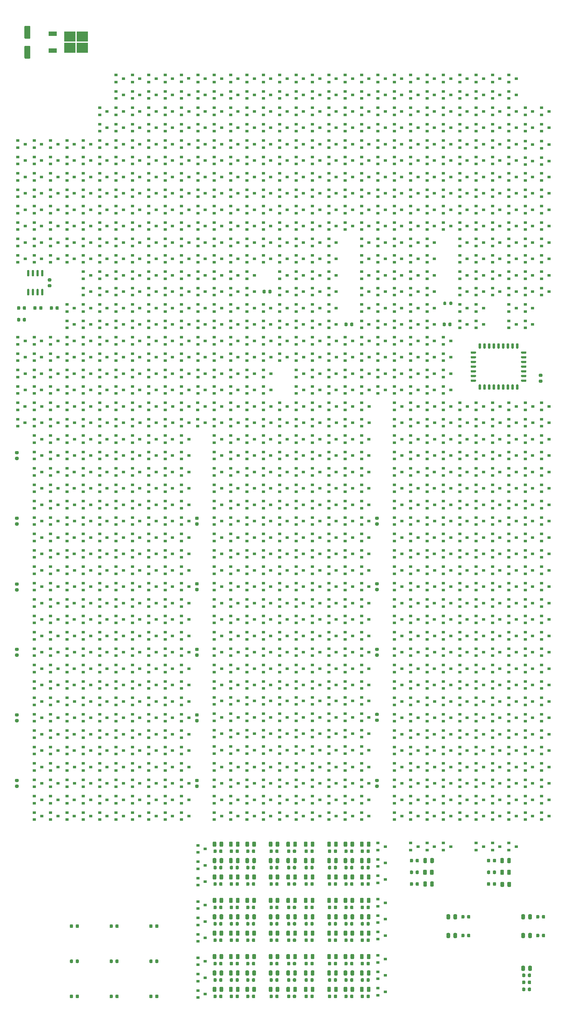
<source format=gbr>
G04 #@! TF.GenerationSoftware,KiCad,Pcbnew,(5.1.9)-1*
G04 #@! TF.CreationDate,2021-05-23T12:26:44+02:00*
G04 #@! TF.ProjectId,FetsAndCrosses,46657473-416e-4644-9372-6f737365732e,v1.0*
G04 #@! TF.SameCoordinates,Original*
G04 #@! TF.FileFunction,Paste,Top*
G04 #@! TF.FilePolarity,Positive*
%FSLAX46Y46*%
G04 Gerber Fmt 4.6, Leading zero omitted, Abs format (unit mm)*
G04 Created by KiCad (PCBNEW (5.1.9)-1) date 2021-05-23 12:26:44*
%MOMM*%
%LPD*%
G01*
G04 APERTURE LIST*
%ADD10R,0.900000X0.800000*%
%ADD11R,3.050000X2.750000*%
%ADD12R,2.200000X1.200000*%
G04 APERTURE END LIST*
D10*
G04 #@! TO.C,Q417*
X86646000Y-86020001D03*
X86646000Y-87920001D03*
X88646000Y-86970001D03*
G04 #@! TD*
G04 #@! TO.C,JP1*
G36*
G01*
X136290000Y-72115000D02*
X136290000Y-72665000D01*
G75*
G02*
X136090000Y-72865000I-200000J0D01*
G01*
X135690000Y-72865000D01*
G75*
G02*
X135490000Y-72665000I0J200000D01*
G01*
X135490000Y-72115000D01*
G75*
G02*
X135690000Y-71915000I200000J0D01*
G01*
X136090000Y-71915000D01*
G75*
G02*
X136290000Y-72115000I0J-200000D01*
G01*
G37*
G36*
G01*
X137940000Y-72115000D02*
X137940000Y-72665000D01*
G75*
G02*
X137740000Y-72865000I-200000J0D01*
G01*
X137340000Y-72865000D01*
G75*
G02*
X137140000Y-72665000I0J200000D01*
G01*
X137140000Y-72115000D01*
G75*
G02*
X137340000Y-71915000I200000J0D01*
G01*
X137740000Y-71915000D01*
G75*
G02*
X137940000Y-72115000I0J-200000D01*
G01*
G37*
G04 #@! TD*
G04 #@! TO.C,Q410*
X131096000Y-103825000D03*
X131096000Y-105725000D03*
X133096000Y-104775000D03*
G04 #@! TD*
G04 #@! TO.C,Q292*
X131096000Y-201615000D03*
X131096000Y-203515000D03*
X133096000Y-202565000D03*
G04 #@! TD*
G04 #@! TO.C,Q1385*
X106410000Y-95885000D03*
X104410000Y-96835000D03*
X104410000Y-94935000D03*
G04 #@! TD*
G04 #@! TO.C,Q1384*
X106410000Y-91440000D03*
X104410000Y-92390000D03*
X104410000Y-90490000D03*
G04 #@! TD*
G04 #@! TO.C,Q1383*
X119745000Y-95885000D03*
X117745000Y-96835000D03*
X117745000Y-94935000D03*
G04 #@! TD*
G04 #@! TO.C,Q1382*
X124190000Y-73660000D03*
X122190000Y-74610000D03*
X122190000Y-72710000D03*
G04 #@! TD*
G04 #@! TO.C,Q1381*
X124190000Y-69215000D03*
X122190000Y-70165000D03*
X122190000Y-68265000D03*
G04 #@! TD*
G04 #@! TO.C,Q1380*
X124190000Y-64770000D03*
X122190000Y-65720000D03*
X122190000Y-63820000D03*
G04 #@! TD*
G04 #@! TO.C,Q1379*
X124190000Y-78105000D03*
X122190000Y-79055000D03*
X122190000Y-77155000D03*
G04 #@! TD*
G04 #@! TO.C,Q1378*
X119745000Y-91440000D03*
X117745000Y-92390000D03*
X117745000Y-90490000D03*
G04 #@! TD*
G04 #@! TO.C,C3*
G36*
G01*
X23092500Y-637500D02*
X21992500Y-637500D01*
G75*
G02*
X21742500Y-387500I0J250000D01*
G01*
X21742500Y2612500D01*
G75*
G02*
X21992500Y2862500I250000J0D01*
G01*
X23092500Y2862500D01*
G75*
G02*
X23342500Y2612500I0J-250000D01*
G01*
X23342500Y-387500D01*
G75*
G02*
X23092500Y-637500I-250000J0D01*
G01*
G37*
G36*
G01*
X23092500Y-6037500D02*
X21992500Y-6037500D01*
G75*
G02*
X21742500Y-5787500I0J250000D01*
G01*
X21742500Y-2787500D01*
G75*
G02*
X21992500Y-2537500I250000J0D01*
G01*
X23092500Y-2537500D01*
G75*
G02*
X23342500Y-2787500I0J-250000D01*
G01*
X23342500Y-5787500D01*
G75*
G02*
X23092500Y-6037500I-250000J0D01*
G01*
G37*
G04 #@! TD*
G04 #@! TO.C,Q1198*
X35290000Y-158115000D03*
X33290000Y-159065000D03*
X33290000Y-157165000D03*
G04 #@! TD*
G04 #@! TO.C,Q1203*
X53070000Y-149225000D03*
X51070000Y-150175000D03*
X51070000Y-148275000D03*
G04 #@! TD*
G04 #@! TO.C,Q1099*
X44180000Y-131445000D03*
X42180000Y-132395000D03*
X42180000Y-130495000D03*
G04 #@! TD*
G04 #@! TO.C,Q1232*
X82201000Y-130495000D03*
X82201000Y-132395000D03*
X84201000Y-131445000D03*
G04 #@! TD*
G04 #@! TO.C,Q1186*
X126651000Y-108270000D03*
X126651000Y-110170000D03*
X128651000Y-109220000D03*
G04 #@! TD*
G04 #@! TO.C,Q970*
X66405000Y-109220000D03*
X64405000Y-110170000D03*
X64405000Y-108270000D03*
G04 #@! TD*
G04 #@! TO.C,Q398*
X104426000Y-103825000D03*
X104426000Y-105725000D03*
X106426000Y-104775000D03*
G04 #@! TD*
G04 #@! TO.C,Q1021*
X122206000Y-103825000D03*
X122206000Y-105725000D03*
X124206000Y-104775000D03*
G04 #@! TD*
G04 #@! TO.C,Q377*
X46641000Y-99380000D03*
X46641000Y-101280000D03*
X48641000Y-100330000D03*
G04 #@! TD*
G04 #@! TO.C,Q887*
X66405000Y-82550000D03*
X64405000Y-83500000D03*
X64405000Y-81600000D03*
G04 #@! TD*
G04 #@! TO.C,Q550*
X88630000Y-51435000D03*
X86630000Y-52385000D03*
X86630000Y-50485000D03*
G04 #@! TD*
G04 #@! TO.C,U2*
G36*
G01*
X156745000Y-90505000D02*
X157920000Y-90505000D01*
G75*
G02*
X158070000Y-90655000I0J-150000D01*
G01*
X158070000Y-90955000D01*
G75*
G02*
X157920000Y-91105000I-150000J0D01*
G01*
X156745000Y-91105000D01*
G75*
G02*
X156595000Y-90955000I0J150000D01*
G01*
X156595000Y-90655000D01*
G75*
G02*
X156745000Y-90505000I150000J0D01*
G01*
G37*
G36*
G01*
X156745000Y-91775000D02*
X157920000Y-91775000D01*
G75*
G02*
X158070000Y-91925000I0J-150000D01*
G01*
X158070000Y-92225000D01*
G75*
G02*
X157920000Y-92375000I-150000J0D01*
G01*
X156745000Y-92375000D01*
G75*
G02*
X156595000Y-92225000I0J150000D01*
G01*
X156595000Y-91925000D01*
G75*
G02*
X156745000Y-91775000I150000J0D01*
G01*
G37*
G36*
G01*
X156745000Y-93045000D02*
X157920000Y-93045000D01*
G75*
G02*
X158070000Y-93195000I0J-150000D01*
G01*
X158070000Y-93495000D01*
G75*
G02*
X157920000Y-93645000I-150000J0D01*
G01*
X156745000Y-93645000D01*
G75*
G02*
X156595000Y-93495000I0J150000D01*
G01*
X156595000Y-93195000D01*
G75*
G02*
X156745000Y-93045000I150000J0D01*
G01*
G37*
G36*
G01*
X155425000Y-94360000D02*
X155725000Y-94360000D01*
G75*
G02*
X155875000Y-94510000I0J-150000D01*
G01*
X155875000Y-95685000D01*
G75*
G02*
X155725000Y-95835000I-150000J0D01*
G01*
X155425000Y-95835000D01*
G75*
G02*
X155275000Y-95685000I0J150000D01*
G01*
X155275000Y-94510000D01*
G75*
G02*
X155425000Y-94360000I150000J0D01*
G01*
G37*
G36*
G01*
X154155000Y-94360000D02*
X154455000Y-94360000D01*
G75*
G02*
X154605000Y-94510000I0J-150000D01*
G01*
X154605000Y-95685000D01*
G75*
G02*
X154455000Y-95835000I-150000J0D01*
G01*
X154155000Y-95835000D01*
G75*
G02*
X154005000Y-95685000I0J150000D01*
G01*
X154005000Y-94510000D01*
G75*
G02*
X154155000Y-94360000I150000J0D01*
G01*
G37*
G36*
G01*
X152885000Y-94360000D02*
X153185000Y-94360000D01*
G75*
G02*
X153335000Y-94510000I0J-150000D01*
G01*
X153335000Y-95685000D01*
G75*
G02*
X153185000Y-95835000I-150000J0D01*
G01*
X152885000Y-95835000D01*
G75*
G02*
X152735000Y-95685000I0J150000D01*
G01*
X152735000Y-94510000D01*
G75*
G02*
X152885000Y-94360000I150000J0D01*
G01*
G37*
G36*
G01*
X151615000Y-94360000D02*
X151915000Y-94360000D01*
G75*
G02*
X152065000Y-94510000I0J-150000D01*
G01*
X152065000Y-95685000D01*
G75*
G02*
X151915000Y-95835000I-150000J0D01*
G01*
X151615000Y-95835000D01*
G75*
G02*
X151465000Y-95685000I0J150000D01*
G01*
X151465000Y-94510000D01*
G75*
G02*
X151615000Y-94360000I150000J0D01*
G01*
G37*
G36*
G01*
X150345000Y-94360000D02*
X150645000Y-94360000D01*
G75*
G02*
X150795000Y-94510000I0J-150000D01*
G01*
X150795000Y-95685000D01*
G75*
G02*
X150645000Y-95835000I-150000J0D01*
G01*
X150345000Y-95835000D01*
G75*
G02*
X150195000Y-95685000I0J150000D01*
G01*
X150195000Y-94510000D01*
G75*
G02*
X150345000Y-94360000I150000J0D01*
G01*
G37*
G36*
G01*
X149075000Y-94360000D02*
X149375000Y-94360000D01*
G75*
G02*
X149525000Y-94510000I0J-150000D01*
G01*
X149525000Y-95685000D01*
G75*
G02*
X149375000Y-95835000I-150000J0D01*
G01*
X149075000Y-95835000D01*
G75*
G02*
X148925000Y-95685000I0J150000D01*
G01*
X148925000Y-94510000D01*
G75*
G02*
X149075000Y-94360000I150000J0D01*
G01*
G37*
G36*
G01*
X147805000Y-94360000D02*
X148105000Y-94360000D01*
G75*
G02*
X148255000Y-94510000I0J-150000D01*
G01*
X148255000Y-95685000D01*
G75*
G02*
X148105000Y-95835000I-150000J0D01*
G01*
X147805000Y-95835000D01*
G75*
G02*
X147655000Y-95685000I0J150000D01*
G01*
X147655000Y-94510000D01*
G75*
G02*
X147805000Y-94360000I150000J0D01*
G01*
G37*
G36*
G01*
X146535000Y-94360000D02*
X146835000Y-94360000D01*
G75*
G02*
X146985000Y-94510000I0J-150000D01*
G01*
X146985000Y-95685000D01*
G75*
G02*
X146835000Y-95835000I-150000J0D01*
G01*
X146535000Y-95835000D01*
G75*
G02*
X146385000Y-95685000I0J150000D01*
G01*
X146385000Y-94510000D01*
G75*
G02*
X146535000Y-94360000I150000J0D01*
G01*
G37*
G36*
G01*
X145265000Y-94360000D02*
X145565000Y-94360000D01*
G75*
G02*
X145715000Y-94510000I0J-150000D01*
G01*
X145715000Y-95685000D01*
G75*
G02*
X145565000Y-95835000I-150000J0D01*
G01*
X145265000Y-95835000D01*
G75*
G02*
X145115000Y-95685000I0J150000D01*
G01*
X145115000Y-94510000D01*
G75*
G02*
X145265000Y-94360000I150000J0D01*
G01*
G37*
G36*
G01*
X143070000Y-93045000D02*
X144245000Y-93045000D01*
G75*
G02*
X144395000Y-93195000I0J-150000D01*
G01*
X144395000Y-93495000D01*
G75*
G02*
X144245000Y-93645000I-150000J0D01*
G01*
X143070000Y-93645000D01*
G75*
G02*
X142920000Y-93495000I0J150000D01*
G01*
X142920000Y-93195000D01*
G75*
G02*
X143070000Y-93045000I150000J0D01*
G01*
G37*
G36*
G01*
X143070000Y-91775000D02*
X144245000Y-91775000D01*
G75*
G02*
X144395000Y-91925000I0J-150000D01*
G01*
X144395000Y-92225000D01*
G75*
G02*
X144245000Y-92375000I-150000J0D01*
G01*
X143070000Y-92375000D01*
G75*
G02*
X142920000Y-92225000I0J150000D01*
G01*
X142920000Y-91925000D01*
G75*
G02*
X143070000Y-91775000I150000J0D01*
G01*
G37*
G36*
G01*
X143070000Y-90505000D02*
X144245000Y-90505000D01*
G75*
G02*
X144395000Y-90655000I0J-150000D01*
G01*
X144395000Y-90955000D01*
G75*
G02*
X144245000Y-91105000I-150000J0D01*
G01*
X143070000Y-91105000D01*
G75*
G02*
X142920000Y-90955000I0J150000D01*
G01*
X142920000Y-90655000D01*
G75*
G02*
X143070000Y-90505000I150000J0D01*
G01*
G37*
G36*
G01*
X143070000Y-89235000D02*
X144245000Y-89235000D01*
G75*
G02*
X144395000Y-89385000I0J-150000D01*
G01*
X144395000Y-89685000D01*
G75*
G02*
X144245000Y-89835000I-150000J0D01*
G01*
X143070000Y-89835000D01*
G75*
G02*
X142920000Y-89685000I0J150000D01*
G01*
X142920000Y-89385000D01*
G75*
G02*
X143070000Y-89235000I150000J0D01*
G01*
G37*
G36*
G01*
X143070000Y-87965000D02*
X144245000Y-87965000D01*
G75*
G02*
X144395000Y-88115000I0J-150000D01*
G01*
X144395000Y-88415000D01*
G75*
G02*
X144245000Y-88565000I-150000J0D01*
G01*
X143070000Y-88565000D01*
G75*
G02*
X142920000Y-88415000I0J150000D01*
G01*
X142920000Y-88115000D01*
G75*
G02*
X143070000Y-87965000I150000J0D01*
G01*
G37*
G36*
G01*
X143070000Y-86695000D02*
X144245000Y-86695000D01*
G75*
G02*
X144395000Y-86845000I0J-150000D01*
G01*
X144395000Y-87145000D01*
G75*
G02*
X144245000Y-87295000I-150000J0D01*
G01*
X143070000Y-87295000D01*
G75*
G02*
X142920000Y-87145000I0J150000D01*
G01*
X142920000Y-86845000D01*
G75*
G02*
X143070000Y-86695000I150000J0D01*
G01*
G37*
G36*
G01*
X143070000Y-85425000D02*
X144245000Y-85425000D01*
G75*
G02*
X144395000Y-85575000I0J-150000D01*
G01*
X144395000Y-85875000D01*
G75*
G02*
X144245000Y-86025000I-150000J0D01*
G01*
X143070000Y-86025000D01*
G75*
G02*
X142920000Y-85875000I0J150000D01*
G01*
X142920000Y-85575000D01*
G75*
G02*
X143070000Y-85425000I150000J0D01*
G01*
G37*
G36*
G01*
X145265000Y-83235000D02*
X145565000Y-83235000D01*
G75*
G02*
X145715000Y-83385000I0J-150000D01*
G01*
X145715000Y-84560000D01*
G75*
G02*
X145565000Y-84710000I-150000J0D01*
G01*
X145265000Y-84710000D01*
G75*
G02*
X145115000Y-84560000I0J150000D01*
G01*
X145115000Y-83385000D01*
G75*
G02*
X145265000Y-83235000I150000J0D01*
G01*
G37*
G36*
G01*
X146535000Y-83235000D02*
X146835000Y-83235000D01*
G75*
G02*
X146985000Y-83385000I0J-150000D01*
G01*
X146985000Y-84560000D01*
G75*
G02*
X146835000Y-84710000I-150000J0D01*
G01*
X146535000Y-84710000D01*
G75*
G02*
X146385000Y-84560000I0J150000D01*
G01*
X146385000Y-83385000D01*
G75*
G02*
X146535000Y-83235000I150000J0D01*
G01*
G37*
G36*
G01*
X147805000Y-83235000D02*
X148105000Y-83235000D01*
G75*
G02*
X148255000Y-83385000I0J-150000D01*
G01*
X148255000Y-84560000D01*
G75*
G02*
X148105000Y-84710000I-150000J0D01*
G01*
X147805000Y-84710000D01*
G75*
G02*
X147655000Y-84560000I0J150000D01*
G01*
X147655000Y-83385000D01*
G75*
G02*
X147805000Y-83235000I150000J0D01*
G01*
G37*
G36*
G01*
X149075000Y-83235000D02*
X149375000Y-83235000D01*
G75*
G02*
X149525000Y-83385000I0J-150000D01*
G01*
X149525000Y-84560000D01*
G75*
G02*
X149375000Y-84710000I-150000J0D01*
G01*
X149075000Y-84710000D01*
G75*
G02*
X148925000Y-84560000I0J150000D01*
G01*
X148925000Y-83385000D01*
G75*
G02*
X149075000Y-83235000I150000J0D01*
G01*
G37*
G36*
G01*
X150345000Y-83235000D02*
X150645000Y-83235000D01*
G75*
G02*
X150795000Y-83385000I0J-150000D01*
G01*
X150795000Y-84560000D01*
G75*
G02*
X150645000Y-84710000I-150000J0D01*
G01*
X150345000Y-84710000D01*
G75*
G02*
X150195000Y-84560000I0J150000D01*
G01*
X150195000Y-83385000D01*
G75*
G02*
X150345000Y-83235000I150000J0D01*
G01*
G37*
G36*
G01*
X151615000Y-83235000D02*
X151915000Y-83235000D01*
G75*
G02*
X152065000Y-83385000I0J-150000D01*
G01*
X152065000Y-84560000D01*
G75*
G02*
X151915000Y-84710000I-150000J0D01*
G01*
X151615000Y-84710000D01*
G75*
G02*
X151465000Y-84560000I0J150000D01*
G01*
X151465000Y-83385000D01*
G75*
G02*
X151615000Y-83235000I150000J0D01*
G01*
G37*
G36*
G01*
X152885000Y-83235000D02*
X153185000Y-83235000D01*
G75*
G02*
X153335000Y-83385000I0J-150000D01*
G01*
X153335000Y-84560000D01*
G75*
G02*
X153185000Y-84710000I-150000J0D01*
G01*
X152885000Y-84710000D01*
G75*
G02*
X152735000Y-84560000I0J150000D01*
G01*
X152735000Y-83385000D01*
G75*
G02*
X152885000Y-83235000I150000J0D01*
G01*
G37*
G36*
G01*
X154155000Y-83235000D02*
X154455000Y-83235000D01*
G75*
G02*
X154605000Y-83385000I0J-150000D01*
G01*
X154605000Y-84560000D01*
G75*
G02*
X154455000Y-84710000I-150000J0D01*
G01*
X154155000Y-84710000D01*
G75*
G02*
X154005000Y-84560000I0J150000D01*
G01*
X154005000Y-83385000D01*
G75*
G02*
X154155000Y-83235000I150000J0D01*
G01*
G37*
G36*
G01*
X155425000Y-83235000D02*
X155725000Y-83235000D01*
G75*
G02*
X155875000Y-83385000I0J-150000D01*
G01*
X155875000Y-84560000D01*
G75*
G02*
X155725000Y-84710000I-150000J0D01*
G01*
X155425000Y-84710000D01*
G75*
G02*
X155275000Y-84560000I0J150000D01*
G01*
X155275000Y-83385000D01*
G75*
G02*
X155425000Y-83235000I150000J0D01*
G01*
G37*
G36*
G01*
X156745000Y-85425000D02*
X157920000Y-85425000D01*
G75*
G02*
X158070000Y-85575000I0J-150000D01*
G01*
X158070000Y-85875000D01*
G75*
G02*
X157920000Y-86025000I-150000J0D01*
G01*
X156745000Y-86025000D01*
G75*
G02*
X156595000Y-85875000I0J150000D01*
G01*
X156595000Y-85575000D01*
G75*
G02*
X156745000Y-85425000I150000J0D01*
G01*
G37*
G36*
G01*
X156745000Y-86695000D02*
X157920000Y-86695000D01*
G75*
G02*
X158070000Y-86845000I0J-150000D01*
G01*
X158070000Y-87145000D01*
G75*
G02*
X157920000Y-87295000I-150000J0D01*
G01*
X156745000Y-87295000D01*
G75*
G02*
X156595000Y-87145000I0J150000D01*
G01*
X156595000Y-86845000D01*
G75*
G02*
X156745000Y-86695000I150000J0D01*
G01*
G37*
G36*
G01*
X156745000Y-87965000D02*
X157920000Y-87965000D01*
G75*
G02*
X158070000Y-88115000I0J-150000D01*
G01*
X158070000Y-88415000D01*
G75*
G02*
X157920000Y-88565000I-150000J0D01*
G01*
X156745000Y-88565000D01*
G75*
G02*
X156595000Y-88415000I0J150000D01*
G01*
X156595000Y-88115000D01*
G75*
G02*
X156745000Y-87965000I150000J0D01*
G01*
G37*
G36*
G01*
X156745000Y-89235000D02*
X157920000Y-89235000D01*
G75*
G02*
X158070000Y-89385000I0J-150000D01*
G01*
X158070000Y-89685000D01*
G75*
G02*
X157920000Y-89835000I-150000J0D01*
G01*
X156745000Y-89835000D01*
G75*
G02*
X156595000Y-89685000I0J150000D01*
G01*
X156595000Y-89385000D01*
G75*
G02*
X156745000Y-89235000I150000J0D01*
G01*
G37*
G04 #@! TD*
G04 #@! TO.C,Q1327*
X70850000Y-244475000D03*
X68850000Y-245425000D03*
X68850000Y-243525000D03*
G04 #@! TD*
G04 #@! TO.C,Q1102*
X91091000Y-86045000D03*
X91091000Y-87945000D03*
X93091000Y-86995000D03*
G04 #@! TD*
G04 #@! TO.C,Q1348*
X128635000Y-91440000D03*
X126635000Y-92390000D03*
X126635000Y-90490000D03*
G04 #@! TD*
G04 #@! TO.C,C30*
G36*
G01*
X117218750Y-131795000D02*
X117731250Y-131795000D01*
G75*
G02*
X117950000Y-132013750I0J-218750D01*
G01*
X117950000Y-132451250D01*
G75*
G02*
X117731250Y-132670000I-218750J0D01*
G01*
X117218750Y-132670000D01*
G75*
G02*
X117000000Y-132451250I0J218750D01*
G01*
X117000000Y-132013750D01*
G75*
G02*
X117218750Y-131795000I218750J0D01*
G01*
G37*
G36*
G01*
X117218750Y-130220000D02*
X117731250Y-130220000D01*
G75*
G02*
X117950000Y-130438750I0J-218750D01*
G01*
X117950000Y-130876250D01*
G75*
G02*
X117731250Y-131095000I-218750J0D01*
G01*
X117218750Y-131095000D01*
G75*
G02*
X117000000Y-130876250I0J218750D01*
G01*
X117000000Y-130438750D01*
G75*
G02*
X117218750Y-130220000I218750J0D01*
G01*
G37*
G04 #@! TD*
G04 #@! TO.C,C28*
G36*
G01*
X117218750Y-185010000D02*
X117731250Y-185010000D01*
G75*
G02*
X117950000Y-185228750I0J-218750D01*
G01*
X117950000Y-185666250D01*
G75*
G02*
X117731250Y-185885000I-218750J0D01*
G01*
X117218750Y-185885000D01*
G75*
G02*
X117000000Y-185666250I0J218750D01*
G01*
X117000000Y-185228750D01*
G75*
G02*
X117218750Y-185010000I218750J0D01*
G01*
G37*
G36*
G01*
X117218750Y-183435000D02*
X117731250Y-183435000D01*
G75*
G02*
X117950000Y-183653750I0J-218750D01*
G01*
X117950000Y-184091250D01*
G75*
G02*
X117731250Y-184310000I-218750J0D01*
G01*
X117218750Y-184310000D01*
G75*
G02*
X117000000Y-184091250I0J218750D01*
G01*
X117000000Y-183653750D01*
G75*
G02*
X117218750Y-183435000I218750J0D01*
G01*
G37*
G04 #@! TD*
G04 #@! TO.C,C27*
G36*
G01*
X117218750Y-167355000D02*
X117731250Y-167355000D01*
G75*
G02*
X117950000Y-167573750I0J-218750D01*
G01*
X117950000Y-168011250D01*
G75*
G02*
X117731250Y-168230000I-218750J0D01*
G01*
X117218750Y-168230000D01*
G75*
G02*
X117000000Y-168011250I0J218750D01*
G01*
X117000000Y-167573750D01*
G75*
G02*
X117218750Y-167355000I218750J0D01*
G01*
G37*
G36*
G01*
X117218750Y-165780000D02*
X117731250Y-165780000D01*
G75*
G02*
X117950000Y-165998750I0J-218750D01*
G01*
X117950000Y-166436250D01*
G75*
G02*
X117731250Y-166655000I-218750J0D01*
G01*
X117218750Y-166655000D01*
G75*
G02*
X117000000Y-166436250I0J218750D01*
G01*
X117000000Y-165998750D01*
G75*
G02*
X117218750Y-165780000I218750J0D01*
G01*
G37*
G04 #@! TD*
G04 #@! TO.C,Q499*
X88630000Y-11430000D03*
X86630000Y-12380000D03*
X86630000Y-10480000D03*
G04 #@! TD*
G04 #@! TO.C,Q1109*
X24416000Y-121605000D03*
X24416000Y-123505000D03*
X26416000Y-122555000D03*
G04 #@! TD*
G04 #@! TO.C,Q948*
X39735000Y-118110000D03*
X37735000Y-119060000D03*
X37735000Y-117160000D03*
G04 #@! TD*
G04 #@! TO.C,Q2*
X70802500Y-104775000D03*
X68802500Y-105725000D03*
X68802500Y-103825000D03*
G04 #@! TD*
G04 #@! TO.C,Q1*
X70802500Y-100330000D03*
X68802500Y-101280000D03*
X68802500Y-99380000D03*
G04 #@! TD*
G04 #@! TO.C,Q1377*
X122206000Y-152720000D03*
X122206000Y-154620000D03*
X124206000Y-153670000D03*
G04 #@! TD*
G04 #@! TO.C,Q1376*
X122206000Y-157165000D03*
X122206000Y-159065000D03*
X124206000Y-158115000D03*
G04 #@! TD*
G04 #@! TO.C,Q1375*
X122206000Y-148275000D03*
X122206000Y-150175000D03*
X124206000Y-149225000D03*
G04 #@! TD*
G04 #@! TO.C,Q1374*
X122206000Y-143830000D03*
X122206000Y-145730000D03*
X124206000Y-144780000D03*
G04 #@! TD*
G04 #@! TO.C,Q1373*
X126651000Y-143830000D03*
X126651000Y-145730000D03*
X128651000Y-144780000D03*
G04 #@! TD*
G04 #@! TO.C,Q1372*
X126651000Y-148275000D03*
X126651000Y-150175000D03*
X128651000Y-149225000D03*
G04 #@! TD*
G04 #@! TO.C,Q1371*
X131096000Y-148275000D03*
X131096000Y-150175000D03*
X133096000Y-149225000D03*
G04 #@! TD*
G04 #@! TO.C,Q1370*
X131096000Y-143830000D03*
X131096000Y-145730000D03*
X133096000Y-144780000D03*
G04 #@! TD*
G04 #@! TO.C,Q1369*
X73311000Y-152720000D03*
X73311000Y-154620000D03*
X75311000Y-153670000D03*
G04 #@! TD*
G04 #@! TO.C,Q1368*
X73311000Y-157165000D03*
X73311000Y-159065000D03*
X75311000Y-158115000D03*
G04 #@! TD*
G04 #@! TO.C,Q1367*
X73311000Y-148275000D03*
X73311000Y-150175000D03*
X75311000Y-149225000D03*
G04 #@! TD*
G04 #@! TO.C,Q1366*
X73311000Y-143830000D03*
X73311000Y-145730000D03*
X75311000Y-144780000D03*
G04 #@! TD*
G04 #@! TO.C,Q1365*
X77756000Y-143830000D03*
X77756000Y-145730000D03*
X79756000Y-144780000D03*
G04 #@! TD*
G04 #@! TO.C,Q1362*
X77756000Y-148275000D03*
X77756000Y-150175000D03*
X79756000Y-149225000D03*
G04 #@! TD*
G04 #@! TO.C,Q1320*
X82201000Y-148275000D03*
X82201000Y-150175000D03*
X84201000Y-149225000D03*
G04 #@! TD*
G04 #@! TO.C,Q1319*
X82201000Y-143830000D03*
X82201000Y-145730000D03*
X84201000Y-144780000D03*
G04 #@! TD*
G04 #@! TO.C,Q1318*
X24416000Y-152720000D03*
X24416000Y-154620000D03*
X26416000Y-153670000D03*
G04 #@! TD*
G04 #@! TO.C,Q1317*
X24416000Y-157165000D03*
X24416000Y-159065000D03*
X26416000Y-158115000D03*
G04 #@! TD*
G04 #@! TO.C,Q1316*
X24416000Y-148275000D03*
X24416000Y-150175000D03*
X26416000Y-149225000D03*
G04 #@! TD*
G04 #@! TO.C,Q1315*
X24416000Y-143830000D03*
X24416000Y-145730000D03*
X26416000Y-144780000D03*
G04 #@! TD*
G04 #@! TO.C,Q1314*
X28861000Y-143830000D03*
X28861000Y-145730000D03*
X30861000Y-144780000D03*
G04 #@! TD*
G04 #@! TO.C,Q1313*
X28861000Y-148275000D03*
X28861000Y-150175000D03*
X30861000Y-149225000D03*
G04 #@! TD*
G04 #@! TO.C,Q1312*
X33306000Y-148275000D03*
X33306000Y-150175000D03*
X35306000Y-149225000D03*
G04 #@! TD*
G04 #@! TO.C,Q1311*
X33306000Y-143830000D03*
X33306000Y-145730000D03*
X35306000Y-144780000D03*
G04 #@! TD*
G04 #@! TO.C,Q1278*
X122206000Y-134940000D03*
X122206000Y-136840000D03*
X124206000Y-135890000D03*
G04 #@! TD*
G04 #@! TO.C,Q1277*
X122206000Y-139385000D03*
X122206000Y-141285000D03*
X124206000Y-140335000D03*
G04 #@! TD*
G04 #@! TO.C,Q1276*
X122206000Y-130495000D03*
X122206000Y-132395000D03*
X124206000Y-131445000D03*
G04 #@! TD*
G04 #@! TO.C,Q1275*
X122206000Y-126050000D03*
X122206000Y-127950000D03*
X124206000Y-127000000D03*
G04 #@! TD*
G04 #@! TO.C,Q1274*
X126651000Y-126050000D03*
X126651000Y-127950000D03*
X128651000Y-127000000D03*
G04 #@! TD*
G04 #@! TO.C,Q1273*
X126651000Y-130495000D03*
X126651000Y-132395000D03*
X128651000Y-131445000D03*
G04 #@! TD*
G04 #@! TO.C,Q1272*
X131096000Y-130495000D03*
X131096000Y-132395000D03*
X133096000Y-131445000D03*
G04 #@! TD*
G04 #@! TO.C,Q1271*
X131096000Y-126050000D03*
X131096000Y-127950000D03*
X133096000Y-127000000D03*
G04 #@! TD*
G04 #@! TO.C,Q1270*
X73311000Y-134940000D03*
X73311000Y-136840000D03*
X75311000Y-135890000D03*
G04 #@! TD*
G04 #@! TO.C,Q1269*
X73311000Y-139385000D03*
X73311000Y-141285000D03*
X75311000Y-140335000D03*
G04 #@! TD*
G04 #@! TO.C,Q1236*
X73311000Y-130495000D03*
X73311000Y-132395000D03*
X75311000Y-131445000D03*
G04 #@! TD*
G04 #@! TO.C,Q1235*
X73311000Y-126050000D03*
X73311000Y-127950000D03*
X75311000Y-127000000D03*
G04 #@! TD*
G04 #@! TO.C,Q1234*
X77756000Y-126050000D03*
X77756000Y-127950000D03*
X79756000Y-127000000D03*
G04 #@! TD*
G04 #@! TO.C,Q1233*
X77756000Y-130495000D03*
X77756000Y-132395000D03*
X79756000Y-131445000D03*
G04 #@! TD*
G04 #@! TO.C,Q1231*
X82201000Y-126050000D03*
X82201000Y-127950000D03*
X84201000Y-127000000D03*
G04 #@! TD*
G04 #@! TO.C,Q1230*
X24416000Y-134940000D03*
X24416000Y-136840000D03*
X26416000Y-135890000D03*
G04 #@! TD*
G04 #@! TO.C,Q1229*
X24416000Y-139385000D03*
X24416000Y-141285000D03*
X26416000Y-140335000D03*
G04 #@! TD*
G04 #@! TO.C,Q1228*
X24416000Y-130495000D03*
X24416000Y-132395000D03*
X26416000Y-131445000D03*
G04 #@! TD*
G04 #@! TO.C,Q1227*
X24416000Y-126050000D03*
X24416000Y-127950000D03*
X26416000Y-127000000D03*
G04 #@! TD*
G04 #@! TO.C,Q1194*
X28861000Y-126050000D03*
X28861000Y-127950000D03*
X30861000Y-127000000D03*
G04 #@! TD*
G04 #@! TO.C,Q1193*
X28861000Y-130495000D03*
X28861000Y-132395000D03*
X30861000Y-131445000D03*
G04 #@! TD*
G04 #@! TO.C,Q1192*
X33306000Y-130495000D03*
X33306000Y-132395000D03*
X35306000Y-131445000D03*
G04 #@! TD*
G04 #@! TO.C,Q1191*
X33306000Y-126050000D03*
X33306000Y-127950000D03*
X35306000Y-127000000D03*
G04 #@! TD*
G04 #@! TO.C,Q1190*
X122206000Y-117160000D03*
X122206000Y-119060000D03*
X124206000Y-118110000D03*
G04 #@! TD*
G04 #@! TO.C,Q1189*
X122206000Y-121605000D03*
X122206000Y-123505000D03*
X124206000Y-122555000D03*
G04 #@! TD*
G04 #@! TO.C,Q1188*
X122206000Y-112715000D03*
X122206000Y-114615000D03*
X124206000Y-113665000D03*
G04 #@! TD*
G04 #@! TO.C,Q1187*
X122206000Y-108270000D03*
X122206000Y-110170000D03*
X124206000Y-109220000D03*
G04 #@! TD*
G04 #@! TO.C,Q1185*
X126651000Y-112715000D03*
X126651000Y-114615000D03*
X128651000Y-113665000D03*
G04 #@! TD*
G04 #@! TO.C,Q1152*
X131096000Y-112715000D03*
X131096000Y-114615000D03*
X133096000Y-113665000D03*
G04 #@! TD*
G04 #@! TO.C,Q1151*
X131096000Y-108270000D03*
X131096000Y-110170000D03*
X133096000Y-109220000D03*
G04 #@! TD*
G04 #@! TO.C,Q1150*
X73311000Y-117160000D03*
X73311000Y-119060000D03*
X75311000Y-118110000D03*
G04 #@! TD*
G04 #@! TO.C,Q1149*
X73311000Y-121605000D03*
X73311000Y-123505000D03*
X75311000Y-122555000D03*
G04 #@! TD*
G04 #@! TO.C,Q1148*
X73311000Y-112715000D03*
X73311000Y-114615000D03*
X75311000Y-113665000D03*
G04 #@! TD*
G04 #@! TO.C,Q1147*
X73311000Y-108270000D03*
X73311000Y-110170000D03*
X75311000Y-109220000D03*
G04 #@! TD*
G04 #@! TO.C,Q1146*
X77756000Y-108270000D03*
X77756000Y-110170000D03*
X79756000Y-109220000D03*
G04 #@! TD*
G04 #@! TO.C,Q1145*
X77756000Y-112715000D03*
X77756000Y-114615000D03*
X79756000Y-113665000D03*
G04 #@! TD*
G04 #@! TO.C,Q1144*
X82201000Y-112715000D03*
X82201000Y-114615000D03*
X84201000Y-113665000D03*
G04 #@! TD*
G04 #@! TO.C,Q1143*
X82201000Y-108270000D03*
X82201000Y-110170000D03*
X84201000Y-109220000D03*
G04 #@! TD*
G04 #@! TO.C,Q1110*
X24416000Y-117160000D03*
X24416000Y-119060000D03*
X26416000Y-118110000D03*
G04 #@! TD*
G04 #@! TO.C,Q1108*
X24416000Y-112715000D03*
X24416000Y-114615000D03*
X26416000Y-113665000D03*
G04 #@! TD*
G04 #@! TO.C,Q1107*
X24416000Y-108270000D03*
X24416000Y-110170000D03*
X26416000Y-109220000D03*
G04 #@! TD*
G04 #@! TO.C,Q1106*
X28861000Y-108270000D03*
X28861000Y-110170000D03*
X30861000Y-109220000D03*
G04 #@! TD*
G04 #@! TO.C,Q1105*
X28861000Y-112715000D03*
X28861000Y-114615000D03*
X30861000Y-113665000D03*
G04 #@! TD*
G04 #@! TO.C,Q1104*
X33306000Y-112715000D03*
X33306000Y-114615000D03*
X35306000Y-113665000D03*
G04 #@! TD*
G04 #@! TO.C,Q1103*
X33306000Y-108270000D03*
X33306000Y-110170000D03*
X35306000Y-109220000D03*
G04 #@! TD*
G04 #@! TO.C,Q1101*
X91091000Y-81600000D03*
X91091000Y-83500000D03*
X93091000Y-82550000D03*
G04 #@! TD*
G04 #@! TO.C,Q1068*
X86646000Y-94935000D03*
X86646000Y-96835000D03*
X88646000Y-95885000D03*
G04 #@! TD*
G04 #@! TO.C,Q1067*
X86646000Y-81600000D03*
X86646000Y-83500000D03*
X88646000Y-82550000D03*
G04 #@! TD*
G04 #@! TO.C,Q1066*
X82201000Y-94935000D03*
X82201000Y-96835000D03*
X84201000Y-95885000D03*
G04 #@! TD*
G04 #@! TO.C,Q1065*
X82201000Y-81600000D03*
X82201000Y-83500000D03*
X84201000Y-82550000D03*
G04 #@! TD*
G04 #@! TO.C,Q1064*
X104426000Y-86045000D03*
X104426000Y-87945000D03*
X106426000Y-86995000D03*
G04 #@! TD*
G04 #@! TO.C,Q1063*
X104426000Y-81600000D03*
X104426000Y-83500000D03*
X106426000Y-82550000D03*
G04 #@! TD*
G04 #@! TO.C,Q1062*
X99981000Y-94935000D03*
X99981000Y-96835000D03*
X101981000Y-95885000D03*
G04 #@! TD*
G04 #@! TO.C,Q1061*
X99981000Y-81600000D03*
X99981000Y-83500000D03*
X101981000Y-82550000D03*
G04 #@! TD*
G04 #@! TO.C,Q1060*
X95536000Y-94935000D03*
X95536000Y-96835000D03*
X97536000Y-95885000D03*
G04 #@! TD*
G04 #@! TO.C,Q1059*
X95536000Y-81600000D03*
X95536000Y-83500000D03*
X97536000Y-82550000D03*
G04 #@! TD*
G04 #@! TO.C,Q1026*
X139986000Y-103825000D03*
X139986000Y-105725000D03*
X141986000Y-104775000D03*
G04 #@! TD*
G04 #@! TO.C,Q1025*
X139986000Y-99380000D03*
X139986000Y-101280000D03*
X141986000Y-100330000D03*
G04 #@! TD*
G04 #@! TO.C,Q1024*
X135541000Y-99380000D03*
X135541000Y-101280000D03*
X137541000Y-100330000D03*
G04 #@! TD*
G04 #@! TO.C,Q1023*
X122206000Y-99380000D03*
X122206000Y-101280000D03*
X124206000Y-100330000D03*
G04 #@! TD*
G04 #@! TO.C,Q1022*
X135541000Y-103825000D03*
X135541000Y-105725000D03*
X137541000Y-104775000D03*
G04 #@! TD*
G04 #@! TO.C,Q1020*
X91091000Y-103825000D03*
X91091000Y-105725000D03*
X93091000Y-104775000D03*
G04 #@! TD*
G04 #@! TO.C,Q1019*
X91091000Y-99380000D03*
X91091000Y-101280000D03*
X93091000Y-100330000D03*
G04 #@! TD*
G04 #@! TO.C,Q1018*
X86646000Y-99380000D03*
X86646000Y-101280000D03*
X88646000Y-100330000D03*
G04 #@! TD*
G04 #@! TO.C,Q1017*
X73311000Y-99380000D03*
X73311000Y-101280000D03*
X75311000Y-100330000D03*
G04 #@! TD*
G04 #@! TO.C,Q984*
X86646000Y-103825000D03*
X86646000Y-105725000D03*
X88646000Y-104775000D03*
G04 #@! TD*
G04 #@! TO.C,Q983*
X73311000Y-103825000D03*
X73311000Y-105725000D03*
X75311000Y-104775000D03*
G04 #@! TD*
G04 #@! TO.C,Q982*
X162211000Y-103825000D03*
X162211000Y-105725000D03*
X164211000Y-104775000D03*
G04 #@! TD*
G04 #@! TO.C,Q981*
X162211000Y-99380000D03*
X162211000Y-101280000D03*
X164211000Y-100330000D03*
G04 #@! TD*
G04 #@! TO.C,Q980*
X157766000Y-99380000D03*
X157766000Y-101280000D03*
X159766000Y-100330000D03*
G04 #@! TD*
G04 #@! TO.C,Q979*
X144431000Y-99380000D03*
X144431000Y-101280000D03*
X146431000Y-100330000D03*
G04 #@! TD*
G04 #@! TO.C,Q978*
X157766000Y-103825000D03*
X157766000Y-105725000D03*
X159766000Y-104775000D03*
G04 #@! TD*
G04 #@! TO.C,Q977*
X144431000Y-103825000D03*
X144431000Y-105725000D03*
X146431000Y-104775000D03*
G04 #@! TD*
G04 #@! TO.C,Q976*
X113316000Y-103825000D03*
X113316000Y-105725000D03*
X115316000Y-104775000D03*
G04 #@! TD*
G04 #@! TO.C,Q975*
X113316000Y-99380000D03*
X113316000Y-101280000D03*
X115316000Y-100330000D03*
G04 #@! TD*
G04 #@! TO.C,Q942*
X108871000Y-99380000D03*
X108871000Y-101280000D03*
X110871000Y-100330000D03*
G04 #@! TD*
G04 #@! TO.C,Q941*
X95536000Y-99380000D03*
X95536000Y-101280000D03*
X97536000Y-100330000D03*
G04 #@! TD*
G04 #@! TO.C,Q938*
X82201000Y-68265000D03*
X82201000Y-70165000D03*
X84201000Y-69215000D03*
G04 #@! TD*
G04 #@! TO.C,Q420*
X82201000Y-77155000D03*
X82201000Y-79055000D03*
X84201000Y-78105000D03*
G04 #@! TD*
G04 #@! TO.C,Q419*
X82201000Y-72710000D03*
X82201000Y-74610000D03*
X84201000Y-73660000D03*
G04 #@! TD*
G04 #@! TO.C,Q418*
X82201000Y-90490000D03*
X82201000Y-92390000D03*
X84201000Y-91440000D03*
G04 #@! TD*
G04 #@! TO.C,Q416*
X86646000Y-90490000D03*
X86646000Y-92390000D03*
X88646000Y-91440000D03*
G04 #@! TD*
G04 #@! TO.C,Q415*
X82201000Y-86045000D03*
X82201000Y-87945000D03*
X84201000Y-86995000D03*
G04 #@! TD*
G04 #@! TO.C,Q414*
X95536000Y-90490000D03*
X95536000Y-92390000D03*
X97536000Y-91440000D03*
G04 #@! TD*
G04 #@! TO.C,Q413*
X99981000Y-86020001D03*
X99981000Y-87920001D03*
X101981000Y-86970001D03*
G04 #@! TD*
G04 #@! TO.C,Q412*
X99981000Y-90490000D03*
X99981000Y-92390000D03*
X101981000Y-91440000D03*
G04 #@! TD*
G04 #@! TO.C,Q411*
X95536000Y-86045000D03*
X95536000Y-87945000D03*
X97536000Y-86995000D03*
G04 #@! TD*
G04 #@! TO.C,Q409*
X126651000Y-99380000D03*
X126651000Y-101280000D03*
X128651000Y-100330000D03*
G04 #@! TD*
G04 #@! TO.C,Q408*
X131096000Y-99380000D03*
X131096000Y-101280000D03*
X133096000Y-100330000D03*
G04 #@! TD*
G04 #@! TO.C,Q407*
X126651000Y-103825000D03*
X126651000Y-105725000D03*
X128651000Y-104775000D03*
G04 #@! TD*
G04 #@! TO.C,Q406*
X82201000Y-103825000D03*
X82201000Y-105725000D03*
X84201000Y-104775000D03*
G04 #@! TD*
G04 #@! TO.C,Q405*
X77756000Y-99380000D03*
X77756000Y-101280000D03*
X79756000Y-100330000D03*
G04 #@! TD*
G04 #@! TO.C,Q404*
X82201000Y-99380000D03*
X82201000Y-101280000D03*
X84201000Y-100330000D03*
G04 #@! TD*
G04 #@! TO.C,Q403*
X77756000Y-103825000D03*
X77756000Y-105725000D03*
X79756000Y-104775000D03*
G04 #@! TD*
G04 #@! TO.C,Q402*
X153321000Y-103825000D03*
X153321000Y-105725000D03*
X155321000Y-104775000D03*
G04 #@! TD*
G04 #@! TO.C,Q401*
X148876000Y-99380000D03*
X148876000Y-101280000D03*
X150876000Y-100330000D03*
G04 #@! TD*
G04 #@! TO.C,Q400*
X153321000Y-99380000D03*
X153321000Y-101280000D03*
X155321000Y-100330000D03*
G04 #@! TD*
G04 #@! TO.C,Q399*
X148876000Y-103825000D03*
X148876000Y-105725000D03*
X150876000Y-104775000D03*
G04 #@! TD*
G04 #@! TO.C,Q397*
X99981000Y-99380000D03*
X99981000Y-101280000D03*
X101981000Y-100330000D03*
G04 #@! TD*
G04 #@! TO.C,Q396*
X104426000Y-99380000D03*
X104426000Y-101280000D03*
X106426000Y-100330000D03*
G04 #@! TD*
G04 #@! TO.C,Q395*
X99981000Y-103825000D03*
X99981000Y-105725000D03*
X101981000Y-104775000D03*
G04 #@! TD*
G04 #@! TO.C,Q394*
X55531000Y-103825000D03*
X55531000Y-105725000D03*
X57531000Y-104775000D03*
G04 #@! TD*
G04 #@! TO.C,Q393*
X51086000Y-99380000D03*
X51086000Y-101280000D03*
X53086000Y-100330000D03*
G04 #@! TD*
G04 #@! TO.C,Q392*
X55531000Y-99380000D03*
X55531000Y-101280000D03*
X57531000Y-100330000D03*
G04 #@! TD*
G04 #@! TO.C,Q391*
X51086000Y-103825000D03*
X51086000Y-105725000D03*
X53086000Y-104775000D03*
G04 #@! TD*
G04 #@! TO.C,Q390*
X108871000Y-90490000D03*
X108871000Y-92390000D03*
X110871000Y-91440000D03*
G04 #@! TD*
G04 #@! TO.C,Q389*
X113316000Y-86020001D03*
X113316000Y-87920001D03*
X115316000Y-86970001D03*
G04 #@! TD*
G04 #@! TO.C,Q388*
X113316000Y-90490000D03*
X113316000Y-92390000D03*
X115316000Y-91440000D03*
G04 #@! TD*
G04 #@! TO.C,Q387*
X108871000Y-86045000D03*
X108871000Y-87945000D03*
X110871000Y-86995000D03*
G04 #@! TD*
G04 #@! TO.C,Q386*
X33306000Y-103825000D03*
X33306000Y-105725000D03*
X35306000Y-104775000D03*
G04 #@! TD*
G04 #@! TO.C,Q385*
X28861000Y-99380000D03*
X28861000Y-101280000D03*
X30861000Y-100330000D03*
G04 #@! TD*
G04 #@! TO.C,Q384*
X33306000Y-99380000D03*
X33306000Y-101280000D03*
X35306000Y-100330000D03*
G04 #@! TD*
G04 #@! TO.C,Q383*
X28861000Y-103825000D03*
X28861000Y-105725000D03*
X30861000Y-104775000D03*
G04 #@! TD*
G04 #@! TO.C,Q382*
X108871000Y-103825000D03*
X108871000Y-105725000D03*
X110871000Y-104775000D03*
G04 #@! TD*
G04 #@! TO.C,Q381*
X95536000Y-103825000D03*
X95536000Y-105725000D03*
X97536000Y-104775000D03*
G04 #@! TD*
G04 #@! TO.C,Q380*
X64421000Y-103825000D03*
X64421000Y-105725000D03*
X66421000Y-104775000D03*
G04 #@! TD*
G04 #@! TO.C,Q379*
X64421000Y-99380000D03*
X64421000Y-101280000D03*
X66421000Y-100330000D03*
G04 #@! TD*
G04 #@! TO.C,Q378*
X59976000Y-99380000D03*
X59976000Y-101280000D03*
X61976000Y-100330000D03*
G04 #@! TD*
G04 #@! TO.C,Q376*
X59976000Y-103825000D03*
X59976000Y-105725000D03*
X61976000Y-104775000D03*
G04 #@! TD*
G04 #@! TO.C,Q375*
X46641000Y-103825000D03*
X46641000Y-105725000D03*
X48641000Y-104775000D03*
G04 #@! TD*
G04 #@! TO.C,Q374*
X117761000Y-86045000D03*
X117761000Y-87945000D03*
X119761000Y-86995000D03*
G04 #@! TD*
G04 #@! TO.C,Q373*
X117761000Y-81600000D03*
X117761000Y-83500000D03*
X119761000Y-82550000D03*
G04 #@! TD*
G04 #@! TO.C,Q340*
X113316000Y-94935000D03*
X113316000Y-96835000D03*
X115316000Y-95885000D03*
G04 #@! TD*
G04 #@! TO.C,Q339*
X113316000Y-81600000D03*
X113316000Y-83500000D03*
X115316000Y-82550000D03*
G04 #@! TD*
G04 #@! TO.C,Q338*
X108871000Y-94935000D03*
X108871000Y-96835000D03*
X110871000Y-95885000D03*
G04 #@! TD*
G04 #@! TO.C,Q337*
X108871000Y-81600000D03*
X108871000Y-83500000D03*
X110871000Y-82550000D03*
G04 #@! TD*
G04 #@! TO.C,Q336*
X42196000Y-103825000D03*
X42196000Y-105725000D03*
X44196000Y-104775000D03*
G04 #@! TD*
G04 #@! TO.C,Q335*
X42196000Y-99380000D03*
X42196000Y-101280000D03*
X44196000Y-100330000D03*
G04 #@! TD*
G04 #@! TO.C,Q334*
X37751000Y-99380000D03*
X37751000Y-101280000D03*
X39751000Y-100330000D03*
G04 #@! TD*
G04 #@! TO.C,Q333*
X24416000Y-99380000D03*
X24416000Y-101280000D03*
X26416000Y-100330000D03*
G04 #@! TD*
G04 #@! TO.C,Q332*
X37751000Y-103825000D03*
X37751000Y-105725000D03*
X39751000Y-104775000D03*
G04 #@! TD*
G04 #@! TO.C,Q331*
X24416000Y-103825000D03*
X24416000Y-105725000D03*
X26416000Y-104775000D03*
G04 #@! TD*
G04 #@! TO.C,Q298*
X122206000Y-206060000D03*
X122206000Y-207960000D03*
X124206000Y-207010000D03*
G04 #@! TD*
G04 #@! TO.C,Q297*
X122206000Y-210505000D03*
X122206000Y-212405000D03*
X124206000Y-211455000D03*
G04 #@! TD*
G04 #@! TO.C,Q296*
X122206000Y-201615000D03*
X122206000Y-203515000D03*
X124206000Y-202565000D03*
G04 #@! TD*
G04 #@! TO.C,Q295*
X122206000Y-197170000D03*
X122206000Y-199070000D03*
X124206000Y-198120000D03*
G04 #@! TD*
G04 #@! TO.C,Q294*
X126651000Y-197170000D03*
X126651000Y-199070000D03*
X128651000Y-198120000D03*
G04 #@! TD*
G04 #@! TO.C,Q293*
X126651000Y-201615000D03*
X126651000Y-203515000D03*
X128651000Y-202565000D03*
G04 #@! TD*
G04 #@! TO.C,Q291*
X131096000Y-197170000D03*
X131096000Y-199070000D03*
X133096000Y-198120000D03*
G04 #@! TD*
G04 #@! TO.C,Q290*
X73311000Y-206060000D03*
X73311000Y-207960000D03*
X75311000Y-207010000D03*
G04 #@! TD*
G04 #@! TO.C,Q289*
X73311000Y-210505000D03*
X73311000Y-212405000D03*
X75311000Y-211455000D03*
G04 #@! TD*
G04 #@! TO.C,Q256*
X73311000Y-201615000D03*
X73311000Y-203515000D03*
X75311000Y-202565000D03*
G04 #@! TD*
G04 #@! TO.C,Q255*
X73311000Y-197170000D03*
X73311000Y-199070000D03*
X75311000Y-198120000D03*
G04 #@! TD*
G04 #@! TO.C,Q254*
X77756000Y-197170000D03*
X77756000Y-199070000D03*
X79756000Y-198120000D03*
G04 #@! TD*
G04 #@! TO.C,Q253*
X77756000Y-201615000D03*
X77756000Y-203515000D03*
X79756000Y-202565000D03*
G04 #@! TD*
G04 #@! TO.C,Q252*
X82201000Y-201615000D03*
X82201000Y-203515000D03*
X84201000Y-202565000D03*
G04 #@! TD*
G04 #@! TO.C,Q251*
X82201000Y-197170000D03*
X82201000Y-199070000D03*
X84201000Y-198120000D03*
G04 #@! TD*
G04 #@! TO.C,Q250*
X24416000Y-206060000D03*
X24416000Y-207960000D03*
X26416000Y-207010000D03*
G04 #@! TD*
G04 #@! TO.C,Q249*
X24416000Y-210505000D03*
X24416000Y-212405000D03*
X26416000Y-211455000D03*
G04 #@! TD*
G04 #@! TO.C,Q248*
X24416000Y-201615000D03*
X24416000Y-203515000D03*
X26416000Y-202565000D03*
G04 #@! TD*
G04 #@! TO.C,Q247*
X24416000Y-197170000D03*
X24416000Y-199070000D03*
X26416000Y-198120000D03*
G04 #@! TD*
G04 #@! TO.C,Q214*
X28861000Y-197170000D03*
X28861000Y-199070000D03*
X30861000Y-198120000D03*
G04 #@! TD*
G04 #@! TO.C,Q213*
X28861000Y-201615000D03*
X28861000Y-203515000D03*
X30861000Y-202565000D03*
G04 #@! TD*
G04 #@! TO.C,Q212*
X33306000Y-201615000D03*
X33306000Y-203515000D03*
X35306000Y-202565000D03*
G04 #@! TD*
G04 #@! TO.C,Q211*
X33306000Y-197170000D03*
X33306000Y-199070000D03*
X35306000Y-198120000D03*
G04 #@! TD*
G04 #@! TO.C,Q210*
X122206000Y-188280000D03*
X122206000Y-190180000D03*
X124206000Y-189230000D03*
G04 #@! TD*
G04 #@! TO.C,Q209*
X122206000Y-192725000D03*
X122206000Y-194625000D03*
X124206000Y-193675000D03*
G04 #@! TD*
G04 #@! TO.C,Q208*
X122206000Y-183835000D03*
X122206000Y-185735000D03*
X124206000Y-184785000D03*
G04 #@! TD*
G04 #@! TO.C,Q207*
X122206000Y-179390000D03*
X122206000Y-181290000D03*
X124206000Y-180340000D03*
G04 #@! TD*
G04 #@! TO.C,Q206*
X126651000Y-179390000D03*
X126651000Y-181290000D03*
X128651000Y-180340000D03*
G04 #@! TD*
G04 #@! TO.C,Q205*
X126651000Y-183835000D03*
X126651000Y-185735000D03*
X128651000Y-184785000D03*
G04 #@! TD*
G04 #@! TO.C,Q172*
X131096000Y-183835000D03*
X131096000Y-185735000D03*
X133096000Y-184785000D03*
G04 #@! TD*
G04 #@! TO.C,Q171*
X131096000Y-179390000D03*
X131096000Y-181290000D03*
X133096000Y-180340000D03*
G04 #@! TD*
G04 #@! TO.C,Q170*
X73311000Y-188155000D03*
X73311000Y-190055000D03*
X75311000Y-189105000D03*
G04 #@! TD*
G04 #@! TO.C,Q169*
X73311000Y-192600000D03*
X73311000Y-194500000D03*
X75311000Y-193550000D03*
G04 #@! TD*
G04 #@! TO.C,Q168*
X73311000Y-183710000D03*
X73311000Y-185610000D03*
X75311000Y-184660000D03*
G04 #@! TD*
G04 #@! TO.C,Q167*
X73311000Y-179265000D03*
X73311000Y-181165000D03*
X75311000Y-180215000D03*
G04 #@! TD*
G04 #@! TO.C,Q166*
X77756000Y-179265000D03*
X77756000Y-181165000D03*
X79756000Y-180215000D03*
G04 #@! TD*
G04 #@! TO.C,Q165*
X77756000Y-183710000D03*
X77756000Y-185610000D03*
X79756000Y-184660000D03*
G04 #@! TD*
G04 #@! TO.C,Q164*
X82201000Y-183710000D03*
X82201000Y-185610000D03*
X84201000Y-184660000D03*
G04 #@! TD*
G04 #@! TO.C,Q163*
X82201000Y-179265000D03*
X82201000Y-181165000D03*
X84201000Y-180215000D03*
G04 #@! TD*
G04 #@! TO.C,Q130*
X24416000Y-188280000D03*
X24416000Y-190180000D03*
X26416000Y-189230000D03*
G04 #@! TD*
G04 #@! TO.C,Q129*
X24416000Y-192725000D03*
X24416000Y-194625000D03*
X26416000Y-193675000D03*
G04 #@! TD*
G04 #@! TO.C,Q128*
X24416000Y-183835000D03*
X24416000Y-185735000D03*
X26416000Y-184785000D03*
G04 #@! TD*
G04 #@! TO.C,Q127*
X24416000Y-179390000D03*
X24416000Y-181290000D03*
X26416000Y-180340000D03*
G04 #@! TD*
G04 #@! TO.C,Q126*
X28861000Y-179390000D03*
X28861000Y-181290000D03*
X30861000Y-180340000D03*
G04 #@! TD*
G04 #@! TO.C,Q125*
X28861000Y-183835000D03*
X28861000Y-185735000D03*
X30861000Y-184785000D03*
G04 #@! TD*
G04 #@! TO.C,Q124*
X33306000Y-183835000D03*
X33306000Y-185735000D03*
X35306000Y-184785000D03*
G04 #@! TD*
G04 #@! TO.C,Q123*
X33306000Y-179390000D03*
X33306000Y-181290000D03*
X35306000Y-180340000D03*
G04 #@! TD*
G04 #@! TO.C,Q122*
X122206000Y-170500000D03*
X122206000Y-172400000D03*
X124206000Y-171450000D03*
G04 #@! TD*
G04 #@! TO.C,Q121*
X122206000Y-174945000D03*
X122206000Y-176845000D03*
X124206000Y-175895000D03*
G04 #@! TD*
G04 #@! TO.C,Q88*
X122206000Y-166055000D03*
X122206000Y-167955000D03*
X124206000Y-167005000D03*
G04 #@! TD*
G04 #@! TO.C,Q87*
X122206000Y-161610000D03*
X122206000Y-163510000D03*
X124206000Y-162560000D03*
G04 #@! TD*
G04 #@! TO.C,Q86*
X126651000Y-161610000D03*
X126651000Y-163510000D03*
X128651000Y-162560000D03*
G04 #@! TD*
G04 #@! TO.C,Q85*
X126651000Y-166055000D03*
X126651000Y-167955000D03*
X128651000Y-167005000D03*
G04 #@! TD*
G04 #@! TO.C,Q84*
X131096000Y-166055000D03*
X131096000Y-167955000D03*
X133096000Y-167005000D03*
G04 #@! TD*
G04 #@! TO.C,Q83*
X131096000Y-161610000D03*
X131096000Y-163510000D03*
X133096000Y-162560000D03*
G04 #@! TD*
G04 #@! TO.C,Q82*
X73311000Y-170500000D03*
X73311000Y-172400000D03*
X75311000Y-171450000D03*
G04 #@! TD*
G04 #@! TO.C,Q81*
X73311000Y-174945000D03*
X73311000Y-176845000D03*
X75311000Y-175895000D03*
G04 #@! TD*
G04 #@! TO.C,Q80*
X73311000Y-166055000D03*
X73311000Y-167955000D03*
X75311000Y-167005000D03*
G04 #@! TD*
G04 #@! TO.C,Q79*
X73311000Y-161610000D03*
X73311000Y-163510000D03*
X75311000Y-162560000D03*
G04 #@! TD*
G04 #@! TO.C,Q46*
X77756000Y-161610000D03*
X77756000Y-163510000D03*
X79756000Y-162560000D03*
G04 #@! TD*
G04 #@! TO.C,Q45*
X77756000Y-166055000D03*
X77756000Y-167955000D03*
X79756000Y-167005000D03*
G04 #@! TD*
G04 #@! TO.C,Q44*
X82201000Y-166055000D03*
X82201000Y-167955000D03*
X84201000Y-167005000D03*
G04 #@! TD*
G04 #@! TO.C,Q43*
X82201000Y-161610000D03*
X82201000Y-163510000D03*
X84201000Y-162560000D03*
G04 #@! TD*
G04 #@! TO.C,Q42*
X24416000Y-170500000D03*
X24416000Y-172400000D03*
X26416000Y-171450000D03*
G04 #@! TD*
G04 #@! TO.C,Q41*
X24416000Y-174945000D03*
X24416000Y-176845000D03*
X26416000Y-175895000D03*
G04 #@! TD*
G04 #@! TO.C,Q40*
X24416000Y-166055000D03*
X24416000Y-167955000D03*
X26416000Y-167005000D03*
G04 #@! TD*
G04 #@! TO.C,Q39*
X24416000Y-161610000D03*
X24416000Y-163510000D03*
X26416000Y-162560000D03*
G04 #@! TD*
G04 #@! TO.C,Q38*
X28861000Y-161610000D03*
X28861000Y-163510000D03*
X30861000Y-162560000D03*
G04 #@! TD*
G04 #@! TO.C,Q37*
X28861000Y-166055000D03*
X28861000Y-167955000D03*
X30861000Y-167005000D03*
G04 #@! TD*
G04 #@! TO.C,Q4*
X33306000Y-166055000D03*
X33306000Y-167955000D03*
X35306000Y-167005000D03*
G04 #@! TD*
G04 #@! TO.C,Q3*
X33306000Y-161610000D03*
X33306000Y-163510000D03*
X35306000Y-162560000D03*
G04 #@! TD*
G04 #@! TO.C,Q806*
X88630000Y-78105000D03*
X86630000Y-79055000D03*
X86630000Y-77155000D03*
G04 #@! TD*
G04 #@! TO.C,Q803*
X88630000Y-73660000D03*
X86630000Y-74610000D03*
X86630000Y-72710000D03*
G04 #@! TD*
G04 #@! TO.C,Q792*
X93075000Y-78105000D03*
X91075000Y-79055000D03*
X91075000Y-77155000D03*
G04 #@! TD*
G04 #@! TO.C,Q793*
X97520000Y-78105000D03*
X95520000Y-79055000D03*
X95520000Y-77155000D03*
G04 #@! TD*
G04 #@! TO.C,Q780*
X101965000Y-78105000D03*
X99965000Y-79055000D03*
X99965000Y-77155000D03*
G04 #@! TD*
G04 #@! TO.C,Q781*
X106410000Y-78105000D03*
X104410000Y-79055000D03*
X104410000Y-77155000D03*
G04 #@! TD*
G04 #@! TO.C,Q859*
X44180000Y-91440000D03*
X42180000Y-92390000D03*
X42180000Y-90490000D03*
G04 #@! TD*
G04 #@! TO.C,Q874*
X21955000Y-91440000D03*
X19955000Y-92390000D03*
X19955000Y-90490000D03*
G04 #@! TD*
G04 #@! TO.C,Q900*
X61960000Y-64770000D03*
X59960000Y-65720000D03*
X59960000Y-63820000D03*
G04 #@! TD*
G04 #@! TO.C,Q1237*
X79740000Y-153670000D03*
X77740000Y-154620000D03*
X77740000Y-152720000D03*
G04 #@! TD*
G04 #@! TO.C,Q131*
X30845000Y-189230000D03*
X28845000Y-190180000D03*
X28845000Y-188280000D03*
G04 #@! TD*
G04 #@! TO.C,Q1057*
X139970000Y-112715000D03*
X139970000Y-114615000D03*
X141970000Y-113665000D03*
G04 #@! TD*
G04 #@! TO.C,Q1241*
X88630000Y-158115000D03*
X86630000Y-159065000D03*
X86630000Y-157165000D03*
G04 #@! TD*
G04 #@! TO.C,Q61*
X101965000Y-175895000D03*
X99965000Y-176845000D03*
X99965000Y-174945000D03*
G04 #@! TD*
G04 #@! TO.C,Q241*
X164195000Y-184785000D03*
X162195000Y-185735000D03*
X162195000Y-183835000D03*
G04 #@! TD*
G04 #@! TO.C,Q266*
X53070000Y-198120000D03*
X51070000Y-199070000D03*
X51070000Y-197170000D03*
G04 #@! TD*
G04 #@! TO.C,Q154*
X61960000Y-180340000D03*
X59960000Y-181290000D03*
X59960000Y-179390000D03*
G04 #@! TD*
G04 #@! TO.C,Q182*
X101965000Y-180215000D03*
X99965000Y-181165000D03*
X99965000Y-179265000D03*
G04 #@! TD*
G04 #@! TO.C,Q116*
X164195000Y-162560000D03*
X162195000Y-163510000D03*
X162195000Y-161610000D03*
G04 #@! TD*
G04 #@! TO.C,Q95*
X146415000Y-162560000D03*
X144415000Y-163510000D03*
X144415000Y-161610000D03*
G04 #@! TD*
G04 #@! TO.C,Q1217*
X57515000Y-144780000D03*
X55515000Y-145730000D03*
X55515000Y-143830000D03*
G04 #@! TD*
G04 #@! TO.C,Q1016*
X93075000Y-109220000D03*
X91075000Y-110170000D03*
X91075000Y-108270000D03*
G04 #@! TD*
G04 #@! TO.C,Q1009*
X106410000Y-113665000D03*
X104410000Y-114615000D03*
X104410000Y-112715000D03*
G04 #@! TD*
G04 #@! TO.C,Q1287*
X150860000Y-149225000D03*
X148860000Y-150175000D03*
X148860000Y-148275000D03*
G04 #@! TD*
G04 #@! TO.C,Q1047*
X164195000Y-122555000D03*
X162195000Y-123505000D03*
X162195000Y-121605000D03*
G04 #@! TD*
G04 #@! TO.C,Q1184*
X141970000Y-127000000D03*
X139970000Y-127950000D03*
X139970000Y-126050000D03*
G04 #@! TD*
G04 #@! TO.C,Q1135*
X106410000Y-131445000D03*
X104410000Y-132395000D03*
X104410000Y-130495000D03*
G04 #@! TD*
G04 #@! TO.C,Q1133*
X106410000Y-127000000D03*
X104410000Y-127950000D03*
X104410000Y-126050000D03*
G04 #@! TD*
G04 #@! TO.C,Q1142*
X93075000Y-127000000D03*
X91075000Y-127950000D03*
X91075000Y-126050000D03*
G04 #@! TD*
G04 #@! TO.C,Q973*
X44180000Y-113665000D03*
X42180000Y-114615000D03*
X42180000Y-112715000D03*
G04 #@! TD*
G04 #@! TO.C,Q949*
X48625000Y-109220000D03*
X46625000Y-110170000D03*
X46625000Y-108270000D03*
G04 #@! TD*
G04 #@! TO.C,Q1285*
X146415000Y-144780000D03*
X144415000Y-145730000D03*
X144415000Y-143830000D03*
G04 #@! TD*
G04 #@! TO.C,Q965*
X57515000Y-109220000D03*
X55515000Y-110170000D03*
X55515000Y-108270000D03*
G04 #@! TD*
G04 #@! TO.C,C26*
G36*
G01*
X19428750Y-114015000D02*
X19941250Y-114015000D01*
G75*
G02*
X20160000Y-114233750I0J-218750D01*
G01*
X20160000Y-114671250D01*
G75*
G02*
X19941250Y-114890000I-218750J0D01*
G01*
X19428750Y-114890000D01*
G75*
G02*
X19210000Y-114671250I0J218750D01*
G01*
X19210000Y-114233750D01*
G75*
G02*
X19428750Y-114015000I218750J0D01*
G01*
G37*
G36*
G01*
X19428750Y-112440000D02*
X19941250Y-112440000D01*
G75*
G02*
X20160000Y-112658750I0J-218750D01*
G01*
X20160000Y-113096250D01*
G75*
G02*
X19941250Y-113315000I-218750J0D01*
G01*
X19428750Y-113315000D01*
G75*
G02*
X19210000Y-113096250I0J218750D01*
G01*
X19210000Y-112658750D01*
G75*
G02*
X19428750Y-112440000I218750J0D01*
G01*
G37*
G04 #@! TD*
G04 #@! TO.C,C24*
G36*
G01*
X136875000Y-78361250D02*
X136875000Y-77848750D01*
G75*
G02*
X137093750Y-77630000I218750J0D01*
G01*
X137531250Y-77630000D01*
G75*
G02*
X137750000Y-77848750I0J-218750D01*
G01*
X137750000Y-78361250D01*
G75*
G02*
X137531250Y-78580000I-218750J0D01*
G01*
X137093750Y-78580000D01*
G75*
G02*
X136875000Y-78361250I0J218750D01*
G01*
G37*
G36*
G01*
X135300000Y-78361250D02*
X135300000Y-77848750D01*
G75*
G02*
X135518750Y-77630000I218750J0D01*
G01*
X135956250Y-77630000D01*
G75*
G02*
X136175000Y-77848750I0J-218750D01*
G01*
X136175000Y-78361250D01*
G75*
G02*
X135956250Y-78580000I-218750J0D01*
G01*
X135518750Y-78580000D01*
G75*
G02*
X135300000Y-78361250I0J218750D01*
G01*
G37*
G04 #@! TD*
G04 #@! TO.C,C22*
G36*
G01*
X87980000Y-69471250D02*
X87980000Y-68958750D01*
G75*
G02*
X88198750Y-68740000I218750J0D01*
G01*
X88636250Y-68740000D01*
G75*
G02*
X88855000Y-68958750I0J-218750D01*
G01*
X88855000Y-69471250D01*
G75*
G02*
X88636250Y-69690000I-218750J0D01*
G01*
X88198750Y-69690000D01*
G75*
G02*
X87980000Y-69471250I0J218750D01*
G01*
G37*
G36*
G01*
X86405000Y-69471250D02*
X86405000Y-68958750D01*
G75*
G02*
X86623750Y-68740000I218750J0D01*
G01*
X87061250Y-68740000D01*
G75*
G02*
X87280000Y-68958750I0J-218750D01*
G01*
X87280000Y-69471250D01*
G75*
G02*
X87061250Y-69690000I-218750J0D01*
G01*
X86623750Y-69690000D01*
G75*
G02*
X86405000Y-69471250I0J218750D01*
G01*
G37*
G04 #@! TD*
G04 #@! TO.C,C21*
G36*
G01*
X110205000Y-78361250D02*
X110205000Y-77848750D01*
G75*
G02*
X110423750Y-77630000I218750J0D01*
G01*
X110861250Y-77630000D01*
G75*
G02*
X111080000Y-77848750I0J-218750D01*
G01*
X111080000Y-78361250D01*
G75*
G02*
X110861250Y-78580000I-218750J0D01*
G01*
X110423750Y-78580000D01*
G75*
G02*
X110205000Y-78361250I0J218750D01*
G01*
G37*
G36*
G01*
X108630000Y-78361250D02*
X108630000Y-77848750D01*
G75*
G02*
X108848750Y-77630000I218750J0D01*
G01*
X109286250Y-77630000D01*
G75*
G02*
X109505000Y-77848750I0J-218750D01*
G01*
X109505000Y-78361250D01*
G75*
G02*
X109286250Y-78580000I-218750J0D01*
G01*
X108848750Y-78580000D01*
G75*
G02*
X108630000Y-78361250I0J218750D01*
G01*
G37*
G04 #@! TD*
G04 #@! TO.C,C20*
G36*
G01*
X19428750Y-202915000D02*
X19941250Y-202915000D01*
G75*
G02*
X20160000Y-203133750I0J-218750D01*
G01*
X20160000Y-203571250D01*
G75*
G02*
X19941250Y-203790000I-218750J0D01*
G01*
X19428750Y-203790000D01*
G75*
G02*
X19210000Y-203571250I0J218750D01*
G01*
X19210000Y-203133750D01*
G75*
G02*
X19428750Y-202915000I218750J0D01*
G01*
G37*
G36*
G01*
X19428750Y-201340000D02*
X19941250Y-201340000D01*
G75*
G02*
X20160000Y-201558750I0J-218750D01*
G01*
X20160000Y-201996250D01*
G75*
G02*
X19941250Y-202215000I-218750J0D01*
G01*
X19428750Y-202215000D01*
G75*
G02*
X19210000Y-201996250I0J218750D01*
G01*
X19210000Y-201558750D01*
G75*
G02*
X19428750Y-201340000I218750J0D01*
G01*
G37*
G04 #@! TD*
G04 #@! TO.C,C19*
G36*
G01*
X68323750Y-202915000D02*
X68836250Y-202915000D01*
G75*
G02*
X69055000Y-203133750I0J-218750D01*
G01*
X69055000Y-203571250D01*
G75*
G02*
X68836250Y-203790000I-218750J0D01*
G01*
X68323750Y-203790000D01*
G75*
G02*
X68105000Y-203571250I0J218750D01*
G01*
X68105000Y-203133750D01*
G75*
G02*
X68323750Y-202915000I218750J0D01*
G01*
G37*
G36*
G01*
X68323750Y-201340000D02*
X68836250Y-201340000D01*
G75*
G02*
X69055000Y-201558750I0J-218750D01*
G01*
X69055000Y-201996250D01*
G75*
G02*
X68836250Y-202215000I-218750J0D01*
G01*
X68323750Y-202215000D01*
G75*
G02*
X68105000Y-201996250I0J218750D01*
G01*
X68105000Y-201558750D01*
G75*
G02*
X68323750Y-201340000I218750J0D01*
G01*
G37*
G04 #@! TD*
G04 #@! TO.C,C18*
G36*
G01*
X117218750Y-202915000D02*
X117731250Y-202915000D01*
G75*
G02*
X117950000Y-203133750I0J-218750D01*
G01*
X117950000Y-203571250D01*
G75*
G02*
X117731250Y-203790000I-218750J0D01*
G01*
X117218750Y-203790000D01*
G75*
G02*
X117000000Y-203571250I0J218750D01*
G01*
X117000000Y-203133750D01*
G75*
G02*
X117218750Y-202915000I218750J0D01*
G01*
G37*
G36*
G01*
X117218750Y-201340000D02*
X117731250Y-201340000D01*
G75*
G02*
X117950000Y-201558750I0J-218750D01*
G01*
X117950000Y-201996250D01*
G75*
G02*
X117731250Y-202215000I-218750J0D01*
G01*
X117218750Y-202215000D01*
G75*
G02*
X117000000Y-201996250I0J218750D01*
G01*
X117000000Y-201558750D01*
G75*
G02*
X117218750Y-201340000I218750J0D01*
G01*
G37*
G04 #@! TD*
G04 #@! TO.C,C17*
G36*
G01*
X19428750Y-185135000D02*
X19941250Y-185135000D01*
G75*
G02*
X20160000Y-185353750I0J-218750D01*
G01*
X20160000Y-185791250D01*
G75*
G02*
X19941250Y-186010000I-218750J0D01*
G01*
X19428750Y-186010000D01*
G75*
G02*
X19210000Y-185791250I0J218750D01*
G01*
X19210000Y-185353750D01*
G75*
G02*
X19428750Y-185135000I218750J0D01*
G01*
G37*
G36*
G01*
X19428750Y-183560000D02*
X19941250Y-183560000D01*
G75*
G02*
X20160000Y-183778750I0J-218750D01*
G01*
X20160000Y-184216250D01*
G75*
G02*
X19941250Y-184435000I-218750J0D01*
G01*
X19428750Y-184435000D01*
G75*
G02*
X19210000Y-184216250I0J218750D01*
G01*
X19210000Y-183778750D01*
G75*
G02*
X19428750Y-183560000I218750J0D01*
G01*
G37*
G04 #@! TD*
G04 #@! TO.C,C16*
G36*
G01*
X68323750Y-167355000D02*
X68836250Y-167355000D01*
G75*
G02*
X69055000Y-167573750I0J-218750D01*
G01*
X69055000Y-168011250D01*
G75*
G02*
X68836250Y-168230000I-218750J0D01*
G01*
X68323750Y-168230000D01*
G75*
G02*
X68105000Y-168011250I0J218750D01*
G01*
X68105000Y-167573750D01*
G75*
G02*
X68323750Y-167355000I218750J0D01*
G01*
G37*
G36*
G01*
X68323750Y-165780000D02*
X68836250Y-165780000D01*
G75*
G02*
X69055000Y-165998750I0J-218750D01*
G01*
X69055000Y-166436250D01*
G75*
G02*
X68836250Y-166655000I-218750J0D01*
G01*
X68323750Y-166655000D01*
G75*
G02*
X68105000Y-166436250I0J218750D01*
G01*
X68105000Y-165998750D01*
G75*
G02*
X68323750Y-165780000I218750J0D01*
G01*
G37*
G04 #@! TD*
G04 #@! TO.C,C15*
G36*
G01*
X68323750Y-149575000D02*
X68836250Y-149575000D01*
G75*
G02*
X69055000Y-149793750I0J-218750D01*
G01*
X69055000Y-150231250D01*
G75*
G02*
X68836250Y-150450000I-218750J0D01*
G01*
X68323750Y-150450000D01*
G75*
G02*
X68105000Y-150231250I0J218750D01*
G01*
X68105000Y-149793750D01*
G75*
G02*
X68323750Y-149575000I218750J0D01*
G01*
G37*
G36*
G01*
X68323750Y-148000000D02*
X68836250Y-148000000D01*
G75*
G02*
X69055000Y-148218750I0J-218750D01*
G01*
X69055000Y-148656250D01*
G75*
G02*
X68836250Y-148875000I-218750J0D01*
G01*
X68323750Y-148875000D01*
G75*
G02*
X68105000Y-148656250I0J218750D01*
G01*
X68105000Y-148218750D01*
G75*
G02*
X68323750Y-148000000I218750J0D01*
G01*
G37*
G04 #@! TD*
G04 #@! TO.C,C14*
G36*
G01*
X68323750Y-185135000D02*
X68836250Y-185135000D01*
G75*
G02*
X69055000Y-185353750I0J-218750D01*
G01*
X69055000Y-185791250D01*
G75*
G02*
X68836250Y-186010000I-218750J0D01*
G01*
X68323750Y-186010000D01*
G75*
G02*
X68105000Y-185791250I0J218750D01*
G01*
X68105000Y-185353750D01*
G75*
G02*
X68323750Y-185135000I218750J0D01*
G01*
G37*
G36*
G01*
X68323750Y-183560000D02*
X68836250Y-183560000D01*
G75*
G02*
X69055000Y-183778750I0J-218750D01*
G01*
X69055000Y-184216250D01*
G75*
G02*
X68836250Y-184435000I-218750J0D01*
G01*
X68323750Y-184435000D01*
G75*
G02*
X68105000Y-184216250I0J218750D01*
G01*
X68105000Y-183778750D01*
G75*
G02*
X68323750Y-183560000I218750J0D01*
G01*
G37*
G04 #@! TD*
G04 #@! TO.C,C13*
G36*
G01*
X19428750Y-149665001D02*
X19941250Y-149665001D01*
G75*
G02*
X20160000Y-149883751I0J-218750D01*
G01*
X20160000Y-150321251D01*
G75*
G02*
X19941250Y-150540001I-218750J0D01*
G01*
X19428750Y-150540001D01*
G75*
G02*
X19210000Y-150321251I0J218750D01*
G01*
X19210000Y-149883751D01*
G75*
G02*
X19428750Y-149665001I218750J0D01*
G01*
G37*
G36*
G01*
X19428750Y-148090001D02*
X19941250Y-148090001D01*
G75*
G02*
X20160000Y-148308751I0J-218750D01*
G01*
X20160000Y-148746251D01*
G75*
G02*
X19941250Y-148965001I-218750J0D01*
G01*
X19428750Y-148965001D01*
G75*
G02*
X19210000Y-148746251I0J218750D01*
G01*
X19210000Y-148308751D01*
G75*
G02*
X19428750Y-148090001I218750J0D01*
G01*
G37*
G04 #@! TD*
G04 #@! TO.C,C12*
G36*
G01*
X68323750Y-131795000D02*
X68836250Y-131795000D01*
G75*
G02*
X69055000Y-132013750I0J-218750D01*
G01*
X69055000Y-132451250D01*
G75*
G02*
X68836250Y-132670000I-218750J0D01*
G01*
X68323750Y-132670000D01*
G75*
G02*
X68105000Y-132451250I0J218750D01*
G01*
X68105000Y-132013750D01*
G75*
G02*
X68323750Y-131795000I218750J0D01*
G01*
G37*
G36*
G01*
X68323750Y-130220000D02*
X68836250Y-130220000D01*
G75*
G02*
X69055000Y-130438750I0J-218750D01*
G01*
X69055000Y-130876250D01*
G75*
G02*
X68836250Y-131095000I-218750J0D01*
G01*
X68323750Y-131095000D01*
G75*
G02*
X68105000Y-130876250I0J218750D01*
G01*
X68105000Y-130438750D01*
G75*
G02*
X68323750Y-130220000I218750J0D01*
G01*
G37*
G04 #@! TD*
G04 #@! TO.C,C11*
G36*
G01*
X19428750Y-167355000D02*
X19941250Y-167355000D01*
G75*
G02*
X20160000Y-167573750I0J-218750D01*
G01*
X20160000Y-168011250D01*
G75*
G02*
X19941250Y-168230000I-218750J0D01*
G01*
X19428750Y-168230000D01*
G75*
G02*
X19210000Y-168011250I0J218750D01*
G01*
X19210000Y-167573750D01*
G75*
G02*
X19428750Y-167355000I218750J0D01*
G01*
G37*
G36*
G01*
X19428750Y-165780000D02*
X19941250Y-165780000D01*
G75*
G02*
X20160000Y-165998750I0J-218750D01*
G01*
X20160000Y-166436250D01*
G75*
G02*
X19941250Y-166655000I-218750J0D01*
G01*
X19428750Y-166655000D01*
G75*
G02*
X19210000Y-166436250I0J218750D01*
G01*
X19210000Y-165998750D01*
G75*
G02*
X19428750Y-165780000I218750J0D01*
G01*
G37*
G04 #@! TD*
G04 #@! TO.C,C10*
G36*
G01*
X19428750Y-131795000D02*
X19941250Y-131795000D01*
G75*
G02*
X20160000Y-132013750I0J-218750D01*
G01*
X20160000Y-132451250D01*
G75*
G02*
X19941250Y-132670000I-218750J0D01*
G01*
X19428750Y-132670000D01*
G75*
G02*
X19210000Y-132451250I0J218750D01*
G01*
X19210000Y-132013750D01*
G75*
G02*
X19428750Y-131795000I218750J0D01*
G01*
G37*
G36*
G01*
X19428750Y-130220000D02*
X19941250Y-130220000D01*
G75*
G02*
X20160000Y-130438750I0J-218750D01*
G01*
X20160000Y-130876250D01*
G75*
G02*
X19941250Y-131095000I-218750J0D01*
G01*
X19428750Y-131095000D01*
G75*
G02*
X19210000Y-130876250I0J218750D01*
G01*
X19210000Y-130438750D01*
G75*
G02*
X19428750Y-130220000I218750J0D01*
G01*
G37*
G04 #@! TD*
G04 #@! TO.C,C9*
G36*
G01*
X117218750Y-149575000D02*
X117731250Y-149575000D01*
G75*
G02*
X117950000Y-149793750I0J-218750D01*
G01*
X117950000Y-150231250D01*
G75*
G02*
X117731250Y-150450000I-218750J0D01*
G01*
X117218750Y-150450000D01*
G75*
G02*
X117000000Y-150231250I0J218750D01*
G01*
X117000000Y-149793750D01*
G75*
G02*
X117218750Y-149575000I218750J0D01*
G01*
G37*
G36*
G01*
X117218750Y-148000000D02*
X117731250Y-148000000D01*
G75*
G02*
X117950000Y-148218750I0J-218750D01*
G01*
X117950000Y-148656250D01*
G75*
G02*
X117731250Y-148875000I-218750J0D01*
G01*
X117218750Y-148875000D01*
G75*
G02*
X117000000Y-148656250I0J218750D01*
G01*
X117000000Y-148218750D01*
G75*
G02*
X117218750Y-148000000I218750J0D01*
G01*
G37*
G04 #@! TD*
G04 #@! TO.C,C8*
G36*
G01*
X20605000Y-76578750D02*
X20605000Y-77091250D01*
G75*
G02*
X20386250Y-77310000I-218750J0D01*
G01*
X19948750Y-77310000D01*
G75*
G02*
X19730000Y-77091250I0J218750D01*
G01*
X19730000Y-76578750D01*
G75*
G02*
X19948750Y-76360000I218750J0D01*
G01*
X20386250Y-76360000D01*
G75*
G02*
X20605000Y-76578750I0J-218750D01*
G01*
G37*
G36*
G01*
X22180000Y-76578750D02*
X22180000Y-77091250D01*
G75*
G02*
X21961250Y-77310000I-218750J0D01*
G01*
X21523750Y-77310000D01*
G75*
G02*
X21305000Y-77091250I0J218750D01*
G01*
X21305000Y-76578750D01*
G75*
G02*
X21523750Y-76360000I218750J0D01*
G01*
X21961250Y-76360000D01*
G75*
G02*
X22180000Y-76578750I0J-218750D01*
G01*
G37*
G04 #@! TD*
G04 #@! TO.C,C7*
G36*
G01*
X28831250Y-66477500D02*
X28318750Y-66477500D01*
G75*
G02*
X28100000Y-66258750I0J218750D01*
G01*
X28100000Y-65821250D01*
G75*
G02*
X28318750Y-65602500I218750J0D01*
G01*
X28831250Y-65602500D01*
G75*
G02*
X29050000Y-65821250I0J-218750D01*
G01*
X29050000Y-66258750D01*
G75*
G02*
X28831250Y-66477500I-218750J0D01*
G01*
G37*
G36*
G01*
X28831250Y-68052500D02*
X28318750Y-68052500D01*
G75*
G02*
X28100000Y-67833750I0J218750D01*
G01*
X28100000Y-67396250D01*
G75*
G02*
X28318750Y-67177500I218750J0D01*
G01*
X28831250Y-67177500D01*
G75*
G02*
X29050000Y-67396250I0J-218750D01*
G01*
X29050000Y-67833750D01*
G75*
G02*
X28831250Y-68052500I-218750J0D01*
G01*
G37*
G04 #@! TD*
G04 #@! TO.C,C5*
G36*
G01*
X161668750Y-93060000D02*
X162181250Y-93060000D01*
G75*
G02*
X162400000Y-93278750I0J-218750D01*
G01*
X162400000Y-93716250D01*
G75*
G02*
X162181250Y-93935000I-218750J0D01*
G01*
X161668750Y-93935000D01*
G75*
G02*
X161450000Y-93716250I0J218750D01*
G01*
X161450000Y-93278750D01*
G75*
G02*
X161668750Y-93060000I218750J0D01*
G01*
G37*
G36*
G01*
X161668750Y-91485000D02*
X162181250Y-91485000D01*
G75*
G02*
X162400000Y-91703750I0J-218750D01*
G01*
X162400000Y-92141250D01*
G75*
G02*
X162181250Y-92360000I-218750J0D01*
G01*
X161668750Y-92360000D01*
G75*
G02*
X161450000Y-92141250I0J218750D01*
G01*
X161450000Y-91703750D01*
G75*
G02*
X161668750Y-91485000I218750J0D01*
G01*
G37*
G04 #@! TD*
G04 #@! TO.C,C4*
G36*
G01*
X158465000Y-258701250D02*
X158465000Y-258188750D01*
G75*
G02*
X158683750Y-257970000I218750J0D01*
G01*
X159121250Y-257970000D01*
G75*
G02*
X159340000Y-258188750I0J-218750D01*
G01*
X159340000Y-258701250D01*
G75*
G02*
X159121250Y-258920000I-218750J0D01*
G01*
X158683750Y-258920000D01*
G75*
G02*
X158465000Y-258701250I0J218750D01*
G01*
G37*
G36*
G01*
X156890000Y-258701250D02*
X156890000Y-258188750D01*
G75*
G02*
X157108750Y-257970000I218750J0D01*
G01*
X157546250Y-257970000D01*
G75*
G02*
X157765000Y-258188750I0J-218750D01*
G01*
X157765000Y-258701250D01*
G75*
G02*
X157546250Y-258920000I-218750J0D01*
G01*
X157108750Y-258920000D01*
G75*
G02*
X156890000Y-258701250I0J218750D01*
G01*
G37*
G04 #@! TD*
G04 #@! TO.C,C6*
G36*
G01*
X20605000Y-73403750D02*
X20605000Y-73916250D01*
G75*
G02*
X20386250Y-74135000I-218750J0D01*
G01*
X19948750Y-74135000D01*
G75*
G02*
X19730000Y-73916250I0J218750D01*
G01*
X19730000Y-73403750D01*
G75*
G02*
X19948750Y-73185000I218750J0D01*
G01*
X20386250Y-73185000D01*
G75*
G02*
X20605000Y-73403750I0J-218750D01*
G01*
G37*
G36*
G01*
X22180000Y-73403750D02*
X22180000Y-73916250D01*
G75*
G02*
X21961250Y-74135000I-218750J0D01*
G01*
X21523750Y-74135000D01*
G75*
G02*
X21305000Y-73916250I0J218750D01*
G01*
X21305000Y-73403750D01*
G75*
G02*
X21523750Y-73185000I218750J0D01*
G01*
X21961250Y-73185000D01*
G75*
G02*
X22180000Y-73403750I0J-218750D01*
G01*
G37*
G04 #@! TD*
G04 #@! TO.C,Q794*
X97520000Y-73660000D03*
X95520000Y-74610000D03*
X95520000Y-72710000D03*
G04 #@! TD*
G04 #@! TO.C,Q866*
X30845000Y-86995000D03*
X28845000Y-87945000D03*
X28845000Y-86045000D03*
G04 #@! TD*
G04 #@! TO.C,D96*
G36*
G01*
X131895000Y-227151250D02*
X131895000Y-226238750D01*
G75*
G02*
X132138750Y-225995000I243750J0D01*
G01*
X132626250Y-225995000D01*
G75*
G02*
X132870000Y-226238750I0J-243750D01*
G01*
X132870000Y-227151250D01*
G75*
G02*
X132626250Y-227395000I-243750J0D01*
G01*
X132138750Y-227395000D01*
G75*
G02*
X131895000Y-227151250I0J243750D01*
G01*
G37*
G36*
G01*
X130020000Y-227151250D02*
X130020000Y-226238750D01*
G75*
G02*
X130263750Y-225995000I243750J0D01*
G01*
X130751250Y-225995000D01*
G75*
G02*
X130995000Y-226238750I0J-243750D01*
G01*
X130995000Y-227151250D01*
G75*
G02*
X130751250Y-227395000I-243750J0D01*
G01*
X130263750Y-227395000D01*
G75*
G02*
X130020000Y-227151250I0J243750D01*
G01*
G37*
G04 #@! TD*
G04 #@! TO.C,D95*
G36*
G01*
X131955000Y-223976250D02*
X131955000Y-223063750D01*
G75*
G02*
X132198750Y-222820000I243750J0D01*
G01*
X132686250Y-222820000D01*
G75*
G02*
X132930000Y-223063750I0J-243750D01*
G01*
X132930000Y-223976250D01*
G75*
G02*
X132686250Y-224220000I-243750J0D01*
G01*
X132198750Y-224220000D01*
G75*
G02*
X131955000Y-223976250I0J243750D01*
G01*
G37*
G36*
G01*
X130080000Y-223976250D02*
X130080000Y-223063750D01*
G75*
G02*
X130323750Y-222820000I243750J0D01*
G01*
X130811250Y-222820000D01*
G75*
G02*
X131055000Y-223063750I0J-243750D01*
G01*
X131055000Y-223976250D01*
G75*
G02*
X130811250Y-224220000I-243750J0D01*
G01*
X130323750Y-224220000D01*
G75*
G02*
X130080000Y-223976250I0J243750D01*
G01*
G37*
G04 #@! TD*
G04 #@! TO.C,D94*
G36*
G01*
X152900000Y-230436250D02*
X152900000Y-229523750D01*
G75*
G02*
X153143750Y-229280000I243750J0D01*
G01*
X153631250Y-229280000D01*
G75*
G02*
X153875000Y-229523750I0J-243750D01*
G01*
X153875000Y-230436250D01*
G75*
G02*
X153631250Y-230680000I-243750J0D01*
G01*
X153143750Y-230680000D01*
G75*
G02*
X152900000Y-230436250I0J243750D01*
G01*
G37*
G36*
G01*
X151025000Y-230436250D02*
X151025000Y-229523750D01*
G75*
G02*
X151268750Y-229280000I243750J0D01*
G01*
X151756250Y-229280000D01*
G75*
G02*
X152000000Y-229523750I0J-243750D01*
G01*
X152000000Y-230436250D01*
G75*
G02*
X151756250Y-230680000I-243750J0D01*
G01*
X151268750Y-230680000D01*
G75*
G02*
X151025000Y-230436250I0J243750D01*
G01*
G37*
G04 #@! TD*
G04 #@! TO.C,D93*
G36*
G01*
X152850000Y-227151250D02*
X152850000Y-226238750D01*
G75*
G02*
X153093750Y-225995000I243750J0D01*
G01*
X153581250Y-225995000D01*
G75*
G02*
X153825000Y-226238750I0J-243750D01*
G01*
X153825000Y-227151250D01*
G75*
G02*
X153581250Y-227395000I-243750J0D01*
G01*
X153093750Y-227395000D01*
G75*
G02*
X152850000Y-227151250I0J243750D01*
G01*
G37*
G36*
G01*
X150975000Y-227151250D02*
X150975000Y-226238750D01*
G75*
G02*
X151218750Y-225995000I243750J0D01*
G01*
X151706250Y-225995000D01*
G75*
G02*
X151950000Y-226238750I0J-243750D01*
G01*
X151950000Y-227151250D01*
G75*
G02*
X151706250Y-227395000I-243750J0D01*
G01*
X151218750Y-227395000D01*
G75*
G02*
X150975000Y-227151250I0J243750D01*
G01*
G37*
G04 #@! TD*
G04 #@! TO.C,D92*
G36*
G01*
X152850000Y-223976250D02*
X152850000Y-223063750D01*
G75*
G02*
X153093750Y-222820000I243750J0D01*
G01*
X153581250Y-222820000D01*
G75*
G02*
X153825000Y-223063750I0J-243750D01*
G01*
X153825000Y-223976250D01*
G75*
G02*
X153581250Y-224220000I-243750J0D01*
G01*
X153093750Y-224220000D01*
G75*
G02*
X152850000Y-223976250I0J243750D01*
G01*
G37*
G36*
G01*
X150975000Y-223976250D02*
X150975000Y-223063750D01*
G75*
G02*
X151218750Y-222820000I243750J0D01*
G01*
X151706250Y-222820000D01*
G75*
G02*
X151950000Y-223063750I0J-243750D01*
G01*
X151950000Y-223976250D01*
G75*
G02*
X151706250Y-224220000I-243750J0D01*
G01*
X151218750Y-224220000D01*
G75*
G02*
X150975000Y-223976250I0J243750D01*
G01*
G37*
G04 #@! TD*
G04 #@! TO.C,D89*
G36*
G01*
X131940000Y-230326250D02*
X131940000Y-229413750D01*
G75*
G02*
X132183750Y-229170000I243750J0D01*
G01*
X132671250Y-229170000D01*
G75*
G02*
X132915000Y-229413750I0J-243750D01*
G01*
X132915000Y-230326250D01*
G75*
G02*
X132671250Y-230570000I-243750J0D01*
G01*
X132183750Y-230570000D01*
G75*
G02*
X131940000Y-230326250I0J243750D01*
G01*
G37*
G36*
G01*
X130065000Y-230326250D02*
X130065000Y-229413750D01*
G75*
G02*
X130308750Y-229170000I243750J0D01*
G01*
X130796250Y-229170000D01*
G75*
G02*
X131040000Y-229413750I0J-243750D01*
G01*
X131040000Y-230326250D01*
G75*
G02*
X130796250Y-230570000I-243750J0D01*
G01*
X130308750Y-230570000D01*
G75*
G02*
X130065000Y-230326250I0J243750D01*
G01*
G37*
G04 #@! TD*
G04 #@! TO.C,D86*
G36*
G01*
X158565000Y-253186250D02*
X158565000Y-252273750D01*
G75*
G02*
X158808750Y-252030000I243750J0D01*
G01*
X159296250Y-252030000D01*
G75*
G02*
X159540000Y-252273750I0J-243750D01*
G01*
X159540000Y-253186250D01*
G75*
G02*
X159296250Y-253430000I-243750J0D01*
G01*
X158808750Y-253430000D01*
G75*
G02*
X158565000Y-253186250I0J243750D01*
G01*
G37*
G36*
G01*
X156690000Y-253186250D02*
X156690000Y-252273750D01*
G75*
G02*
X156933750Y-252030000I243750J0D01*
G01*
X157421250Y-252030000D01*
G75*
G02*
X157665000Y-252273750I0J-243750D01*
G01*
X157665000Y-253186250D01*
G75*
G02*
X157421250Y-253430000I-243750J0D01*
G01*
X156933750Y-253430000D01*
G75*
G02*
X156690000Y-253186250I0J243750D01*
G01*
G37*
G04 #@! TD*
G04 #@! TO.C,D85*
G36*
G01*
X137345000Y-243383750D02*
X137345000Y-244296250D01*
G75*
G02*
X137101250Y-244540000I-243750J0D01*
G01*
X136613750Y-244540000D01*
G75*
G02*
X136370000Y-244296250I0J243750D01*
G01*
X136370000Y-243383750D01*
G75*
G02*
X136613750Y-243140000I243750J0D01*
G01*
X137101250Y-243140000D01*
G75*
G02*
X137345000Y-243383750I0J-243750D01*
G01*
G37*
G36*
G01*
X139220000Y-243383750D02*
X139220000Y-244296250D01*
G75*
G02*
X138976250Y-244540000I-243750J0D01*
G01*
X138488750Y-244540000D01*
G75*
G02*
X138245000Y-244296250I0J243750D01*
G01*
X138245000Y-243383750D01*
G75*
G02*
X138488750Y-243140000I243750J0D01*
G01*
X138976250Y-243140000D01*
G75*
G02*
X139220000Y-243383750I0J-243750D01*
G01*
G37*
G04 #@! TD*
G04 #@! TO.C,D84*
G36*
G01*
X138245000Y-239216250D02*
X138245000Y-238303750D01*
G75*
G02*
X138488750Y-238060000I243750J0D01*
G01*
X138976250Y-238060000D01*
G75*
G02*
X139220000Y-238303750I0J-243750D01*
G01*
X139220000Y-239216250D01*
G75*
G02*
X138976250Y-239460000I-243750J0D01*
G01*
X138488750Y-239460000D01*
G75*
G02*
X138245000Y-239216250I0J243750D01*
G01*
G37*
G36*
G01*
X136370000Y-239216250D02*
X136370000Y-238303750D01*
G75*
G02*
X136613750Y-238060000I243750J0D01*
G01*
X137101250Y-238060000D01*
G75*
G02*
X137345000Y-238303750I0J-243750D01*
G01*
X137345000Y-239216250D01*
G75*
G02*
X137101250Y-239460000I-243750J0D01*
G01*
X136613750Y-239460000D01*
G75*
G02*
X136370000Y-239216250I0J243750D01*
G01*
G37*
G04 #@! TD*
G04 #@! TO.C,D83*
G36*
G01*
X157665000Y-243383750D02*
X157665000Y-244296250D01*
G75*
G02*
X157421250Y-244540000I-243750J0D01*
G01*
X156933750Y-244540000D01*
G75*
G02*
X156690000Y-244296250I0J243750D01*
G01*
X156690000Y-243383750D01*
G75*
G02*
X156933750Y-243140000I243750J0D01*
G01*
X157421250Y-243140000D01*
G75*
G02*
X157665000Y-243383750I0J-243750D01*
G01*
G37*
G36*
G01*
X159540000Y-243383750D02*
X159540000Y-244296250D01*
G75*
G02*
X159296250Y-244540000I-243750J0D01*
G01*
X158808750Y-244540000D01*
G75*
G02*
X158565000Y-244296250I0J243750D01*
G01*
X158565000Y-243383750D01*
G75*
G02*
X158808750Y-243140000I243750J0D01*
G01*
X159296250Y-243140000D01*
G75*
G02*
X159540000Y-243383750I0J-243750D01*
G01*
G37*
G04 #@! TD*
G04 #@! TO.C,D82*
G36*
G01*
X158565000Y-239216250D02*
X158565000Y-238303750D01*
G75*
G02*
X158808750Y-238060000I243750J0D01*
G01*
X159296250Y-238060000D01*
G75*
G02*
X159540000Y-238303750I0J-243750D01*
G01*
X159540000Y-239216250D01*
G75*
G02*
X159296250Y-239460000I-243750J0D01*
G01*
X158808750Y-239460000D01*
G75*
G02*
X158565000Y-239216250I0J243750D01*
G01*
G37*
G36*
G01*
X156690000Y-239216250D02*
X156690000Y-238303750D01*
G75*
G02*
X156933750Y-238060000I243750J0D01*
G01*
X157421250Y-238060000D01*
G75*
G02*
X157665000Y-238303750I0J-243750D01*
G01*
X157665000Y-239216250D01*
G75*
G02*
X157421250Y-239460000I-243750J0D01*
G01*
X156933750Y-239460000D01*
G75*
G02*
X156690000Y-239216250I0J243750D01*
G01*
G37*
G04 #@! TD*
G04 #@! TO.C,D81*
G36*
G01*
X112875000Y-258901250D02*
X112875000Y-257988750D01*
G75*
G02*
X113118750Y-257745000I243750J0D01*
G01*
X113606250Y-257745000D01*
G75*
G02*
X113850000Y-257988750I0J-243750D01*
G01*
X113850000Y-258901250D01*
G75*
G02*
X113606250Y-259145000I-243750J0D01*
G01*
X113118750Y-259145000D01*
G75*
G02*
X112875000Y-258901250I0J243750D01*
G01*
G37*
G36*
G01*
X114750000Y-258901250D02*
X114750000Y-257988750D01*
G75*
G02*
X114993750Y-257745000I243750J0D01*
G01*
X115481250Y-257745000D01*
G75*
G02*
X115725000Y-257988750I0J-243750D01*
G01*
X115725000Y-258901250D01*
G75*
G02*
X115481250Y-259145000I-243750J0D01*
G01*
X114993750Y-259145000D01*
G75*
G02*
X114750000Y-258901250I0J243750D01*
G01*
G37*
G04 #@! TD*
G04 #@! TO.C,D80*
G36*
G01*
X112875000Y-254456250D02*
X112875000Y-253543750D01*
G75*
G02*
X113118750Y-253300000I243750J0D01*
G01*
X113606250Y-253300000D01*
G75*
G02*
X113850000Y-253543750I0J-243750D01*
G01*
X113850000Y-254456250D01*
G75*
G02*
X113606250Y-254700000I-243750J0D01*
G01*
X113118750Y-254700000D01*
G75*
G02*
X112875000Y-254456250I0J243750D01*
G01*
G37*
G36*
G01*
X114750000Y-254456250D02*
X114750000Y-253543750D01*
G75*
G02*
X114993750Y-253300000I243750J0D01*
G01*
X115481250Y-253300000D01*
G75*
G02*
X115725000Y-253543750I0J-243750D01*
G01*
X115725000Y-254456250D01*
G75*
G02*
X115481250Y-254700000I-243750J0D01*
G01*
X114993750Y-254700000D01*
G75*
G02*
X114750000Y-254456250I0J243750D01*
G01*
G37*
G04 #@! TD*
G04 #@! TO.C,D79*
G36*
G01*
X112875000Y-250011250D02*
X112875000Y-249098750D01*
G75*
G02*
X113118750Y-248855000I243750J0D01*
G01*
X113606250Y-248855000D01*
G75*
G02*
X113850000Y-249098750I0J-243750D01*
G01*
X113850000Y-250011250D01*
G75*
G02*
X113606250Y-250255000I-243750J0D01*
G01*
X113118750Y-250255000D01*
G75*
G02*
X112875000Y-250011250I0J243750D01*
G01*
G37*
G36*
G01*
X114750000Y-250011250D02*
X114750000Y-249098750D01*
G75*
G02*
X114993750Y-248855000I243750J0D01*
G01*
X115481250Y-248855000D01*
G75*
G02*
X115725000Y-249098750I0J-243750D01*
G01*
X115725000Y-250011250D01*
G75*
G02*
X115481250Y-250255000I-243750J0D01*
G01*
X114993750Y-250255000D01*
G75*
G02*
X114750000Y-250011250I0J243750D01*
G01*
G37*
G04 #@! TD*
G04 #@! TO.C,D78*
G36*
G01*
X108430000Y-258901250D02*
X108430000Y-257988750D01*
G75*
G02*
X108673750Y-257745000I243750J0D01*
G01*
X109161250Y-257745000D01*
G75*
G02*
X109405000Y-257988750I0J-243750D01*
G01*
X109405000Y-258901250D01*
G75*
G02*
X109161250Y-259145000I-243750J0D01*
G01*
X108673750Y-259145000D01*
G75*
G02*
X108430000Y-258901250I0J243750D01*
G01*
G37*
G36*
G01*
X110305000Y-258901250D02*
X110305000Y-257988750D01*
G75*
G02*
X110548750Y-257745000I243750J0D01*
G01*
X111036250Y-257745000D01*
G75*
G02*
X111280000Y-257988750I0J-243750D01*
G01*
X111280000Y-258901250D01*
G75*
G02*
X111036250Y-259145000I-243750J0D01*
G01*
X110548750Y-259145000D01*
G75*
G02*
X110305000Y-258901250I0J243750D01*
G01*
G37*
G04 #@! TD*
G04 #@! TO.C,D77*
G36*
G01*
X108430000Y-254456250D02*
X108430000Y-253543750D01*
G75*
G02*
X108673750Y-253300000I243750J0D01*
G01*
X109161250Y-253300000D01*
G75*
G02*
X109405000Y-253543750I0J-243750D01*
G01*
X109405000Y-254456250D01*
G75*
G02*
X109161250Y-254700000I-243750J0D01*
G01*
X108673750Y-254700000D01*
G75*
G02*
X108430000Y-254456250I0J243750D01*
G01*
G37*
G36*
G01*
X110305000Y-254456250D02*
X110305000Y-253543750D01*
G75*
G02*
X110548750Y-253300000I243750J0D01*
G01*
X111036250Y-253300000D01*
G75*
G02*
X111280000Y-253543750I0J-243750D01*
G01*
X111280000Y-254456250D01*
G75*
G02*
X111036250Y-254700000I-243750J0D01*
G01*
X110548750Y-254700000D01*
G75*
G02*
X110305000Y-254456250I0J243750D01*
G01*
G37*
G04 #@! TD*
G04 #@! TO.C,D76*
G36*
G01*
X108430000Y-250011250D02*
X108430000Y-249098750D01*
G75*
G02*
X108673750Y-248855000I243750J0D01*
G01*
X109161250Y-248855000D01*
G75*
G02*
X109405000Y-249098750I0J-243750D01*
G01*
X109405000Y-250011250D01*
G75*
G02*
X109161250Y-250255000I-243750J0D01*
G01*
X108673750Y-250255000D01*
G75*
G02*
X108430000Y-250011250I0J243750D01*
G01*
G37*
G36*
G01*
X110305000Y-250011250D02*
X110305000Y-249098750D01*
G75*
G02*
X110548750Y-248855000I243750J0D01*
G01*
X111036250Y-248855000D01*
G75*
G02*
X111280000Y-249098750I0J-243750D01*
G01*
X111280000Y-250011250D01*
G75*
G02*
X111036250Y-250255000I-243750J0D01*
G01*
X110548750Y-250255000D01*
G75*
G02*
X110305000Y-250011250I0J243750D01*
G01*
G37*
G04 #@! TD*
G04 #@! TO.C,D75*
G36*
G01*
X103985000Y-258901250D02*
X103985000Y-257988750D01*
G75*
G02*
X104228750Y-257745000I243750J0D01*
G01*
X104716250Y-257745000D01*
G75*
G02*
X104960000Y-257988750I0J-243750D01*
G01*
X104960000Y-258901250D01*
G75*
G02*
X104716250Y-259145000I-243750J0D01*
G01*
X104228750Y-259145000D01*
G75*
G02*
X103985000Y-258901250I0J243750D01*
G01*
G37*
G36*
G01*
X105860000Y-258901250D02*
X105860000Y-257988750D01*
G75*
G02*
X106103750Y-257745000I243750J0D01*
G01*
X106591250Y-257745000D01*
G75*
G02*
X106835000Y-257988750I0J-243750D01*
G01*
X106835000Y-258901250D01*
G75*
G02*
X106591250Y-259145000I-243750J0D01*
G01*
X106103750Y-259145000D01*
G75*
G02*
X105860000Y-258901250I0J243750D01*
G01*
G37*
G04 #@! TD*
G04 #@! TO.C,D74*
G36*
G01*
X103985000Y-254456250D02*
X103985000Y-253543750D01*
G75*
G02*
X104228750Y-253300000I243750J0D01*
G01*
X104716250Y-253300000D01*
G75*
G02*
X104960000Y-253543750I0J-243750D01*
G01*
X104960000Y-254456250D01*
G75*
G02*
X104716250Y-254700000I-243750J0D01*
G01*
X104228750Y-254700000D01*
G75*
G02*
X103985000Y-254456250I0J243750D01*
G01*
G37*
G36*
G01*
X105860000Y-254456250D02*
X105860000Y-253543750D01*
G75*
G02*
X106103750Y-253300000I243750J0D01*
G01*
X106591250Y-253300000D01*
G75*
G02*
X106835000Y-253543750I0J-243750D01*
G01*
X106835000Y-254456250D01*
G75*
G02*
X106591250Y-254700000I-243750J0D01*
G01*
X106103750Y-254700000D01*
G75*
G02*
X105860000Y-254456250I0J243750D01*
G01*
G37*
G04 #@! TD*
G04 #@! TO.C,D73*
G36*
G01*
X103985000Y-250011250D02*
X103985000Y-249098750D01*
G75*
G02*
X104228750Y-248855000I243750J0D01*
G01*
X104716250Y-248855000D01*
G75*
G02*
X104960000Y-249098750I0J-243750D01*
G01*
X104960000Y-250011250D01*
G75*
G02*
X104716250Y-250255000I-243750J0D01*
G01*
X104228750Y-250255000D01*
G75*
G02*
X103985000Y-250011250I0J243750D01*
G01*
G37*
G36*
G01*
X105860000Y-250011250D02*
X105860000Y-249098750D01*
G75*
G02*
X106103750Y-248855000I243750J0D01*
G01*
X106591250Y-248855000D01*
G75*
G02*
X106835000Y-249098750I0J-243750D01*
G01*
X106835000Y-250011250D01*
G75*
G02*
X106591250Y-250255000I-243750J0D01*
G01*
X106103750Y-250255000D01*
G75*
G02*
X105860000Y-250011250I0J243750D01*
G01*
G37*
G04 #@! TD*
G04 #@! TO.C,D72*
G36*
G01*
X97635000Y-258901250D02*
X97635000Y-257988750D01*
G75*
G02*
X97878750Y-257745000I243750J0D01*
G01*
X98366250Y-257745000D01*
G75*
G02*
X98610000Y-257988750I0J-243750D01*
G01*
X98610000Y-258901250D01*
G75*
G02*
X98366250Y-259145000I-243750J0D01*
G01*
X97878750Y-259145000D01*
G75*
G02*
X97635000Y-258901250I0J243750D01*
G01*
G37*
G36*
G01*
X99510000Y-258901250D02*
X99510000Y-257988750D01*
G75*
G02*
X99753750Y-257745000I243750J0D01*
G01*
X100241250Y-257745000D01*
G75*
G02*
X100485000Y-257988750I0J-243750D01*
G01*
X100485000Y-258901250D01*
G75*
G02*
X100241250Y-259145000I-243750J0D01*
G01*
X99753750Y-259145000D01*
G75*
G02*
X99510000Y-258901250I0J243750D01*
G01*
G37*
G04 #@! TD*
G04 #@! TO.C,D71*
G36*
G01*
X97635000Y-254456250D02*
X97635000Y-253543750D01*
G75*
G02*
X97878750Y-253300000I243750J0D01*
G01*
X98366250Y-253300000D01*
G75*
G02*
X98610000Y-253543750I0J-243750D01*
G01*
X98610000Y-254456250D01*
G75*
G02*
X98366250Y-254700000I-243750J0D01*
G01*
X97878750Y-254700000D01*
G75*
G02*
X97635000Y-254456250I0J243750D01*
G01*
G37*
G36*
G01*
X99510000Y-254456250D02*
X99510000Y-253543750D01*
G75*
G02*
X99753750Y-253300000I243750J0D01*
G01*
X100241250Y-253300000D01*
G75*
G02*
X100485000Y-253543750I0J-243750D01*
G01*
X100485000Y-254456250D01*
G75*
G02*
X100241250Y-254700000I-243750J0D01*
G01*
X99753750Y-254700000D01*
G75*
G02*
X99510000Y-254456250I0J243750D01*
G01*
G37*
G04 #@! TD*
G04 #@! TO.C,D70*
G36*
G01*
X97635000Y-250011250D02*
X97635000Y-249098750D01*
G75*
G02*
X97878750Y-248855000I243750J0D01*
G01*
X98366250Y-248855000D01*
G75*
G02*
X98610000Y-249098750I0J-243750D01*
G01*
X98610000Y-250011250D01*
G75*
G02*
X98366250Y-250255000I-243750J0D01*
G01*
X97878750Y-250255000D01*
G75*
G02*
X97635000Y-250011250I0J243750D01*
G01*
G37*
G36*
G01*
X99510000Y-250011250D02*
X99510000Y-249098750D01*
G75*
G02*
X99753750Y-248855000I243750J0D01*
G01*
X100241250Y-248855000D01*
G75*
G02*
X100485000Y-249098750I0J-243750D01*
G01*
X100485000Y-250011250D01*
G75*
G02*
X100241250Y-250255000I-243750J0D01*
G01*
X99753750Y-250255000D01*
G75*
G02*
X99510000Y-250011250I0J243750D01*
G01*
G37*
G04 #@! TD*
G04 #@! TO.C,D69*
G36*
G01*
X92872500Y-258901250D02*
X92872500Y-257988750D01*
G75*
G02*
X93116250Y-257745000I243750J0D01*
G01*
X93603750Y-257745000D01*
G75*
G02*
X93847500Y-257988750I0J-243750D01*
G01*
X93847500Y-258901250D01*
G75*
G02*
X93603750Y-259145000I-243750J0D01*
G01*
X93116250Y-259145000D01*
G75*
G02*
X92872500Y-258901250I0J243750D01*
G01*
G37*
G36*
G01*
X94747500Y-258901250D02*
X94747500Y-257988750D01*
G75*
G02*
X94991250Y-257745000I243750J0D01*
G01*
X95478750Y-257745000D01*
G75*
G02*
X95722500Y-257988750I0J-243750D01*
G01*
X95722500Y-258901250D01*
G75*
G02*
X95478750Y-259145000I-243750J0D01*
G01*
X94991250Y-259145000D01*
G75*
G02*
X94747500Y-258901250I0J243750D01*
G01*
G37*
G04 #@! TD*
G04 #@! TO.C,D68*
G36*
G01*
X92872500Y-254456250D02*
X92872500Y-253543750D01*
G75*
G02*
X93116250Y-253300000I243750J0D01*
G01*
X93603750Y-253300000D01*
G75*
G02*
X93847500Y-253543750I0J-243750D01*
G01*
X93847500Y-254456250D01*
G75*
G02*
X93603750Y-254700000I-243750J0D01*
G01*
X93116250Y-254700000D01*
G75*
G02*
X92872500Y-254456250I0J243750D01*
G01*
G37*
G36*
G01*
X94747500Y-254456250D02*
X94747500Y-253543750D01*
G75*
G02*
X94991250Y-253300000I243750J0D01*
G01*
X95478750Y-253300000D01*
G75*
G02*
X95722500Y-253543750I0J-243750D01*
G01*
X95722500Y-254456250D01*
G75*
G02*
X95478750Y-254700000I-243750J0D01*
G01*
X94991250Y-254700000D01*
G75*
G02*
X94747500Y-254456250I0J243750D01*
G01*
G37*
G04 #@! TD*
G04 #@! TO.C,D67*
G36*
G01*
X92872500Y-250011250D02*
X92872500Y-249098750D01*
G75*
G02*
X93116250Y-248855000I243750J0D01*
G01*
X93603750Y-248855000D01*
G75*
G02*
X93847500Y-249098750I0J-243750D01*
G01*
X93847500Y-250011250D01*
G75*
G02*
X93603750Y-250255000I-243750J0D01*
G01*
X93116250Y-250255000D01*
G75*
G02*
X92872500Y-250011250I0J243750D01*
G01*
G37*
G36*
G01*
X94747500Y-250011250D02*
X94747500Y-249098750D01*
G75*
G02*
X94991250Y-248855000I243750J0D01*
G01*
X95478750Y-248855000D01*
G75*
G02*
X95722500Y-249098750I0J-243750D01*
G01*
X95722500Y-250011250D01*
G75*
G02*
X95478750Y-250255000I-243750J0D01*
G01*
X94991250Y-250255000D01*
G75*
G02*
X94747500Y-250011250I0J243750D01*
G01*
G37*
G04 #@! TD*
G04 #@! TO.C,D66*
G36*
G01*
X89985000Y-258901250D02*
X89985000Y-257988750D01*
G75*
G02*
X90228750Y-257745000I243750J0D01*
G01*
X90716250Y-257745000D01*
G75*
G02*
X90960000Y-257988750I0J-243750D01*
G01*
X90960000Y-258901250D01*
G75*
G02*
X90716250Y-259145000I-243750J0D01*
G01*
X90228750Y-259145000D01*
G75*
G02*
X89985000Y-258901250I0J243750D01*
G01*
G37*
G36*
G01*
X88110000Y-258901250D02*
X88110000Y-257988750D01*
G75*
G02*
X88353750Y-257745000I243750J0D01*
G01*
X88841250Y-257745000D01*
G75*
G02*
X89085000Y-257988750I0J-243750D01*
G01*
X89085000Y-258901250D01*
G75*
G02*
X88841250Y-259145000I-243750J0D01*
G01*
X88353750Y-259145000D01*
G75*
G02*
X88110000Y-258901250I0J243750D01*
G01*
G37*
G04 #@! TD*
G04 #@! TO.C,D65*
G36*
G01*
X89985000Y-254456250D02*
X89985000Y-253543750D01*
G75*
G02*
X90228750Y-253300000I243750J0D01*
G01*
X90716250Y-253300000D01*
G75*
G02*
X90960000Y-253543750I0J-243750D01*
G01*
X90960000Y-254456250D01*
G75*
G02*
X90716250Y-254700000I-243750J0D01*
G01*
X90228750Y-254700000D01*
G75*
G02*
X89985000Y-254456250I0J243750D01*
G01*
G37*
G36*
G01*
X88110000Y-254456250D02*
X88110000Y-253543750D01*
G75*
G02*
X88353750Y-253300000I243750J0D01*
G01*
X88841250Y-253300000D01*
G75*
G02*
X89085000Y-253543750I0J-243750D01*
G01*
X89085000Y-254456250D01*
G75*
G02*
X88841250Y-254700000I-243750J0D01*
G01*
X88353750Y-254700000D01*
G75*
G02*
X88110000Y-254456250I0J243750D01*
G01*
G37*
G04 #@! TD*
G04 #@! TO.C,D64*
G36*
G01*
X89985000Y-250011250D02*
X89985000Y-249098750D01*
G75*
G02*
X90228750Y-248855000I243750J0D01*
G01*
X90716250Y-248855000D01*
G75*
G02*
X90960000Y-249098750I0J-243750D01*
G01*
X90960000Y-250011250D01*
G75*
G02*
X90716250Y-250255000I-243750J0D01*
G01*
X90228750Y-250255000D01*
G75*
G02*
X89985000Y-250011250I0J243750D01*
G01*
G37*
G36*
G01*
X88110000Y-250011250D02*
X88110000Y-249098750D01*
G75*
G02*
X88353750Y-248855000I243750J0D01*
G01*
X88841250Y-248855000D01*
G75*
G02*
X89085000Y-249098750I0J-243750D01*
G01*
X89085000Y-250011250D01*
G75*
G02*
X88841250Y-250255000I-243750J0D01*
G01*
X88353750Y-250255000D01*
G75*
G02*
X88110000Y-250011250I0J243750D01*
G01*
G37*
G04 #@! TD*
G04 #@! TO.C,D63*
G36*
G01*
X83635000Y-258901250D02*
X83635000Y-257988750D01*
G75*
G02*
X83878750Y-257745000I243750J0D01*
G01*
X84366250Y-257745000D01*
G75*
G02*
X84610000Y-257988750I0J-243750D01*
G01*
X84610000Y-258901250D01*
G75*
G02*
X84366250Y-259145000I-243750J0D01*
G01*
X83878750Y-259145000D01*
G75*
G02*
X83635000Y-258901250I0J243750D01*
G01*
G37*
G36*
G01*
X81760000Y-258901250D02*
X81760000Y-257988750D01*
G75*
G02*
X82003750Y-257745000I243750J0D01*
G01*
X82491250Y-257745000D01*
G75*
G02*
X82735000Y-257988750I0J-243750D01*
G01*
X82735000Y-258901250D01*
G75*
G02*
X82491250Y-259145000I-243750J0D01*
G01*
X82003750Y-259145000D01*
G75*
G02*
X81760000Y-258901250I0J243750D01*
G01*
G37*
G04 #@! TD*
G04 #@! TO.C,D62*
G36*
G01*
X83635000Y-254456250D02*
X83635000Y-253543750D01*
G75*
G02*
X83878750Y-253300000I243750J0D01*
G01*
X84366250Y-253300000D01*
G75*
G02*
X84610000Y-253543750I0J-243750D01*
G01*
X84610000Y-254456250D01*
G75*
G02*
X84366250Y-254700000I-243750J0D01*
G01*
X83878750Y-254700000D01*
G75*
G02*
X83635000Y-254456250I0J243750D01*
G01*
G37*
G36*
G01*
X81760000Y-254456250D02*
X81760000Y-253543750D01*
G75*
G02*
X82003750Y-253300000I243750J0D01*
G01*
X82491250Y-253300000D01*
G75*
G02*
X82735000Y-253543750I0J-243750D01*
G01*
X82735000Y-254456250D01*
G75*
G02*
X82491250Y-254700000I-243750J0D01*
G01*
X82003750Y-254700000D01*
G75*
G02*
X81760000Y-254456250I0J243750D01*
G01*
G37*
G04 #@! TD*
G04 #@! TO.C,D61*
G36*
G01*
X83635000Y-250011250D02*
X83635000Y-249098750D01*
G75*
G02*
X83878750Y-248855000I243750J0D01*
G01*
X84366250Y-248855000D01*
G75*
G02*
X84610000Y-249098750I0J-243750D01*
G01*
X84610000Y-250011250D01*
G75*
G02*
X84366250Y-250255000I-243750J0D01*
G01*
X83878750Y-250255000D01*
G75*
G02*
X83635000Y-250011250I0J243750D01*
G01*
G37*
G36*
G01*
X81760000Y-250011250D02*
X81760000Y-249098750D01*
G75*
G02*
X82003750Y-248855000I243750J0D01*
G01*
X82491250Y-248855000D01*
G75*
G02*
X82735000Y-249098750I0J-243750D01*
G01*
X82735000Y-250011250D01*
G75*
G02*
X82491250Y-250255000I-243750J0D01*
G01*
X82003750Y-250255000D01*
G75*
G02*
X81760000Y-250011250I0J243750D01*
G01*
G37*
G04 #@! TD*
G04 #@! TO.C,D60*
G36*
G01*
X79190000Y-258901250D02*
X79190000Y-257988750D01*
G75*
G02*
X79433750Y-257745000I243750J0D01*
G01*
X79921250Y-257745000D01*
G75*
G02*
X80165000Y-257988750I0J-243750D01*
G01*
X80165000Y-258901250D01*
G75*
G02*
X79921250Y-259145000I-243750J0D01*
G01*
X79433750Y-259145000D01*
G75*
G02*
X79190000Y-258901250I0J243750D01*
G01*
G37*
G36*
G01*
X77315000Y-258901250D02*
X77315000Y-257988750D01*
G75*
G02*
X77558750Y-257745000I243750J0D01*
G01*
X78046250Y-257745000D01*
G75*
G02*
X78290000Y-257988750I0J-243750D01*
G01*
X78290000Y-258901250D01*
G75*
G02*
X78046250Y-259145000I-243750J0D01*
G01*
X77558750Y-259145000D01*
G75*
G02*
X77315000Y-258901250I0J243750D01*
G01*
G37*
G04 #@! TD*
G04 #@! TO.C,D59*
G36*
G01*
X79190000Y-254456250D02*
X79190000Y-253543750D01*
G75*
G02*
X79433750Y-253300000I243750J0D01*
G01*
X79921250Y-253300000D01*
G75*
G02*
X80165000Y-253543750I0J-243750D01*
G01*
X80165000Y-254456250D01*
G75*
G02*
X79921250Y-254700000I-243750J0D01*
G01*
X79433750Y-254700000D01*
G75*
G02*
X79190000Y-254456250I0J243750D01*
G01*
G37*
G36*
G01*
X77315000Y-254456250D02*
X77315000Y-253543750D01*
G75*
G02*
X77558750Y-253300000I243750J0D01*
G01*
X78046250Y-253300000D01*
G75*
G02*
X78290000Y-253543750I0J-243750D01*
G01*
X78290000Y-254456250D01*
G75*
G02*
X78046250Y-254700000I-243750J0D01*
G01*
X77558750Y-254700000D01*
G75*
G02*
X77315000Y-254456250I0J243750D01*
G01*
G37*
G04 #@! TD*
G04 #@! TO.C,D58*
G36*
G01*
X79190000Y-250011250D02*
X79190000Y-249098750D01*
G75*
G02*
X79433750Y-248855000I243750J0D01*
G01*
X79921250Y-248855000D01*
G75*
G02*
X80165000Y-249098750I0J-243750D01*
G01*
X80165000Y-250011250D01*
G75*
G02*
X79921250Y-250255000I-243750J0D01*
G01*
X79433750Y-250255000D01*
G75*
G02*
X79190000Y-250011250I0J243750D01*
G01*
G37*
G36*
G01*
X77315000Y-250011250D02*
X77315000Y-249098750D01*
G75*
G02*
X77558750Y-248855000I243750J0D01*
G01*
X78046250Y-248855000D01*
G75*
G02*
X78290000Y-249098750I0J-243750D01*
G01*
X78290000Y-250011250D01*
G75*
G02*
X78046250Y-250255000I-243750J0D01*
G01*
X77558750Y-250255000D01*
G75*
G02*
X77315000Y-250011250I0J243750D01*
G01*
G37*
G04 #@! TD*
G04 #@! TO.C,D57*
G36*
G01*
X74745000Y-258901250D02*
X74745000Y-257988750D01*
G75*
G02*
X74988750Y-257745000I243750J0D01*
G01*
X75476250Y-257745000D01*
G75*
G02*
X75720000Y-257988750I0J-243750D01*
G01*
X75720000Y-258901250D01*
G75*
G02*
X75476250Y-259145000I-243750J0D01*
G01*
X74988750Y-259145000D01*
G75*
G02*
X74745000Y-258901250I0J243750D01*
G01*
G37*
G36*
G01*
X72870000Y-258901250D02*
X72870000Y-257988750D01*
G75*
G02*
X73113750Y-257745000I243750J0D01*
G01*
X73601250Y-257745000D01*
G75*
G02*
X73845000Y-257988750I0J-243750D01*
G01*
X73845000Y-258901250D01*
G75*
G02*
X73601250Y-259145000I-243750J0D01*
G01*
X73113750Y-259145000D01*
G75*
G02*
X72870000Y-258901250I0J243750D01*
G01*
G37*
G04 #@! TD*
G04 #@! TO.C,D56*
G36*
G01*
X74745000Y-254456250D02*
X74745000Y-253543750D01*
G75*
G02*
X74988750Y-253300000I243750J0D01*
G01*
X75476250Y-253300000D01*
G75*
G02*
X75720000Y-253543750I0J-243750D01*
G01*
X75720000Y-254456250D01*
G75*
G02*
X75476250Y-254700000I-243750J0D01*
G01*
X74988750Y-254700000D01*
G75*
G02*
X74745000Y-254456250I0J243750D01*
G01*
G37*
G36*
G01*
X72870000Y-254456250D02*
X72870000Y-253543750D01*
G75*
G02*
X73113750Y-253300000I243750J0D01*
G01*
X73601250Y-253300000D01*
G75*
G02*
X73845000Y-253543750I0J-243750D01*
G01*
X73845000Y-254456250D01*
G75*
G02*
X73601250Y-254700000I-243750J0D01*
G01*
X73113750Y-254700000D01*
G75*
G02*
X72870000Y-254456250I0J243750D01*
G01*
G37*
G04 #@! TD*
G04 #@! TO.C,D55*
G36*
G01*
X74745000Y-250011250D02*
X74745000Y-249098750D01*
G75*
G02*
X74988750Y-248855000I243750J0D01*
G01*
X75476250Y-248855000D01*
G75*
G02*
X75720000Y-249098750I0J-243750D01*
G01*
X75720000Y-250011250D01*
G75*
G02*
X75476250Y-250255000I-243750J0D01*
G01*
X74988750Y-250255000D01*
G75*
G02*
X74745000Y-250011250I0J243750D01*
G01*
G37*
G36*
G01*
X72870000Y-250011250D02*
X72870000Y-249098750D01*
G75*
G02*
X73113750Y-248855000I243750J0D01*
G01*
X73601250Y-248855000D01*
G75*
G02*
X73845000Y-249098750I0J-243750D01*
G01*
X73845000Y-250011250D01*
G75*
G02*
X73601250Y-250255000I-243750J0D01*
G01*
X73113750Y-250255000D01*
G75*
G02*
X72870000Y-250011250I0J243750D01*
G01*
G37*
G04 #@! TD*
G04 #@! TO.C,D54*
G36*
G01*
X112875000Y-243661250D02*
X112875000Y-242748750D01*
G75*
G02*
X113118750Y-242505000I243750J0D01*
G01*
X113606250Y-242505000D01*
G75*
G02*
X113850000Y-242748750I0J-243750D01*
G01*
X113850000Y-243661250D01*
G75*
G02*
X113606250Y-243905000I-243750J0D01*
G01*
X113118750Y-243905000D01*
G75*
G02*
X112875000Y-243661250I0J243750D01*
G01*
G37*
G36*
G01*
X114750000Y-243661250D02*
X114750000Y-242748750D01*
G75*
G02*
X114993750Y-242505000I243750J0D01*
G01*
X115481250Y-242505000D01*
G75*
G02*
X115725000Y-242748750I0J-243750D01*
G01*
X115725000Y-243661250D01*
G75*
G02*
X115481250Y-243905000I-243750J0D01*
G01*
X114993750Y-243905000D01*
G75*
G02*
X114750000Y-243661250I0J243750D01*
G01*
G37*
G04 #@! TD*
G04 #@! TO.C,D53*
G36*
G01*
X112875000Y-239216250D02*
X112875000Y-238303750D01*
G75*
G02*
X113118750Y-238060000I243750J0D01*
G01*
X113606250Y-238060000D01*
G75*
G02*
X113850000Y-238303750I0J-243750D01*
G01*
X113850000Y-239216250D01*
G75*
G02*
X113606250Y-239460000I-243750J0D01*
G01*
X113118750Y-239460000D01*
G75*
G02*
X112875000Y-239216250I0J243750D01*
G01*
G37*
G36*
G01*
X114750000Y-239216250D02*
X114750000Y-238303750D01*
G75*
G02*
X114993750Y-238060000I243750J0D01*
G01*
X115481250Y-238060000D01*
G75*
G02*
X115725000Y-238303750I0J-243750D01*
G01*
X115725000Y-239216250D01*
G75*
G02*
X115481250Y-239460000I-243750J0D01*
G01*
X114993750Y-239460000D01*
G75*
G02*
X114750000Y-239216250I0J243750D01*
G01*
G37*
G04 #@! TD*
G04 #@! TO.C,D52*
G36*
G01*
X112875000Y-234771250D02*
X112875000Y-233858750D01*
G75*
G02*
X113118750Y-233615000I243750J0D01*
G01*
X113606250Y-233615000D01*
G75*
G02*
X113850000Y-233858750I0J-243750D01*
G01*
X113850000Y-234771250D01*
G75*
G02*
X113606250Y-235015000I-243750J0D01*
G01*
X113118750Y-235015000D01*
G75*
G02*
X112875000Y-234771250I0J243750D01*
G01*
G37*
G36*
G01*
X114750000Y-234771250D02*
X114750000Y-233858750D01*
G75*
G02*
X114993750Y-233615000I243750J0D01*
G01*
X115481250Y-233615000D01*
G75*
G02*
X115725000Y-233858750I0J-243750D01*
G01*
X115725000Y-234771250D01*
G75*
G02*
X115481250Y-235015000I-243750J0D01*
G01*
X114993750Y-235015000D01*
G75*
G02*
X114750000Y-234771250I0J243750D01*
G01*
G37*
G04 #@! TD*
G04 #@! TO.C,D51*
G36*
G01*
X108430000Y-243661250D02*
X108430000Y-242748750D01*
G75*
G02*
X108673750Y-242505000I243750J0D01*
G01*
X109161250Y-242505000D01*
G75*
G02*
X109405000Y-242748750I0J-243750D01*
G01*
X109405000Y-243661250D01*
G75*
G02*
X109161250Y-243905000I-243750J0D01*
G01*
X108673750Y-243905000D01*
G75*
G02*
X108430000Y-243661250I0J243750D01*
G01*
G37*
G36*
G01*
X110305000Y-243661250D02*
X110305000Y-242748750D01*
G75*
G02*
X110548750Y-242505000I243750J0D01*
G01*
X111036250Y-242505000D01*
G75*
G02*
X111280000Y-242748750I0J-243750D01*
G01*
X111280000Y-243661250D01*
G75*
G02*
X111036250Y-243905000I-243750J0D01*
G01*
X110548750Y-243905000D01*
G75*
G02*
X110305000Y-243661250I0J243750D01*
G01*
G37*
G04 #@! TD*
G04 #@! TO.C,D50*
G36*
G01*
X108430000Y-239216250D02*
X108430000Y-238303750D01*
G75*
G02*
X108673750Y-238060000I243750J0D01*
G01*
X109161250Y-238060000D01*
G75*
G02*
X109405000Y-238303750I0J-243750D01*
G01*
X109405000Y-239216250D01*
G75*
G02*
X109161250Y-239460000I-243750J0D01*
G01*
X108673750Y-239460000D01*
G75*
G02*
X108430000Y-239216250I0J243750D01*
G01*
G37*
G36*
G01*
X110305000Y-239216250D02*
X110305000Y-238303750D01*
G75*
G02*
X110548750Y-238060000I243750J0D01*
G01*
X111036250Y-238060000D01*
G75*
G02*
X111280000Y-238303750I0J-243750D01*
G01*
X111280000Y-239216250D01*
G75*
G02*
X111036250Y-239460000I-243750J0D01*
G01*
X110548750Y-239460000D01*
G75*
G02*
X110305000Y-239216250I0J243750D01*
G01*
G37*
G04 #@! TD*
G04 #@! TO.C,D49*
G36*
G01*
X108430000Y-234771250D02*
X108430000Y-233858750D01*
G75*
G02*
X108673750Y-233615000I243750J0D01*
G01*
X109161250Y-233615000D01*
G75*
G02*
X109405000Y-233858750I0J-243750D01*
G01*
X109405000Y-234771250D01*
G75*
G02*
X109161250Y-235015000I-243750J0D01*
G01*
X108673750Y-235015000D01*
G75*
G02*
X108430000Y-234771250I0J243750D01*
G01*
G37*
G36*
G01*
X110305000Y-234771250D02*
X110305000Y-233858750D01*
G75*
G02*
X110548750Y-233615000I243750J0D01*
G01*
X111036250Y-233615000D01*
G75*
G02*
X111280000Y-233858750I0J-243750D01*
G01*
X111280000Y-234771250D01*
G75*
G02*
X111036250Y-235015000I-243750J0D01*
G01*
X110548750Y-235015000D01*
G75*
G02*
X110305000Y-234771250I0J243750D01*
G01*
G37*
G04 #@! TD*
G04 #@! TO.C,D48*
G36*
G01*
X103985000Y-243661250D02*
X103985000Y-242748750D01*
G75*
G02*
X104228750Y-242505000I243750J0D01*
G01*
X104716250Y-242505000D01*
G75*
G02*
X104960000Y-242748750I0J-243750D01*
G01*
X104960000Y-243661250D01*
G75*
G02*
X104716250Y-243905000I-243750J0D01*
G01*
X104228750Y-243905000D01*
G75*
G02*
X103985000Y-243661250I0J243750D01*
G01*
G37*
G36*
G01*
X105860000Y-243661250D02*
X105860000Y-242748750D01*
G75*
G02*
X106103750Y-242505000I243750J0D01*
G01*
X106591250Y-242505000D01*
G75*
G02*
X106835000Y-242748750I0J-243750D01*
G01*
X106835000Y-243661250D01*
G75*
G02*
X106591250Y-243905000I-243750J0D01*
G01*
X106103750Y-243905000D01*
G75*
G02*
X105860000Y-243661250I0J243750D01*
G01*
G37*
G04 #@! TD*
G04 #@! TO.C,D47*
G36*
G01*
X103985000Y-239216250D02*
X103985000Y-238303750D01*
G75*
G02*
X104228750Y-238060000I243750J0D01*
G01*
X104716250Y-238060000D01*
G75*
G02*
X104960000Y-238303750I0J-243750D01*
G01*
X104960000Y-239216250D01*
G75*
G02*
X104716250Y-239460000I-243750J0D01*
G01*
X104228750Y-239460000D01*
G75*
G02*
X103985000Y-239216250I0J243750D01*
G01*
G37*
G36*
G01*
X105860000Y-239216250D02*
X105860000Y-238303750D01*
G75*
G02*
X106103750Y-238060000I243750J0D01*
G01*
X106591250Y-238060000D01*
G75*
G02*
X106835000Y-238303750I0J-243750D01*
G01*
X106835000Y-239216250D01*
G75*
G02*
X106591250Y-239460000I-243750J0D01*
G01*
X106103750Y-239460000D01*
G75*
G02*
X105860000Y-239216250I0J243750D01*
G01*
G37*
G04 #@! TD*
G04 #@! TO.C,D46*
G36*
G01*
X103985000Y-234771250D02*
X103985000Y-233858750D01*
G75*
G02*
X104228750Y-233615000I243750J0D01*
G01*
X104716250Y-233615000D01*
G75*
G02*
X104960000Y-233858750I0J-243750D01*
G01*
X104960000Y-234771250D01*
G75*
G02*
X104716250Y-235015000I-243750J0D01*
G01*
X104228750Y-235015000D01*
G75*
G02*
X103985000Y-234771250I0J243750D01*
G01*
G37*
G36*
G01*
X105860000Y-234771250D02*
X105860000Y-233858750D01*
G75*
G02*
X106103750Y-233615000I243750J0D01*
G01*
X106591250Y-233615000D01*
G75*
G02*
X106835000Y-233858750I0J-243750D01*
G01*
X106835000Y-234771250D01*
G75*
G02*
X106591250Y-235015000I-243750J0D01*
G01*
X106103750Y-235015000D01*
G75*
G02*
X105860000Y-234771250I0J243750D01*
G01*
G37*
G04 #@! TD*
G04 #@! TO.C,D45*
G36*
G01*
X97635000Y-243661250D02*
X97635000Y-242748750D01*
G75*
G02*
X97878750Y-242505000I243750J0D01*
G01*
X98366250Y-242505000D01*
G75*
G02*
X98610000Y-242748750I0J-243750D01*
G01*
X98610000Y-243661250D01*
G75*
G02*
X98366250Y-243905000I-243750J0D01*
G01*
X97878750Y-243905000D01*
G75*
G02*
X97635000Y-243661250I0J243750D01*
G01*
G37*
G36*
G01*
X99510000Y-243661250D02*
X99510000Y-242748750D01*
G75*
G02*
X99753750Y-242505000I243750J0D01*
G01*
X100241250Y-242505000D01*
G75*
G02*
X100485000Y-242748750I0J-243750D01*
G01*
X100485000Y-243661250D01*
G75*
G02*
X100241250Y-243905000I-243750J0D01*
G01*
X99753750Y-243905000D01*
G75*
G02*
X99510000Y-243661250I0J243750D01*
G01*
G37*
G04 #@! TD*
G04 #@! TO.C,D44*
G36*
G01*
X97635000Y-239216250D02*
X97635000Y-238303750D01*
G75*
G02*
X97878750Y-238060000I243750J0D01*
G01*
X98366250Y-238060000D01*
G75*
G02*
X98610000Y-238303750I0J-243750D01*
G01*
X98610000Y-239216250D01*
G75*
G02*
X98366250Y-239460000I-243750J0D01*
G01*
X97878750Y-239460000D01*
G75*
G02*
X97635000Y-239216250I0J243750D01*
G01*
G37*
G36*
G01*
X99510000Y-239216250D02*
X99510000Y-238303750D01*
G75*
G02*
X99753750Y-238060000I243750J0D01*
G01*
X100241250Y-238060000D01*
G75*
G02*
X100485000Y-238303750I0J-243750D01*
G01*
X100485000Y-239216250D01*
G75*
G02*
X100241250Y-239460000I-243750J0D01*
G01*
X99753750Y-239460000D01*
G75*
G02*
X99510000Y-239216250I0J243750D01*
G01*
G37*
G04 #@! TD*
G04 #@! TO.C,D43*
G36*
G01*
X97635000Y-234771250D02*
X97635000Y-233858750D01*
G75*
G02*
X97878750Y-233615000I243750J0D01*
G01*
X98366250Y-233615000D01*
G75*
G02*
X98610000Y-233858750I0J-243750D01*
G01*
X98610000Y-234771250D01*
G75*
G02*
X98366250Y-235015000I-243750J0D01*
G01*
X97878750Y-235015000D01*
G75*
G02*
X97635000Y-234771250I0J243750D01*
G01*
G37*
G36*
G01*
X99510000Y-234771250D02*
X99510000Y-233858750D01*
G75*
G02*
X99753750Y-233615000I243750J0D01*
G01*
X100241250Y-233615000D01*
G75*
G02*
X100485000Y-233858750I0J-243750D01*
G01*
X100485000Y-234771250D01*
G75*
G02*
X100241250Y-235015000I-243750J0D01*
G01*
X99753750Y-235015000D01*
G75*
G02*
X99510000Y-234771250I0J243750D01*
G01*
G37*
G04 #@! TD*
G04 #@! TO.C,D42*
G36*
G01*
X92872500Y-243661250D02*
X92872500Y-242748750D01*
G75*
G02*
X93116250Y-242505000I243750J0D01*
G01*
X93603750Y-242505000D01*
G75*
G02*
X93847500Y-242748750I0J-243750D01*
G01*
X93847500Y-243661250D01*
G75*
G02*
X93603750Y-243905000I-243750J0D01*
G01*
X93116250Y-243905000D01*
G75*
G02*
X92872500Y-243661250I0J243750D01*
G01*
G37*
G36*
G01*
X94747500Y-243661250D02*
X94747500Y-242748750D01*
G75*
G02*
X94991250Y-242505000I243750J0D01*
G01*
X95478750Y-242505000D01*
G75*
G02*
X95722500Y-242748750I0J-243750D01*
G01*
X95722500Y-243661250D01*
G75*
G02*
X95478750Y-243905000I-243750J0D01*
G01*
X94991250Y-243905000D01*
G75*
G02*
X94747500Y-243661250I0J243750D01*
G01*
G37*
G04 #@! TD*
G04 #@! TO.C,D41*
G36*
G01*
X92872500Y-239216250D02*
X92872500Y-238303750D01*
G75*
G02*
X93116250Y-238060000I243750J0D01*
G01*
X93603750Y-238060000D01*
G75*
G02*
X93847500Y-238303750I0J-243750D01*
G01*
X93847500Y-239216250D01*
G75*
G02*
X93603750Y-239460000I-243750J0D01*
G01*
X93116250Y-239460000D01*
G75*
G02*
X92872500Y-239216250I0J243750D01*
G01*
G37*
G36*
G01*
X94747500Y-239216250D02*
X94747500Y-238303750D01*
G75*
G02*
X94991250Y-238060000I243750J0D01*
G01*
X95478750Y-238060000D01*
G75*
G02*
X95722500Y-238303750I0J-243750D01*
G01*
X95722500Y-239216250D01*
G75*
G02*
X95478750Y-239460000I-243750J0D01*
G01*
X94991250Y-239460000D01*
G75*
G02*
X94747500Y-239216250I0J243750D01*
G01*
G37*
G04 #@! TD*
G04 #@! TO.C,D40*
G36*
G01*
X92872500Y-234771250D02*
X92872500Y-233858750D01*
G75*
G02*
X93116250Y-233615000I243750J0D01*
G01*
X93603750Y-233615000D01*
G75*
G02*
X93847500Y-233858750I0J-243750D01*
G01*
X93847500Y-234771250D01*
G75*
G02*
X93603750Y-235015000I-243750J0D01*
G01*
X93116250Y-235015000D01*
G75*
G02*
X92872500Y-234771250I0J243750D01*
G01*
G37*
G36*
G01*
X94747500Y-234771250D02*
X94747500Y-233858750D01*
G75*
G02*
X94991250Y-233615000I243750J0D01*
G01*
X95478750Y-233615000D01*
G75*
G02*
X95722500Y-233858750I0J-243750D01*
G01*
X95722500Y-234771250D01*
G75*
G02*
X95478750Y-235015000I-243750J0D01*
G01*
X94991250Y-235015000D01*
G75*
G02*
X94747500Y-234771250I0J243750D01*
G01*
G37*
G04 #@! TD*
G04 #@! TO.C,D39*
G36*
G01*
X89985000Y-243661250D02*
X89985000Y-242748750D01*
G75*
G02*
X90228750Y-242505000I243750J0D01*
G01*
X90716250Y-242505000D01*
G75*
G02*
X90960000Y-242748750I0J-243750D01*
G01*
X90960000Y-243661250D01*
G75*
G02*
X90716250Y-243905000I-243750J0D01*
G01*
X90228750Y-243905000D01*
G75*
G02*
X89985000Y-243661250I0J243750D01*
G01*
G37*
G36*
G01*
X88110000Y-243661250D02*
X88110000Y-242748750D01*
G75*
G02*
X88353750Y-242505000I243750J0D01*
G01*
X88841250Y-242505000D01*
G75*
G02*
X89085000Y-242748750I0J-243750D01*
G01*
X89085000Y-243661250D01*
G75*
G02*
X88841250Y-243905000I-243750J0D01*
G01*
X88353750Y-243905000D01*
G75*
G02*
X88110000Y-243661250I0J243750D01*
G01*
G37*
G04 #@! TD*
G04 #@! TO.C,D38*
G36*
G01*
X89985000Y-239216250D02*
X89985000Y-238303750D01*
G75*
G02*
X90228750Y-238060000I243750J0D01*
G01*
X90716250Y-238060000D01*
G75*
G02*
X90960000Y-238303750I0J-243750D01*
G01*
X90960000Y-239216250D01*
G75*
G02*
X90716250Y-239460000I-243750J0D01*
G01*
X90228750Y-239460000D01*
G75*
G02*
X89985000Y-239216250I0J243750D01*
G01*
G37*
G36*
G01*
X88110000Y-239216250D02*
X88110000Y-238303750D01*
G75*
G02*
X88353750Y-238060000I243750J0D01*
G01*
X88841250Y-238060000D01*
G75*
G02*
X89085000Y-238303750I0J-243750D01*
G01*
X89085000Y-239216250D01*
G75*
G02*
X88841250Y-239460000I-243750J0D01*
G01*
X88353750Y-239460000D01*
G75*
G02*
X88110000Y-239216250I0J243750D01*
G01*
G37*
G04 #@! TD*
G04 #@! TO.C,D37*
G36*
G01*
X89985000Y-234771250D02*
X89985000Y-233858750D01*
G75*
G02*
X90228750Y-233615000I243750J0D01*
G01*
X90716250Y-233615000D01*
G75*
G02*
X90960000Y-233858750I0J-243750D01*
G01*
X90960000Y-234771250D01*
G75*
G02*
X90716250Y-235015000I-243750J0D01*
G01*
X90228750Y-235015000D01*
G75*
G02*
X89985000Y-234771250I0J243750D01*
G01*
G37*
G36*
G01*
X88110000Y-234771250D02*
X88110000Y-233858750D01*
G75*
G02*
X88353750Y-233615000I243750J0D01*
G01*
X88841250Y-233615000D01*
G75*
G02*
X89085000Y-233858750I0J-243750D01*
G01*
X89085000Y-234771250D01*
G75*
G02*
X88841250Y-235015000I-243750J0D01*
G01*
X88353750Y-235015000D01*
G75*
G02*
X88110000Y-234771250I0J243750D01*
G01*
G37*
G04 #@! TD*
G04 #@! TO.C,D36*
G36*
G01*
X83635000Y-243661250D02*
X83635000Y-242748750D01*
G75*
G02*
X83878750Y-242505000I243750J0D01*
G01*
X84366250Y-242505000D01*
G75*
G02*
X84610000Y-242748750I0J-243750D01*
G01*
X84610000Y-243661250D01*
G75*
G02*
X84366250Y-243905000I-243750J0D01*
G01*
X83878750Y-243905000D01*
G75*
G02*
X83635000Y-243661250I0J243750D01*
G01*
G37*
G36*
G01*
X81760000Y-243661250D02*
X81760000Y-242748750D01*
G75*
G02*
X82003750Y-242505000I243750J0D01*
G01*
X82491250Y-242505000D01*
G75*
G02*
X82735000Y-242748750I0J-243750D01*
G01*
X82735000Y-243661250D01*
G75*
G02*
X82491250Y-243905000I-243750J0D01*
G01*
X82003750Y-243905000D01*
G75*
G02*
X81760000Y-243661250I0J243750D01*
G01*
G37*
G04 #@! TD*
G04 #@! TO.C,D35*
G36*
G01*
X83635000Y-239216250D02*
X83635000Y-238303750D01*
G75*
G02*
X83878750Y-238060000I243750J0D01*
G01*
X84366250Y-238060000D01*
G75*
G02*
X84610000Y-238303750I0J-243750D01*
G01*
X84610000Y-239216250D01*
G75*
G02*
X84366250Y-239460000I-243750J0D01*
G01*
X83878750Y-239460000D01*
G75*
G02*
X83635000Y-239216250I0J243750D01*
G01*
G37*
G36*
G01*
X81760000Y-239216250D02*
X81760000Y-238303750D01*
G75*
G02*
X82003750Y-238060000I243750J0D01*
G01*
X82491250Y-238060000D01*
G75*
G02*
X82735000Y-238303750I0J-243750D01*
G01*
X82735000Y-239216250D01*
G75*
G02*
X82491250Y-239460000I-243750J0D01*
G01*
X82003750Y-239460000D01*
G75*
G02*
X81760000Y-239216250I0J243750D01*
G01*
G37*
G04 #@! TD*
G04 #@! TO.C,D34*
G36*
G01*
X83635000Y-234771250D02*
X83635000Y-233858750D01*
G75*
G02*
X83878750Y-233615000I243750J0D01*
G01*
X84366250Y-233615000D01*
G75*
G02*
X84610000Y-233858750I0J-243750D01*
G01*
X84610000Y-234771250D01*
G75*
G02*
X84366250Y-235015000I-243750J0D01*
G01*
X83878750Y-235015000D01*
G75*
G02*
X83635000Y-234771250I0J243750D01*
G01*
G37*
G36*
G01*
X81760000Y-234771250D02*
X81760000Y-233858750D01*
G75*
G02*
X82003750Y-233615000I243750J0D01*
G01*
X82491250Y-233615000D01*
G75*
G02*
X82735000Y-233858750I0J-243750D01*
G01*
X82735000Y-234771250D01*
G75*
G02*
X82491250Y-235015000I-243750J0D01*
G01*
X82003750Y-235015000D01*
G75*
G02*
X81760000Y-234771250I0J243750D01*
G01*
G37*
G04 #@! TD*
G04 #@! TO.C,D33*
G36*
G01*
X79190000Y-243661250D02*
X79190000Y-242748750D01*
G75*
G02*
X79433750Y-242505000I243750J0D01*
G01*
X79921250Y-242505000D01*
G75*
G02*
X80165000Y-242748750I0J-243750D01*
G01*
X80165000Y-243661250D01*
G75*
G02*
X79921250Y-243905000I-243750J0D01*
G01*
X79433750Y-243905000D01*
G75*
G02*
X79190000Y-243661250I0J243750D01*
G01*
G37*
G36*
G01*
X77315000Y-243661250D02*
X77315000Y-242748750D01*
G75*
G02*
X77558750Y-242505000I243750J0D01*
G01*
X78046250Y-242505000D01*
G75*
G02*
X78290000Y-242748750I0J-243750D01*
G01*
X78290000Y-243661250D01*
G75*
G02*
X78046250Y-243905000I-243750J0D01*
G01*
X77558750Y-243905000D01*
G75*
G02*
X77315000Y-243661250I0J243750D01*
G01*
G37*
G04 #@! TD*
G04 #@! TO.C,D32*
G36*
G01*
X79190000Y-239216250D02*
X79190000Y-238303750D01*
G75*
G02*
X79433750Y-238060000I243750J0D01*
G01*
X79921250Y-238060000D01*
G75*
G02*
X80165000Y-238303750I0J-243750D01*
G01*
X80165000Y-239216250D01*
G75*
G02*
X79921250Y-239460000I-243750J0D01*
G01*
X79433750Y-239460000D01*
G75*
G02*
X79190000Y-239216250I0J243750D01*
G01*
G37*
G36*
G01*
X77315000Y-239216250D02*
X77315000Y-238303750D01*
G75*
G02*
X77558750Y-238060000I243750J0D01*
G01*
X78046250Y-238060000D01*
G75*
G02*
X78290000Y-238303750I0J-243750D01*
G01*
X78290000Y-239216250D01*
G75*
G02*
X78046250Y-239460000I-243750J0D01*
G01*
X77558750Y-239460000D01*
G75*
G02*
X77315000Y-239216250I0J243750D01*
G01*
G37*
G04 #@! TD*
G04 #@! TO.C,D31*
G36*
G01*
X79190000Y-234771250D02*
X79190000Y-233858750D01*
G75*
G02*
X79433750Y-233615000I243750J0D01*
G01*
X79921250Y-233615000D01*
G75*
G02*
X80165000Y-233858750I0J-243750D01*
G01*
X80165000Y-234771250D01*
G75*
G02*
X79921250Y-235015000I-243750J0D01*
G01*
X79433750Y-235015000D01*
G75*
G02*
X79190000Y-234771250I0J243750D01*
G01*
G37*
G36*
G01*
X77315000Y-234771250D02*
X77315000Y-233858750D01*
G75*
G02*
X77558750Y-233615000I243750J0D01*
G01*
X78046250Y-233615000D01*
G75*
G02*
X78290000Y-233858750I0J-243750D01*
G01*
X78290000Y-234771250D01*
G75*
G02*
X78046250Y-235015000I-243750J0D01*
G01*
X77558750Y-235015000D01*
G75*
G02*
X77315000Y-234771250I0J243750D01*
G01*
G37*
G04 #@! TD*
G04 #@! TO.C,D30*
G36*
G01*
X74745000Y-243661250D02*
X74745000Y-242748750D01*
G75*
G02*
X74988750Y-242505000I243750J0D01*
G01*
X75476250Y-242505000D01*
G75*
G02*
X75720000Y-242748750I0J-243750D01*
G01*
X75720000Y-243661250D01*
G75*
G02*
X75476250Y-243905000I-243750J0D01*
G01*
X74988750Y-243905000D01*
G75*
G02*
X74745000Y-243661250I0J243750D01*
G01*
G37*
G36*
G01*
X72870000Y-243661250D02*
X72870000Y-242748750D01*
G75*
G02*
X73113750Y-242505000I243750J0D01*
G01*
X73601250Y-242505000D01*
G75*
G02*
X73845000Y-242748750I0J-243750D01*
G01*
X73845000Y-243661250D01*
G75*
G02*
X73601250Y-243905000I-243750J0D01*
G01*
X73113750Y-243905000D01*
G75*
G02*
X72870000Y-243661250I0J243750D01*
G01*
G37*
G04 #@! TD*
G04 #@! TO.C,D29*
G36*
G01*
X74745000Y-239216250D02*
X74745000Y-238303750D01*
G75*
G02*
X74988750Y-238060000I243750J0D01*
G01*
X75476250Y-238060000D01*
G75*
G02*
X75720000Y-238303750I0J-243750D01*
G01*
X75720000Y-239216250D01*
G75*
G02*
X75476250Y-239460000I-243750J0D01*
G01*
X74988750Y-239460000D01*
G75*
G02*
X74745000Y-239216250I0J243750D01*
G01*
G37*
G36*
G01*
X72870000Y-239216250D02*
X72870000Y-238303750D01*
G75*
G02*
X73113750Y-238060000I243750J0D01*
G01*
X73601250Y-238060000D01*
G75*
G02*
X73845000Y-238303750I0J-243750D01*
G01*
X73845000Y-239216250D01*
G75*
G02*
X73601250Y-239460000I-243750J0D01*
G01*
X73113750Y-239460000D01*
G75*
G02*
X72870000Y-239216250I0J243750D01*
G01*
G37*
G04 #@! TD*
G04 #@! TO.C,D28*
G36*
G01*
X74745000Y-234771250D02*
X74745000Y-233858750D01*
G75*
G02*
X74988750Y-233615000I243750J0D01*
G01*
X75476250Y-233615000D01*
G75*
G02*
X75720000Y-233858750I0J-243750D01*
G01*
X75720000Y-234771250D01*
G75*
G02*
X75476250Y-235015000I-243750J0D01*
G01*
X74988750Y-235015000D01*
G75*
G02*
X74745000Y-234771250I0J243750D01*
G01*
G37*
G36*
G01*
X72870000Y-234771250D02*
X72870000Y-233858750D01*
G75*
G02*
X73113750Y-233615000I243750J0D01*
G01*
X73601250Y-233615000D01*
G75*
G02*
X73845000Y-233858750I0J-243750D01*
G01*
X73845000Y-234771250D01*
G75*
G02*
X73601250Y-235015000I-243750J0D01*
G01*
X73113750Y-235015000D01*
G75*
G02*
X72870000Y-234771250I0J243750D01*
G01*
G37*
G04 #@! TD*
G04 #@! TO.C,D27*
G36*
G01*
X112875000Y-228421250D02*
X112875000Y-227508750D01*
G75*
G02*
X113118750Y-227265000I243750J0D01*
G01*
X113606250Y-227265000D01*
G75*
G02*
X113850000Y-227508750I0J-243750D01*
G01*
X113850000Y-228421250D01*
G75*
G02*
X113606250Y-228665000I-243750J0D01*
G01*
X113118750Y-228665000D01*
G75*
G02*
X112875000Y-228421250I0J243750D01*
G01*
G37*
G36*
G01*
X114750000Y-228421250D02*
X114750000Y-227508750D01*
G75*
G02*
X114993750Y-227265000I243750J0D01*
G01*
X115481250Y-227265000D01*
G75*
G02*
X115725000Y-227508750I0J-243750D01*
G01*
X115725000Y-228421250D01*
G75*
G02*
X115481250Y-228665000I-243750J0D01*
G01*
X114993750Y-228665000D01*
G75*
G02*
X114750000Y-228421250I0J243750D01*
G01*
G37*
G04 #@! TD*
G04 #@! TO.C,D26*
G36*
G01*
X112875000Y-223976250D02*
X112875000Y-223063750D01*
G75*
G02*
X113118750Y-222820000I243750J0D01*
G01*
X113606250Y-222820000D01*
G75*
G02*
X113850000Y-223063750I0J-243750D01*
G01*
X113850000Y-223976250D01*
G75*
G02*
X113606250Y-224220000I-243750J0D01*
G01*
X113118750Y-224220000D01*
G75*
G02*
X112875000Y-223976250I0J243750D01*
G01*
G37*
G36*
G01*
X114750000Y-223976250D02*
X114750000Y-223063750D01*
G75*
G02*
X114993750Y-222820000I243750J0D01*
G01*
X115481250Y-222820000D01*
G75*
G02*
X115725000Y-223063750I0J-243750D01*
G01*
X115725000Y-223976250D01*
G75*
G02*
X115481250Y-224220000I-243750J0D01*
G01*
X114993750Y-224220000D01*
G75*
G02*
X114750000Y-223976250I0J243750D01*
G01*
G37*
G04 #@! TD*
G04 #@! TO.C,D25*
G36*
G01*
X112875000Y-219531250D02*
X112875000Y-218618750D01*
G75*
G02*
X113118750Y-218375000I243750J0D01*
G01*
X113606250Y-218375000D01*
G75*
G02*
X113850000Y-218618750I0J-243750D01*
G01*
X113850000Y-219531250D01*
G75*
G02*
X113606250Y-219775000I-243750J0D01*
G01*
X113118750Y-219775000D01*
G75*
G02*
X112875000Y-219531250I0J243750D01*
G01*
G37*
G36*
G01*
X114750000Y-219531250D02*
X114750000Y-218618750D01*
G75*
G02*
X114993750Y-218375000I243750J0D01*
G01*
X115481250Y-218375000D01*
G75*
G02*
X115725000Y-218618750I0J-243750D01*
G01*
X115725000Y-219531250D01*
G75*
G02*
X115481250Y-219775000I-243750J0D01*
G01*
X114993750Y-219775000D01*
G75*
G02*
X114750000Y-219531250I0J243750D01*
G01*
G37*
G04 #@! TD*
G04 #@! TO.C,D24*
G36*
G01*
X108430000Y-228421250D02*
X108430000Y-227508750D01*
G75*
G02*
X108673750Y-227265000I243750J0D01*
G01*
X109161250Y-227265000D01*
G75*
G02*
X109405000Y-227508750I0J-243750D01*
G01*
X109405000Y-228421250D01*
G75*
G02*
X109161250Y-228665000I-243750J0D01*
G01*
X108673750Y-228665000D01*
G75*
G02*
X108430000Y-228421250I0J243750D01*
G01*
G37*
G36*
G01*
X110305000Y-228421250D02*
X110305000Y-227508750D01*
G75*
G02*
X110548750Y-227265000I243750J0D01*
G01*
X111036250Y-227265000D01*
G75*
G02*
X111280000Y-227508750I0J-243750D01*
G01*
X111280000Y-228421250D01*
G75*
G02*
X111036250Y-228665000I-243750J0D01*
G01*
X110548750Y-228665000D01*
G75*
G02*
X110305000Y-228421250I0J243750D01*
G01*
G37*
G04 #@! TD*
G04 #@! TO.C,D23*
G36*
G01*
X108430000Y-223976250D02*
X108430000Y-223063750D01*
G75*
G02*
X108673750Y-222820000I243750J0D01*
G01*
X109161250Y-222820000D01*
G75*
G02*
X109405000Y-223063750I0J-243750D01*
G01*
X109405000Y-223976250D01*
G75*
G02*
X109161250Y-224220000I-243750J0D01*
G01*
X108673750Y-224220000D01*
G75*
G02*
X108430000Y-223976250I0J243750D01*
G01*
G37*
G36*
G01*
X110305000Y-223976250D02*
X110305000Y-223063750D01*
G75*
G02*
X110548750Y-222820000I243750J0D01*
G01*
X111036250Y-222820000D01*
G75*
G02*
X111280000Y-223063750I0J-243750D01*
G01*
X111280000Y-223976250D01*
G75*
G02*
X111036250Y-224220000I-243750J0D01*
G01*
X110548750Y-224220000D01*
G75*
G02*
X110305000Y-223976250I0J243750D01*
G01*
G37*
G04 #@! TD*
G04 #@! TO.C,D22*
G36*
G01*
X108430000Y-219531250D02*
X108430000Y-218618750D01*
G75*
G02*
X108673750Y-218375000I243750J0D01*
G01*
X109161250Y-218375000D01*
G75*
G02*
X109405000Y-218618750I0J-243750D01*
G01*
X109405000Y-219531250D01*
G75*
G02*
X109161250Y-219775000I-243750J0D01*
G01*
X108673750Y-219775000D01*
G75*
G02*
X108430000Y-219531250I0J243750D01*
G01*
G37*
G36*
G01*
X110305000Y-219531250D02*
X110305000Y-218618750D01*
G75*
G02*
X110548750Y-218375000I243750J0D01*
G01*
X111036250Y-218375000D01*
G75*
G02*
X111280000Y-218618750I0J-243750D01*
G01*
X111280000Y-219531250D01*
G75*
G02*
X111036250Y-219775000I-243750J0D01*
G01*
X110548750Y-219775000D01*
G75*
G02*
X110305000Y-219531250I0J243750D01*
G01*
G37*
G04 #@! TD*
G04 #@! TO.C,D21*
G36*
G01*
X103985000Y-228421250D02*
X103985000Y-227508750D01*
G75*
G02*
X104228750Y-227265000I243750J0D01*
G01*
X104716250Y-227265000D01*
G75*
G02*
X104960000Y-227508750I0J-243750D01*
G01*
X104960000Y-228421250D01*
G75*
G02*
X104716250Y-228665000I-243750J0D01*
G01*
X104228750Y-228665000D01*
G75*
G02*
X103985000Y-228421250I0J243750D01*
G01*
G37*
G36*
G01*
X105860000Y-228421250D02*
X105860000Y-227508750D01*
G75*
G02*
X106103750Y-227265000I243750J0D01*
G01*
X106591250Y-227265000D01*
G75*
G02*
X106835000Y-227508750I0J-243750D01*
G01*
X106835000Y-228421250D01*
G75*
G02*
X106591250Y-228665000I-243750J0D01*
G01*
X106103750Y-228665000D01*
G75*
G02*
X105860000Y-228421250I0J243750D01*
G01*
G37*
G04 #@! TD*
G04 #@! TO.C,D20*
G36*
G01*
X103985000Y-223976250D02*
X103985000Y-223063750D01*
G75*
G02*
X104228750Y-222820000I243750J0D01*
G01*
X104716250Y-222820000D01*
G75*
G02*
X104960000Y-223063750I0J-243750D01*
G01*
X104960000Y-223976250D01*
G75*
G02*
X104716250Y-224220000I-243750J0D01*
G01*
X104228750Y-224220000D01*
G75*
G02*
X103985000Y-223976250I0J243750D01*
G01*
G37*
G36*
G01*
X105860000Y-223976250D02*
X105860000Y-223063750D01*
G75*
G02*
X106103750Y-222820000I243750J0D01*
G01*
X106591250Y-222820000D01*
G75*
G02*
X106835000Y-223063750I0J-243750D01*
G01*
X106835000Y-223976250D01*
G75*
G02*
X106591250Y-224220000I-243750J0D01*
G01*
X106103750Y-224220000D01*
G75*
G02*
X105860000Y-223976250I0J243750D01*
G01*
G37*
G04 #@! TD*
G04 #@! TO.C,D19*
G36*
G01*
X103985000Y-219531250D02*
X103985000Y-218618750D01*
G75*
G02*
X104228750Y-218375000I243750J0D01*
G01*
X104716250Y-218375000D01*
G75*
G02*
X104960000Y-218618750I0J-243750D01*
G01*
X104960000Y-219531250D01*
G75*
G02*
X104716250Y-219775000I-243750J0D01*
G01*
X104228750Y-219775000D01*
G75*
G02*
X103985000Y-219531250I0J243750D01*
G01*
G37*
G36*
G01*
X105860000Y-219531250D02*
X105860000Y-218618750D01*
G75*
G02*
X106103750Y-218375000I243750J0D01*
G01*
X106591250Y-218375000D01*
G75*
G02*
X106835000Y-218618750I0J-243750D01*
G01*
X106835000Y-219531250D01*
G75*
G02*
X106591250Y-219775000I-243750J0D01*
G01*
X106103750Y-219775000D01*
G75*
G02*
X105860000Y-219531250I0J243750D01*
G01*
G37*
G04 #@! TD*
G04 #@! TO.C,D18*
G36*
G01*
X97635000Y-228421250D02*
X97635000Y-227508750D01*
G75*
G02*
X97878750Y-227265000I243750J0D01*
G01*
X98366250Y-227265000D01*
G75*
G02*
X98610000Y-227508750I0J-243750D01*
G01*
X98610000Y-228421250D01*
G75*
G02*
X98366250Y-228665000I-243750J0D01*
G01*
X97878750Y-228665000D01*
G75*
G02*
X97635000Y-228421250I0J243750D01*
G01*
G37*
G36*
G01*
X99510000Y-228421250D02*
X99510000Y-227508750D01*
G75*
G02*
X99753750Y-227265000I243750J0D01*
G01*
X100241250Y-227265000D01*
G75*
G02*
X100485000Y-227508750I0J-243750D01*
G01*
X100485000Y-228421250D01*
G75*
G02*
X100241250Y-228665000I-243750J0D01*
G01*
X99753750Y-228665000D01*
G75*
G02*
X99510000Y-228421250I0J243750D01*
G01*
G37*
G04 #@! TD*
G04 #@! TO.C,D17*
G36*
G01*
X97635000Y-223976250D02*
X97635000Y-223063750D01*
G75*
G02*
X97878750Y-222820000I243750J0D01*
G01*
X98366250Y-222820000D01*
G75*
G02*
X98610000Y-223063750I0J-243750D01*
G01*
X98610000Y-223976250D01*
G75*
G02*
X98366250Y-224220000I-243750J0D01*
G01*
X97878750Y-224220000D01*
G75*
G02*
X97635000Y-223976250I0J243750D01*
G01*
G37*
G36*
G01*
X99510000Y-223976250D02*
X99510000Y-223063750D01*
G75*
G02*
X99753750Y-222820000I243750J0D01*
G01*
X100241250Y-222820000D01*
G75*
G02*
X100485000Y-223063750I0J-243750D01*
G01*
X100485000Y-223976250D01*
G75*
G02*
X100241250Y-224220000I-243750J0D01*
G01*
X99753750Y-224220000D01*
G75*
G02*
X99510000Y-223976250I0J243750D01*
G01*
G37*
G04 #@! TD*
G04 #@! TO.C,D16*
G36*
G01*
X97635000Y-219531250D02*
X97635000Y-218618750D01*
G75*
G02*
X97878750Y-218375000I243750J0D01*
G01*
X98366250Y-218375000D01*
G75*
G02*
X98610000Y-218618750I0J-243750D01*
G01*
X98610000Y-219531250D01*
G75*
G02*
X98366250Y-219775000I-243750J0D01*
G01*
X97878750Y-219775000D01*
G75*
G02*
X97635000Y-219531250I0J243750D01*
G01*
G37*
G36*
G01*
X99510000Y-219531250D02*
X99510000Y-218618750D01*
G75*
G02*
X99753750Y-218375000I243750J0D01*
G01*
X100241250Y-218375000D01*
G75*
G02*
X100485000Y-218618750I0J-243750D01*
G01*
X100485000Y-219531250D01*
G75*
G02*
X100241250Y-219775000I-243750J0D01*
G01*
X99753750Y-219775000D01*
G75*
G02*
X99510000Y-219531250I0J243750D01*
G01*
G37*
G04 #@! TD*
G04 #@! TO.C,D15*
G36*
G01*
X92872500Y-228421250D02*
X92872500Y-227508750D01*
G75*
G02*
X93116250Y-227265000I243750J0D01*
G01*
X93603750Y-227265000D01*
G75*
G02*
X93847500Y-227508750I0J-243750D01*
G01*
X93847500Y-228421250D01*
G75*
G02*
X93603750Y-228665000I-243750J0D01*
G01*
X93116250Y-228665000D01*
G75*
G02*
X92872500Y-228421250I0J243750D01*
G01*
G37*
G36*
G01*
X94747500Y-228421250D02*
X94747500Y-227508750D01*
G75*
G02*
X94991250Y-227265000I243750J0D01*
G01*
X95478750Y-227265000D01*
G75*
G02*
X95722500Y-227508750I0J-243750D01*
G01*
X95722500Y-228421250D01*
G75*
G02*
X95478750Y-228665000I-243750J0D01*
G01*
X94991250Y-228665000D01*
G75*
G02*
X94747500Y-228421250I0J243750D01*
G01*
G37*
G04 #@! TD*
G04 #@! TO.C,D14*
G36*
G01*
X92872500Y-223976250D02*
X92872500Y-223063750D01*
G75*
G02*
X93116250Y-222820000I243750J0D01*
G01*
X93603750Y-222820000D01*
G75*
G02*
X93847500Y-223063750I0J-243750D01*
G01*
X93847500Y-223976250D01*
G75*
G02*
X93603750Y-224220000I-243750J0D01*
G01*
X93116250Y-224220000D01*
G75*
G02*
X92872500Y-223976250I0J243750D01*
G01*
G37*
G36*
G01*
X94747500Y-223976250D02*
X94747500Y-223063750D01*
G75*
G02*
X94991250Y-222820000I243750J0D01*
G01*
X95478750Y-222820000D01*
G75*
G02*
X95722500Y-223063750I0J-243750D01*
G01*
X95722500Y-223976250D01*
G75*
G02*
X95478750Y-224220000I-243750J0D01*
G01*
X94991250Y-224220000D01*
G75*
G02*
X94747500Y-223976250I0J243750D01*
G01*
G37*
G04 #@! TD*
G04 #@! TO.C,D13*
G36*
G01*
X92872500Y-219531250D02*
X92872500Y-218618750D01*
G75*
G02*
X93116250Y-218375000I243750J0D01*
G01*
X93603750Y-218375000D01*
G75*
G02*
X93847500Y-218618750I0J-243750D01*
G01*
X93847500Y-219531250D01*
G75*
G02*
X93603750Y-219775000I-243750J0D01*
G01*
X93116250Y-219775000D01*
G75*
G02*
X92872500Y-219531250I0J243750D01*
G01*
G37*
G36*
G01*
X94747500Y-219531250D02*
X94747500Y-218618750D01*
G75*
G02*
X94991250Y-218375000I243750J0D01*
G01*
X95478750Y-218375000D01*
G75*
G02*
X95722500Y-218618750I0J-243750D01*
G01*
X95722500Y-219531250D01*
G75*
G02*
X95478750Y-219775000I-243750J0D01*
G01*
X94991250Y-219775000D01*
G75*
G02*
X94747500Y-219531250I0J243750D01*
G01*
G37*
G04 #@! TD*
G04 #@! TO.C,D12*
G36*
G01*
X89985000Y-228421250D02*
X89985000Y-227508750D01*
G75*
G02*
X90228750Y-227265000I243750J0D01*
G01*
X90716250Y-227265000D01*
G75*
G02*
X90960000Y-227508750I0J-243750D01*
G01*
X90960000Y-228421250D01*
G75*
G02*
X90716250Y-228665000I-243750J0D01*
G01*
X90228750Y-228665000D01*
G75*
G02*
X89985000Y-228421250I0J243750D01*
G01*
G37*
G36*
G01*
X88110000Y-228421250D02*
X88110000Y-227508750D01*
G75*
G02*
X88353750Y-227265000I243750J0D01*
G01*
X88841250Y-227265000D01*
G75*
G02*
X89085000Y-227508750I0J-243750D01*
G01*
X89085000Y-228421250D01*
G75*
G02*
X88841250Y-228665000I-243750J0D01*
G01*
X88353750Y-228665000D01*
G75*
G02*
X88110000Y-228421250I0J243750D01*
G01*
G37*
G04 #@! TD*
G04 #@! TO.C,D11*
G36*
G01*
X89985000Y-223976250D02*
X89985000Y-223063750D01*
G75*
G02*
X90228750Y-222820000I243750J0D01*
G01*
X90716250Y-222820000D01*
G75*
G02*
X90960000Y-223063750I0J-243750D01*
G01*
X90960000Y-223976250D01*
G75*
G02*
X90716250Y-224220000I-243750J0D01*
G01*
X90228750Y-224220000D01*
G75*
G02*
X89985000Y-223976250I0J243750D01*
G01*
G37*
G36*
G01*
X88110000Y-223976250D02*
X88110000Y-223063750D01*
G75*
G02*
X88353750Y-222820000I243750J0D01*
G01*
X88841250Y-222820000D01*
G75*
G02*
X89085000Y-223063750I0J-243750D01*
G01*
X89085000Y-223976250D01*
G75*
G02*
X88841250Y-224220000I-243750J0D01*
G01*
X88353750Y-224220000D01*
G75*
G02*
X88110000Y-223976250I0J243750D01*
G01*
G37*
G04 #@! TD*
G04 #@! TO.C,D10*
G36*
G01*
X89985000Y-219531250D02*
X89985000Y-218618750D01*
G75*
G02*
X90228750Y-218375000I243750J0D01*
G01*
X90716250Y-218375000D01*
G75*
G02*
X90960000Y-218618750I0J-243750D01*
G01*
X90960000Y-219531250D01*
G75*
G02*
X90716250Y-219775000I-243750J0D01*
G01*
X90228750Y-219775000D01*
G75*
G02*
X89985000Y-219531250I0J243750D01*
G01*
G37*
G36*
G01*
X88110000Y-219531250D02*
X88110000Y-218618750D01*
G75*
G02*
X88353750Y-218375000I243750J0D01*
G01*
X88841250Y-218375000D01*
G75*
G02*
X89085000Y-218618750I0J-243750D01*
G01*
X89085000Y-219531250D01*
G75*
G02*
X88841250Y-219775000I-243750J0D01*
G01*
X88353750Y-219775000D01*
G75*
G02*
X88110000Y-219531250I0J243750D01*
G01*
G37*
G04 #@! TD*
G04 #@! TO.C,D9*
G36*
G01*
X83635000Y-228421250D02*
X83635000Y-227508750D01*
G75*
G02*
X83878750Y-227265000I243750J0D01*
G01*
X84366250Y-227265000D01*
G75*
G02*
X84610000Y-227508750I0J-243750D01*
G01*
X84610000Y-228421250D01*
G75*
G02*
X84366250Y-228665000I-243750J0D01*
G01*
X83878750Y-228665000D01*
G75*
G02*
X83635000Y-228421250I0J243750D01*
G01*
G37*
G36*
G01*
X81760000Y-228421250D02*
X81760000Y-227508750D01*
G75*
G02*
X82003750Y-227265000I243750J0D01*
G01*
X82491250Y-227265000D01*
G75*
G02*
X82735000Y-227508750I0J-243750D01*
G01*
X82735000Y-228421250D01*
G75*
G02*
X82491250Y-228665000I-243750J0D01*
G01*
X82003750Y-228665000D01*
G75*
G02*
X81760000Y-228421250I0J243750D01*
G01*
G37*
G04 #@! TD*
G04 #@! TO.C,D8*
G36*
G01*
X83635000Y-223976250D02*
X83635000Y-223063750D01*
G75*
G02*
X83878750Y-222820000I243750J0D01*
G01*
X84366250Y-222820000D01*
G75*
G02*
X84610000Y-223063750I0J-243750D01*
G01*
X84610000Y-223976250D01*
G75*
G02*
X84366250Y-224220000I-243750J0D01*
G01*
X83878750Y-224220000D01*
G75*
G02*
X83635000Y-223976250I0J243750D01*
G01*
G37*
G36*
G01*
X81760000Y-223976250D02*
X81760000Y-223063750D01*
G75*
G02*
X82003750Y-222820000I243750J0D01*
G01*
X82491250Y-222820000D01*
G75*
G02*
X82735000Y-223063750I0J-243750D01*
G01*
X82735000Y-223976250D01*
G75*
G02*
X82491250Y-224220000I-243750J0D01*
G01*
X82003750Y-224220000D01*
G75*
G02*
X81760000Y-223976250I0J243750D01*
G01*
G37*
G04 #@! TD*
G04 #@! TO.C,D7*
G36*
G01*
X83635000Y-219531250D02*
X83635000Y-218618750D01*
G75*
G02*
X83878750Y-218375000I243750J0D01*
G01*
X84366250Y-218375000D01*
G75*
G02*
X84610000Y-218618750I0J-243750D01*
G01*
X84610000Y-219531250D01*
G75*
G02*
X84366250Y-219775000I-243750J0D01*
G01*
X83878750Y-219775000D01*
G75*
G02*
X83635000Y-219531250I0J243750D01*
G01*
G37*
G36*
G01*
X81760000Y-219531250D02*
X81760000Y-218618750D01*
G75*
G02*
X82003750Y-218375000I243750J0D01*
G01*
X82491250Y-218375000D01*
G75*
G02*
X82735000Y-218618750I0J-243750D01*
G01*
X82735000Y-219531250D01*
G75*
G02*
X82491250Y-219775000I-243750J0D01*
G01*
X82003750Y-219775000D01*
G75*
G02*
X81760000Y-219531250I0J243750D01*
G01*
G37*
G04 #@! TD*
G04 #@! TO.C,D6*
G36*
G01*
X79190000Y-228421250D02*
X79190000Y-227508750D01*
G75*
G02*
X79433750Y-227265000I243750J0D01*
G01*
X79921250Y-227265000D01*
G75*
G02*
X80165000Y-227508750I0J-243750D01*
G01*
X80165000Y-228421250D01*
G75*
G02*
X79921250Y-228665000I-243750J0D01*
G01*
X79433750Y-228665000D01*
G75*
G02*
X79190000Y-228421250I0J243750D01*
G01*
G37*
G36*
G01*
X77315000Y-228421250D02*
X77315000Y-227508750D01*
G75*
G02*
X77558750Y-227265000I243750J0D01*
G01*
X78046250Y-227265000D01*
G75*
G02*
X78290000Y-227508750I0J-243750D01*
G01*
X78290000Y-228421250D01*
G75*
G02*
X78046250Y-228665000I-243750J0D01*
G01*
X77558750Y-228665000D01*
G75*
G02*
X77315000Y-228421250I0J243750D01*
G01*
G37*
G04 #@! TD*
G04 #@! TO.C,D5*
G36*
G01*
X79190000Y-223976250D02*
X79190000Y-223063750D01*
G75*
G02*
X79433750Y-222820000I243750J0D01*
G01*
X79921250Y-222820000D01*
G75*
G02*
X80165000Y-223063750I0J-243750D01*
G01*
X80165000Y-223976250D01*
G75*
G02*
X79921250Y-224220000I-243750J0D01*
G01*
X79433750Y-224220000D01*
G75*
G02*
X79190000Y-223976250I0J243750D01*
G01*
G37*
G36*
G01*
X77315000Y-223976250D02*
X77315000Y-223063750D01*
G75*
G02*
X77558750Y-222820000I243750J0D01*
G01*
X78046250Y-222820000D01*
G75*
G02*
X78290000Y-223063750I0J-243750D01*
G01*
X78290000Y-223976250D01*
G75*
G02*
X78046250Y-224220000I-243750J0D01*
G01*
X77558750Y-224220000D01*
G75*
G02*
X77315000Y-223976250I0J243750D01*
G01*
G37*
G04 #@! TD*
G04 #@! TO.C,D4*
G36*
G01*
X79190000Y-219531250D02*
X79190000Y-218618750D01*
G75*
G02*
X79433750Y-218375000I243750J0D01*
G01*
X79921250Y-218375000D01*
G75*
G02*
X80165000Y-218618750I0J-243750D01*
G01*
X80165000Y-219531250D01*
G75*
G02*
X79921250Y-219775000I-243750J0D01*
G01*
X79433750Y-219775000D01*
G75*
G02*
X79190000Y-219531250I0J243750D01*
G01*
G37*
G36*
G01*
X77315000Y-219531250D02*
X77315000Y-218618750D01*
G75*
G02*
X77558750Y-218375000I243750J0D01*
G01*
X78046250Y-218375000D01*
G75*
G02*
X78290000Y-218618750I0J-243750D01*
G01*
X78290000Y-219531250D01*
G75*
G02*
X78046250Y-219775000I-243750J0D01*
G01*
X77558750Y-219775000D01*
G75*
G02*
X77315000Y-219531250I0J243750D01*
G01*
G37*
G04 #@! TD*
G04 #@! TO.C,D3*
G36*
G01*
X74745000Y-228421250D02*
X74745000Y-227508750D01*
G75*
G02*
X74988750Y-227265000I243750J0D01*
G01*
X75476250Y-227265000D01*
G75*
G02*
X75720000Y-227508750I0J-243750D01*
G01*
X75720000Y-228421250D01*
G75*
G02*
X75476250Y-228665000I-243750J0D01*
G01*
X74988750Y-228665000D01*
G75*
G02*
X74745000Y-228421250I0J243750D01*
G01*
G37*
G36*
G01*
X72870000Y-228421250D02*
X72870000Y-227508750D01*
G75*
G02*
X73113750Y-227265000I243750J0D01*
G01*
X73601250Y-227265000D01*
G75*
G02*
X73845000Y-227508750I0J-243750D01*
G01*
X73845000Y-228421250D01*
G75*
G02*
X73601250Y-228665000I-243750J0D01*
G01*
X73113750Y-228665000D01*
G75*
G02*
X72870000Y-228421250I0J243750D01*
G01*
G37*
G04 #@! TD*
G04 #@! TO.C,D2*
G36*
G01*
X74745000Y-223976250D02*
X74745000Y-223063750D01*
G75*
G02*
X74988750Y-222820000I243750J0D01*
G01*
X75476250Y-222820000D01*
G75*
G02*
X75720000Y-223063750I0J-243750D01*
G01*
X75720000Y-223976250D01*
G75*
G02*
X75476250Y-224220000I-243750J0D01*
G01*
X74988750Y-224220000D01*
G75*
G02*
X74745000Y-223976250I0J243750D01*
G01*
G37*
G36*
G01*
X72870000Y-223976250D02*
X72870000Y-223063750D01*
G75*
G02*
X73113750Y-222820000I243750J0D01*
G01*
X73601250Y-222820000D01*
G75*
G02*
X73845000Y-223063750I0J-243750D01*
G01*
X73845000Y-223976250D01*
G75*
G02*
X73601250Y-224220000I-243750J0D01*
G01*
X73113750Y-224220000D01*
G75*
G02*
X72870000Y-223976250I0J243750D01*
G01*
G37*
G04 #@! TD*
G04 #@! TO.C,D1*
G36*
G01*
X74745000Y-219531250D02*
X74745000Y-218618750D01*
G75*
G02*
X74988750Y-218375000I243750J0D01*
G01*
X75476250Y-218375000D01*
G75*
G02*
X75720000Y-218618750I0J-243750D01*
G01*
X75720000Y-219531250D01*
G75*
G02*
X75476250Y-219775000I-243750J0D01*
G01*
X74988750Y-219775000D01*
G75*
G02*
X74745000Y-219531250I0J243750D01*
G01*
G37*
G36*
G01*
X72870000Y-219531250D02*
X72870000Y-218618750D01*
G75*
G02*
X73113750Y-218375000I243750J0D01*
G01*
X73601250Y-218375000D01*
G75*
G02*
X73845000Y-218618750I0J-243750D01*
G01*
X73845000Y-219531250D01*
G75*
G02*
X73601250Y-219775000I-243750J0D01*
G01*
X73113750Y-219775000D01*
G75*
G02*
X72870000Y-219531250I0J243750D01*
G01*
G37*
G04 #@! TD*
G04 #@! TO.C,R108*
G36*
G01*
X25050000Y-73403750D02*
X25050000Y-73916250D01*
G75*
G02*
X24831250Y-74135000I-218750J0D01*
G01*
X24393750Y-74135000D01*
G75*
G02*
X24175000Y-73916250I0J218750D01*
G01*
X24175000Y-73403750D01*
G75*
G02*
X24393750Y-73185000I218750J0D01*
G01*
X24831250Y-73185000D01*
G75*
G02*
X25050000Y-73403750I0J-218750D01*
G01*
G37*
G36*
G01*
X26625000Y-73403750D02*
X26625000Y-73916250D01*
G75*
G02*
X26406250Y-74135000I-218750J0D01*
G01*
X25968750Y-74135000D01*
G75*
G02*
X25750000Y-73916250I0J218750D01*
G01*
X25750000Y-73403750D01*
G75*
G02*
X25968750Y-73185000I218750J0D01*
G01*
X26406250Y-73185000D01*
G75*
G02*
X26625000Y-73403750I0J-218750D01*
G01*
G37*
G04 #@! TD*
G04 #@! TO.C,R107*
G36*
G01*
X30195000Y-73916250D02*
X30195000Y-73403750D01*
G75*
G02*
X30413750Y-73185000I218750J0D01*
G01*
X30851250Y-73185000D01*
G75*
G02*
X31070000Y-73403750I0J-218750D01*
G01*
X31070000Y-73916250D01*
G75*
G02*
X30851250Y-74135000I-218750J0D01*
G01*
X30413750Y-74135000D01*
G75*
G02*
X30195000Y-73916250I0J218750D01*
G01*
G37*
G36*
G01*
X28620000Y-73916250D02*
X28620000Y-73403750D01*
G75*
G02*
X28838750Y-73185000I218750J0D01*
G01*
X29276250Y-73185000D01*
G75*
G02*
X29495000Y-73403750I0J-218750D01*
G01*
X29495000Y-73916250D01*
G75*
G02*
X29276250Y-74135000I-218750J0D01*
G01*
X28838750Y-74135000D01*
G75*
G02*
X28620000Y-73916250I0J218750D01*
G01*
G37*
G04 #@! TD*
G04 #@! TO.C,R95*
G36*
G01*
X158465000Y-256796250D02*
X158465000Y-256283750D01*
G75*
G02*
X158683750Y-256065000I218750J0D01*
G01*
X159121250Y-256065000D01*
G75*
G02*
X159340000Y-256283750I0J-218750D01*
G01*
X159340000Y-256796250D01*
G75*
G02*
X159121250Y-257015000I-218750J0D01*
G01*
X158683750Y-257015000D01*
G75*
G02*
X158465000Y-256796250I0J218750D01*
G01*
G37*
G36*
G01*
X156890000Y-256796250D02*
X156890000Y-256283750D01*
G75*
G02*
X157108750Y-256065000I218750J0D01*
G01*
X157546250Y-256065000D01*
G75*
G02*
X157765000Y-256283750I0J-218750D01*
G01*
X157765000Y-256796250D01*
G75*
G02*
X157546250Y-257015000I-218750J0D01*
G01*
X157108750Y-257015000D01*
G75*
G02*
X156890000Y-256796250I0J218750D01*
G01*
G37*
G04 #@! TD*
G04 #@! TO.C,R90*
G36*
G01*
X35656000Y-241556250D02*
X35656000Y-241043750D01*
G75*
G02*
X35874750Y-240825000I218750J0D01*
G01*
X36312250Y-240825000D01*
G75*
G02*
X36531000Y-241043750I0J-218750D01*
G01*
X36531000Y-241556250D01*
G75*
G02*
X36312250Y-241775000I-218750J0D01*
G01*
X35874750Y-241775000D01*
G75*
G02*
X35656000Y-241556250I0J218750D01*
G01*
G37*
G36*
G01*
X34081000Y-241556250D02*
X34081000Y-241043750D01*
G75*
G02*
X34299750Y-240825000I218750J0D01*
G01*
X34737250Y-240825000D01*
G75*
G02*
X34956000Y-241043750I0J-218750D01*
G01*
X34956000Y-241556250D01*
G75*
G02*
X34737250Y-241775000I-218750J0D01*
G01*
X34299750Y-241775000D01*
G75*
G02*
X34081000Y-241556250I0J218750D01*
G01*
G37*
G04 #@! TD*
G04 #@! TO.C,R89*
G36*
G01*
X35656000Y-251081250D02*
X35656000Y-250568750D01*
G75*
G02*
X35874750Y-250350000I218750J0D01*
G01*
X36312250Y-250350000D01*
G75*
G02*
X36531000Y-250568750I0J-218750D01*
G01*
X36531000Y-251081250D01*
G75*
G02*
X36312250Y-251300000I-218750J0D01*
G01*
X35874750Y-251300000D01*
G75*
G02*
X35656000Y-251081250I0J218750D01*
G01*
G37*
G36*
G01*
X34081000Y-251081250D02*
X34081000Y-250568750D01*
G75*
G02*
X34299750Y-250350000I218750J0D01*
G01*
X34737250Y-250350000D01*
G75*
G02*
X34956000Y-250568750I0J-218750D01*
G01*
X34956000Y-251081250D01*
G75*
G02*
X34737250Y-251300000I-218750J0D01*
G01*
X34299750Y-251300000D01*
G75*
G02*
X34081000Y-251081250I0J218750D01*
G01*
G37*
G04 #@! TD*
G04 #@! TO.C,R88*
G36*
G01*
X35656000Y-260606250D02*
X35656000Y-260093750D01*
G75*
G02*
X35874750Y-259875000I218750J0D01*
G01*
X36312250Y-259875000D01*
G75*
G02*
X36531000Y-260093750I0J-218750D01*
G01*
X36531000Y-260606250D01*
G75*
G02*
X36312250Y-260825000I-218750J0D01*
G01*
X35874750Y-260825000D01*
G75*
G02*
X35656000Y-260606250I0J218750D01*
G01*
G37*
G36*
G01*
X34081000Y-260606250D02*
X34081000Y-260093750D01*
G75*
G02*
X34299750Y-259875000I218750J0D01*
G01*
X34737250Y-259875000D01*
G75*
G02*
X34956000Y-260093750I0J-218750D01*
G01*
X34956000Y-260606250D01*
G75*
G02*
X34737250Y-260825000I-218750J0D01*
G01*
X34299750Y-260825000D01*
G75*
G02*
X34081000Y-260606250I0J218750D01*
G01*
G37*
G04 #@! TD*
G04 #@! TO.C,R87*
G36*
G01*
X46451000Y-241556250D02*
X46451000Y-241043750D01*
G75*
G02*
X46669750Y-240825000I218750J0D01*
G01*
X47107250Y-240825000D01*
G75*
G02*
X47326000Y-241043750I0J-218750D01*
G01*
X47326000Y-241556250D01*
G75*
G02*
X47107250Y-241775000I-218750J0D01*
G01*
X46669750Y-241775000D01*
G75*
G02*
X46451000Y-241556250I0J218750D01*
G01*
G37*
G36*
G01*
X44876000Y-241556250D02*
X44876000Y-241043750D01*
G75*
G02*
X45094750Y-240825000I218750J0D01*
G01*
X45532250Y-240825000D01*
G75*
G02*
X45751000Y-241043750I0J-218750D01*
G01*
X45751000Y-241556250D01*
G75*
G02*
X45532250Y-241775000I-218750J0D01*
G01*
X45094750Y-241775000D01*
G75*
G02*
X44876000Y-241556250I0J218750D01*
G01*
G37*
G04 #@! TD*
G04 #@! TO.C,R86*
G36*
G01*
X46451000Y-251081250D02*
X46451000Y-250568750D01*
G75*
G02*
X46669750Y-250350000I218750J0D01*
G01*
X47107250Y-250350000D01*
G75*
G02*
X47326000Y-250568750I0J-218750D01*
G01*
X47326000Y-251081250D01*
G75*
G02*
X47107250Y-251300000I-218750J0D01*
G01*
X46669750Y-251300000D01*
G75*
G02*
X46451000Y-251081250I0J218750D01*
G01*
G37*
G36*
G01*
X44876000Y-251081250D02*
X44876000Y-250568750D01*
G75*
G02*
X45094750Y-250350000I218750J0D01*
G01*
X45532250Y-250350000D01*
G75*
G02*
X45751000Y-250568750I0J-218750D01*
G01*
X45751000Y-251081250D01*
G75*
G02*
X45532250Y-251300000I-218750J0D01*
G01*
X45094750Y-251300000D01*
G75*
G02*
X44876000Y-251081250I0J218750D01*
G01*
G37*
G04 #@! TD*
G04 #@! TO.C,R85*
G36*
G01*
X46451000Y-260606250D02*
X46451000Y-260093750D01*
G75*
G02*
X46669750Y-259875000I218750J0D01*
G01*
X47107250Y-259875000D01*
G75*
G02*
X47326000Y-260093750I0J-218750D01*
G01*
X47326000Y-260606250D01*
G75*
G02*
X47107250Y-260825000I-218750J0D01*
G01*
X46669750Y-260825000D01*
G75*
G02*
X46451000Y-260606250I0J218750D01*
G01*
G37*
G36*
G01*
X44876000Y-260606250D02*
X44876000Y-260093750D01*
G75*
G02*
X45094750Y-259875000I218750J0D01*
G01*
X45532250Y-259875000D01*
G75*
G02*
X45751000Y-260093750I0J-218750D01*
G01*
X45751000Y-260606250D01*
G75*
G02*
X45532250Y-260825000I-218750J0D01*
G01*
X45094750Y-260825000D01*
G75*
G02*
X44876000Y-260606250I0J218750D01*
G01*
G37*
G04 #@! TD*
G04 #@! TO.C,R84*
G36*
G01*
X57246000Y-241556250D02*
X57246000Y-241043750D01*
G75*
G02*
X57464750Y-240825000I218750J0D01*
G01*
X57902250Y-240825000D01*
G75*
G02*
X58121000Y-241043750I0J-218750D01*
G01*
X58121000Y-241556250D01*
G75*
G02*
X57902250Y-241775000I-218750J0D01*
G01*
X57464750Y-241775000D01*
G75*
G02*
X57246000Y-241556250I0J218750D01*
G01*
G37*
G36*
G01*
X55671000Y-241556250D02*
X55671000Y-241043750D01*
G75*
G02*
X55889750Y-240825000I218750J0D01*
G01*
X56327250Y-240825000D01*
G75*
G02*
X56546000Y-241043750I0J-218750D01*
G01*
X56546000Y-241556250D01*
G75*
G02*
X56327250Y-241775000I-218750J0D01*
G01*
X55889750Y-241775000D01*
G75*
G02*
X55671000Y-241556250I0J218750D01*
G01*
G37*
G04 #@! TD*
G04 #@! TO.C,R83*
G36*
G01*
X57246000Y-251081250D02*
X57246000Y-250568750D01*
G75*
G02*
X57464750Y-250350000I218750J0D01*
G01*
X57902250Y-250350000D01*
G75*
G02*
X58121000Y-250568750I0J-218750D01*
G01*
X58121000Y-251081250D01*
G75*
G02*
X57902250Y-251300000I-218750J0D01*
G01*
X57464750Y-251300000D01*
G75*
G02*
X57246000Y-251081250I0J218750D01*
G01*
G37*
G36*
G01*
X55671000Y-251081250D02*
X55671000Y-250568750D01*
G75*
G02*
X55889750Y-250350000I218750J0D01*
G01*
X56327250Y-250350000D01*
G75*
G02*
X56546000Y-250568750I0J-218750D01*
G01*
X56546000Y-251081250D01*
G75*
G02*
X56327250Y-251300000I-218750J0D01*
G01*
X55889750Y-251300000D01*
G75*
G02*
X55671000Y-251081250I0J218750D01*
G01*
G37*
G04 #@! TD*
G04 #@! TO.C,R82*
G36*
G01*
X57246000Y-260606250D02*
X57246000Y-260093750D01*
G75*
G02*
X57464750Y-259875000I218750J0D01*
G01*
X57902250Y-259875000D01*
G75*
G02*
X58121000Y-260093750I0J-218750D01*
G01*
X58121000Y-260606250D01*
G75*
G02*
X57902250Y-260825000I-218750J0D01*
G01*
X57464750Y-260825000D01*
G75*
G02*
X57246000Y-260606250I0J218750D01*
G01*
G37*
G36*
G01*
X55671000Y-260606250D02*
X55671000Y-260093750D01*
G75*
G02*
X55889750Y-259875000I218750J0D01*
G01*
X56327250Y-259875000D01*
G75*
G02*
X56546000Y-260093750I0J-218750D01*
G01*
X56546000Y-260606250D01*
G75*
G02*
X56327250Y-260825000I-218750J0D01*
G01*
X55889750Y-260825000D01*
G75*
G02*
X55671000Y-260606250I0J218750D01*
G01*
G37*
G04 #@! TD*
G04 #@! TO.C,R106*
G36*
G01*
X127285000Y-226438750D02*
X127285000Y-226951250D01*
G75*
G02*
X127066250Y-227170000I-218750J0D01*
G01*
X126628750Y-227170000D01*
G75*
G02*
X126410000Y-226951250I0J218750D01*
G01*
X126410000Y-226438750D01*
G75*
G02*
X126628750Y-226220000I218750J0D01*
G01*
X127066250Y-226220000D01*
G75*
G02*
X127285000Y-226438750I0J-218750D01*
G01*
G37*
G36*
G01*
X128860000Y-226438750D02*
X128860000Y-226951250D01*
G75*
G02*
X128641250Y-227170000I-218750J0D01*
G01*
X128203750Y-227170000D01*
G75*
G02*
X127985000Y-226951250I0J218750D01*
G01*
X127985000Y-226438750D01*
G75*
G02*
X128203750Y-226220000I218750J0D01*
G01*
X128641250Y-226220000D01*
G75*
G02*
X128860000Y-226438750I0J-218750D01*
G01*
G37*
G04 #@! TD*
G04 #@! TO.C,R105*
G36*
G01*
X127285000Y-223263750D02*
X127285000Y-223776250D01*
G75*
G02*
X127066250Y-223995000I-218750J0D01*
G01*
X126628750Y-223995000D01*
G75*
G02*
X126410000Y-223776250I0J218750D01*
G01*
X126410000Y-223263750D01*
G75*
G02*
X126628750Y-223045000I218750J0D01*
G01*
X127066250Y-223045000D01*
G75*
G02*
X127285000Y-223263750I0J-218750D01*
G01*
G37*
G36*
G01*
X128860000Y-223263750D02*
X128860000Y-223776250D01*
G75*
G02*
X128641250Y-223995000I-218750J0D01*
G01*
X128203750Y-223995000D01*
G75*
G02*
X127985000Y-223776250I0J218750D01*
G01*
X127985000Y-223263750D01*
G75*
G02*
X128203750Y-223045000I218750J0D01*
G01*
X128641250Y-223045000D01*
G75*
G02*
X128860000Y-223263750I0J-218750D01*
G01*
G37*
G04 #@! TD*
G04 #@! TO.C,R104*
G36*
G01*
X148240000Y-229613750D02*
X148240000Y-230126250D01*
G75*
G02*
X148021250Y-230345000I-218750J0D01*
G01*
X147583750Y-230345000D01*
G75*
G02*
X147365000Y-230126250I0J218750D01*
G01*
X147365000Y-229613750D01*
G75*
G02*
X147583750Y-229395000I218750J0D01*
G01*
X148021250Y-229395000D01*
G75*
G02*
X148240000Y-229613750I0J-218750D01*
G01*
G37*
G36*
G01*
X149815000Y-229613750D02*
X149815000Y-230126250D01*
G75*
G02*
X149596250Y-230345000I-218750J0D01*
G01*
X149158750Y-230345000D01*
G75*
G02*
X148940000Y-230126250I0J218750D01*
G01*
X148940000Y-229613750D01*
G75*
G02*
X149158750Y-229395000I218750J0D01*
G01*
X149596250Y-229395000D01*
G75*
G02*
X149815000Y-229613750I0J-218750D01*
G01*
G37*
G04 #@! TD*
G04 #@! TO.C,R103*
G36*
G01*
X148240000Y-226438750D02*
X148240000Y-226951250D01*
G75*
G02*
X148021250Y-227170000I-218750J0D01*
G01*
X147583750Y-227170000D01*
G75*
G02*
X147365000Y-226951250I0J218750D01*
G01*
X147365000Y-226438750D01*
G75*
G02*
X147583750Y-226220000I218750J0D01*
G01*
X148021250Y-226220000D01*
G75*
G02*
X148240000Y-226438750I0J-218750D01*
G01*
G37*
G36*
G01*
X149815000Y-226438750D02*
X149815000Y-226951250D01*
G75*
G02*
X149596250Y-227170000I-218750J0D01*
G01*
X149158750Y-227170000D01*
G75*
G02*
X148940000Y-226951250I0J218750D01*
G01*
X148940000Y-226438750D01*
G75*
G02*
X149158750Y-226220000I218750J0D01*
G01*
X149596250Y-226220000D01*
G75*
G02*
X149815000Y-226438750I0J-218750D01*
G01*
G37*
G04 #@! TD*
G04 #@! TO.C,R102*
G36*
G01*
X148240000Y-223263750D02*
X148240000Y-223776250D01*
G75*
G02*
X148021250Y-223995000I-218750J0D01*
G01*
X147583750Y-223995000D01*
G75*
G02*
X147365000Y-223776250I0J218750D01*
G01*
X147365000Y-223263750D01*
G75*
G02*
X147583750Y-223045000I218750J0D01*
G01*
X148021250Y-223045000D01*
G75*
G02*
X148240000Y-223263750I0J-218750D01*
G01*
G37*
G36*
G01*
X149815000Y-223263750D02*
X149815000Y-223776250D01*
G75*
G02*
X149596250Y-223995000I-218750J0D01*
G01*
X149158750Y-223995000D01*
G75*
G02*
X148940000Y-223776250I0J218750D01*
G01*
X148940000Y-223263750D01*
G75*
G02*
X149158750Y-223045000I218750J0D01*
G01*
X149596250Y-223045000D01*
G75*
G02*
X149815000Y-223263750I0J-218750D01*
G01*
G37*
G04 #@! TD*
G04 #@! TO.C,R99*
G36*
G01*
X127285000Y-229613750D02*
X127285000Y-230126250D01*
G75*
G02*
X127066250Y-230345000I-218750J0D01*
G01*
X126628750Y-230345000D01*
G75*
G02*
X126410000Y-230126250I0J218750D01*
G01*
X126410000Y-229613750D01*
G75*
G02*
X126628750Y-229395000I218750J0D01*
G01*
X127066250Y-229395000D01*
G75*
G02*
X127285000Y-229613750I0J-218750D01*
G01*
G37*
G36*
G01*
X128860000Y-229613750D02*
X128860000Y-230126250D01*
G75*
G02*
X128641250Y-230345000I-218750J0D01*
G01*
X128203750Y-230345000D01*
G75*
G02*
X127985000Y-230126250I0J218750D01*
G01*
X127985000Y-229613750D01*
G75*
G02*
X128203750Y-229395000I218750J0D01*
G01*
X128641250Y-229395000D01*
G75*
G02*
X128860000Y-229613750I0J-218750D01*
G01*
G37*
G04 #@! TD*
G04 #@! TO.C,R96*
G36*
G01*
X158465000Y-254891250D02*
X158465000Y-254378750D01*
G75*
G02*
X158683750Y-254160000I218750J0D01*
G01*
X159121250Y-254160000D01*
G75*
G02*
X159340000Y-254378750I0J-218750D01*
G01*
X159340000Y-254891250D01*
G75*
G02*
X159121250Y-255110000I-218750J0D01*
G01*
X158683750Y-255110000D01*
G75*
G02*
X158465000Y-254891250I0J218750D01*
G01*
G37*
G36*
G01*
X156890000Y-254891250D02*
X156890000Y-254378750D01*
G75*
G02*
X157108750Y-254160000I218750J0D01*
G01*
X157546250Y-254160000D01*
G75*
G02*
X157765000Y-254378750I0J-218750D01*
G01*
X157765000Y-254891250D01*
G75*
G02*
X157546250Y-255110000I-218750J0D01*
G01*
X157108750Y-255110000D01*
G75*
G02*
X156890000Y-254891250I0J218750D01*
G01*
G37*
G04 #@! TD*
G04 #@! TO.C,R94*
G36*
G01*
X141955000Y-244096250D02*
X141955000Y-243583750D01*
G75*
G02*
X142173750Y-243365000I218750J0D01*
G01*
X142611250Y-243365000D01*
G75*
G02*
X142830000Y-243583750I0J-218750D01*
G01*
X142830000Y-244096250D01*
G75*
G02*
X142611250Y-244315000I-218750J0D01*
G01*
X142173750Y-244315000D01*
G75*
G02*
X141955000Y-244096250I0J218750D01*
G01*
G37*
G36*
G01*
X140380000Y-244096250D02*
X140380000Y-243583750D01*
G75*
G02*
X140598750Y-243365000I218750J0D01*
G01*
X141036250Y-243365000D01*
G75*
G02*
X141255000Y-243583750I0J-218750D01*
G01*
X141255000Y-244096250D01*
G75*
G02*
X141036250Y-244315000I-218750J0D01*
G01*
X140598750Y-244315000D01*
G75*
G02*
X140380000Y-244096250I0J218750D01*
G01*
G37*
G04 #@! TD*
G04 #@! TO.C,R93*
G36*
G01*
X141955000Y-239016250D02*
X141955000Y-238503750D01*
G75*
G02*
X142173750Y-238285000I218750J0D01*
G01*
X142611250Y-238285000D01*
G75*
G02*
X142830000Y-238503750I0J-218750D01*
G01*
X142830000Y-239016250D01*
G75*
G02*
X142611250Y-239235000I-218750J0D01*
G01*
X142173750Y-239235000D01*
G75*
G02*
X141955000Y-239016250I0J218750D01*
G01*
G37*
G36*
G01*
X140380000Y-239016250D02*
X140380000Y-238503750D01*
G75*
G02*
X140598750Y-238285000I218750J0D01*
G01*
X141036250Y-238285000D01*
G75*
G02*
X141255000Y-238503750I0J-218750D01*
G01*
X141255000Y-239016250D01*
G75*
G02*
X141036250Y-239235000I-218750J0D01*
G01*
X140598750Y-239235000D01*
G75*
G02*
X140380000Y-239016250I0J218750D01*
G01*
G37*
G04 #@! TD*
G04 #@! TO.C,R92*
G36*
G01*
X162275000Y-244096250D02*
X162275000Y-243583750D01*
G75*
G02*
X162493750Y-243365000I218750J0D01*
G01*
X162931250Y-243365000D01*
G75*
G02*
X163150000Y-243583750I0J-218750D01*
G01*
X163150000Y-244096250D01*
G75*
G02*
X162931250Y-244315000I-218750J0D01*
G01*
X162493750Y-244315000D01*
G75*
G02*
X162275000Y-244096250I0J218750D01*
G01*
G37*
G36*
G01*
X160700000Y-244096250D02*
X160700000Y-243583750D01*
G75*
G02*
X160918750Y-243365000I218750J0D01*
G01*
X161356250Y-243365000D01*
G75*
G02*
X161575000Y-243583750I0J-218750D01*
G01*
X161575000Y-244096250D01*
G75*
G02*
X161356250Y-244315000I-218750J0D01*
G01*
X160918750Y-244315000D01*
G75*
G02*
X160700000Y-244096250I0J218750D01*
G01*
G37*
G04 #@! TD*
G04 #@! TO.C,R91*
G36*
G01*
X162275000Y-239016250D02*
X162275000Y-238503750D01*
G75*
G02*
X162493750Y-238285000I218750J0D01*
G01*
X162931250Y-238285000D01*
G75*
G02*
X163150000Y-238503750I0J-218750D01*
G01*
X163150000Y-239016250D01*
G75*
G02*
X162931250Y-239235000I-218750J0D01*
G01*
X162493750Y-239235000D01*
G75*
G02*
X162275000Y-239016250I0J218750D01*
G01*
G37*
G36*
G01*
X160700000Y-239016250D02*
X160700000Y-238503750D01*
G75*
G02*
X160918750Y-238285000I218750J0D01*
G01*
X161356250Y-238285000D01*
G75*
G02*
X161575000Y-238503750I0J-218750D01*
G01*
X161575000Y-239016250D01*
G75*
G02*
X161356250Y-239235000I-218750J0D01*
G01*
X160918750Y-239235000D01*
G75*
G02*
X160700000Y-239016250I0J218750D01*
G01*
G37*
G04 #@! TD*
G04 #@! TO.C,R81*
G36*
G01*
X113075000Y-260606250D02*
X113075000Y-260093750D01*
G75*
G02*
X113293750Y-259875000I218750J0D01*
G01*
X113731250Y-259875000D01*
G75*
G02*
X113950000Y-260093750I0J-218750D01*
G01*
X113950000Y-260606250D01*
G75*
G02*
X113731250Y-260825000I-218750J0D01*
G01*
X113293750Y-260825000D01*
G75*
G02*
X113075000Y-260606250I0J218750D01*
G01*
G37*
G36*
G01*
X114650000Y-260606250D02*
X114650000Y-260093750D01*
G75*
G02*
X114868750Y-259875000I218750J0D01*
G01*
X115306250Y-259875000D01*
G75*
G02*
X115525000Y-260093750I0J-218750D01*
G01*
X115525000Y-260606250D01*
G75*
G02*
X115306250Y-260825000I-218750J0D01*
G01*
X114868750Y-260825000D01*
G75*
G02*
X114650000Y-260606250I0J218750D01*
G01*
G37*
G04 #@! TD*
G04 #@! TO.C,R80*
G36*
G01*
X113075000Y-256161250D02*
X113075000Y-255648750D01*
G75*
G02*
X113293750Y-255430000I218750J0D01*
G01*
X113731250Y-255430000D01*
G75*
G02*
X113950000Y-255648750I0J-218750D01*
G01*
X113950000Y-256161250D01*
G75*
G02*
X113731250Y-256380000I-218750J0D01*
G01*
X113293750Y-256380000D01*
G75*
G02*
X113075000Y-256161250I0J218750D01*
G01*
G37*
G36*
G01*
X114650000Y-256161250D02*
X114650000Y-255648750D01*
G75*
G02*
X114868750Y-255430000I218750J0D01*
G01*
X115306250Y-255430000D01*
G75*
G02*
X115525000Y-255648750I0J-218750D01*
G01*
X115525000Y-256161250D01*
G75*
G02*
X115306250Y-256380000I-218750J0D01*
G01*
X114868750Y-256380000D01*
G75*
G02*
X114650000Y-256161250I0J218750D01*
G01*
G37*
G04 #@! TD*
G04 #@! TO.C,R79*
G36*
G01*
X113075000Y-251716250D02*
X113075000Y-251203750D01*
G75*
G02*
X113293750Y-250985000I218750J0D01*
G01*
X113731250Y-250985000D01*
G75*
G02*
X113950000Y-251203750I0J-218750D01*
G01*
X113950000Y-251716250D01*
G75*
G02*
X113731250Y-251935000I-218750J0D01*
G01*
X113293750Y-251935000D01*
G75*
G02*
X113075000Y-251716250I0J218750D01*
G01*
G37*
G36*
G01*
X114650000Y-251716250D02*
X114650000Y-251203750D01*
G75*
G02*
X114868750Y-250985000I218750J0D01*
G01*
X115306250Y-250985000D01*
G75*
G02*
X115525000Y-251203750I0J-218750D01*
G01*
X115525000Y-251716250D01*
G75*
G02*
X115306250Y-251935000I-218750J0D01*
G01*
X114868750Y-251935000D01*
G75*
G02*
X114650000Y-251716250I0J218750D01*
G01*
G37*
G04 #@! TD*
G04 #@! TO.C,R78*
G36*
G01*
X108630000Y-260606250D02*
X108630000Y-260093750D01*
G75*
G02*
X108848750Y-259875000I218750J0D01*
G01*
X109286250Y-259875000D01*
G75*
G02*
X109505000Y-260093750I0J-218750D01*
G01*
X109505000Y-260606250D01*
G75*
G02*
X109286250Y-260825000I-218750J0D01*
G01*
X108848750Y-260825000D01*
G75*
G02*
X108630000Y-260606250I0J218750D01*
G01*
G37*
G36*
G01*
X110205000Y-260606250D02*
X110205000Y-260093750D01*
G75*
G02*
X110423750Y-259875000I218750J0D01*
G01*
X110861250Y-259875000D01*
G75*
G02*
X111080000Y-260093750I0J-218750D01*
G01*
X111080000Y-260606250D01*
G75*
G02*
X110861250Y-260825000I-218750J0D01*
G01*
X110423750Y-260825000D01*
G75*
G02*
X110205000Y-260606250I0J218750D01*
G01*
G37*
G04 #@! TD*
G04 #@! TO.C,R77*
G36*
G01*
X108630000Y-256161250D02*
X108630000Y-255648750D01*
G75*
G02*
X108848750Y-255430000I218750J0D01*
G01*
X109286250Y-255430000D01*
G75*
G02*
X109505000Y-255648750I0J-218750D01*
G01*
X109505000Y-256161250D01*
G75*
G02*
X109286250Y-256380000I-218750J0D01*
G01*
X108848750Y-256380000D01*
G75*
G02*
X108630000Y-256161250I0J218750D01*
G01*
G37*
G36*
G01*
X110205000Y-256161250D02*
X110205000Y-255648750D01*
G75*
G02*
X110423750Y-255430000I218750J0D01*
G01*
X110861250Y-255430000D01*
G75*
G02*
X111080000Y-255648750I0J-218750D01*
G01*
X111080000Y-256161250D01*
G75*
G02*
X110861250Y-256380000I-218750J0D01*
G01*
X110423750Y-256380000D01*
G75*
G02*
X110205000Y-256161250I0J218750D01*
G01*
G37*
G04 #@! TD*
G04 #@! TO.C,R76*
G36*
G01*
X108630000Y-251716250D02*
X108630000Y-251203750D01*
G75*
G02*
X108848750Y-250985000I218750J0D01*
G01*
X109286250Y-250985000D01*
G75*
G02*
X109505000Y-251203750I0J-218750D01*
G01*
X109505000Y-251716250D01*
G75*
G02*
X109286250Y-251935000I-218750J0D01*
G01*
X108848750Y-251935000D01*
G75*
G02*
X108630000Y-251716250I0J218750D01*
G01*
G37*
G36*
G01*
X110205000Y-251716250D02*
X110205000Y-251203750D01*
G75*
G02*
X110423750Y-250985000I218750J0D01*
G01*
X110861250Y-250985000D01*
G75*
G02*
X111080000Y-251203750I0J-218750D01*
G01*
X111080000Y-251716250D01*
G75*
G02*
X110861250Y-251935000I-218750J0D01*
G01*
X110423750Y-251935000D01*
G75*
G02*
X110205000Y-251716250I0J218750D01*
G01*
G37*
G04 #@! TD*
G04 #@! TO.C,R75*
G36*
G01*
X104185000Y-260606250D02*
X104185000Y-260093750D01*
G75*
G02*
X104403750Y-259875000I218750J0D01*
G01*
X104841250Y-259875000D01*
G75*
G02*
X105060000Y-260093750I0J-218750D01*
G01*
X105060000Y-260606250D01*
G75*
G02*
X104841250Y-260825000I-218750J0D01*
G01*
X104403750Y-260825000D01*
G75*
G02*
X104185000Y-260606250I0J218750D01*
G01*
G37*
G36*
G01*
X105760000Y-260606250D02*
X105760000Y-260093750D01*
G75*
G02*
X105978750Y-259875000I218750J0D01*
G01*
X106416250Y-259875000D01*
G75*
G02*
X106635000Y-260093750I0J-218750D01*
G01*
X106635000Y-260606250D01*
G75*
G02*
X106416250Y-260825000I-218750J0D01*
G01*
X105978750Y-260825000D01*
G75*
G02*
X105760000Y-260606250I0J218750D01*
G01*
G37*
G04 #@! TD*
G04 #@! TO.C,R74*
G36*
G01*
X104185000Y-256161250D02*
X104185000Y-255648750D01*
G75*
G02*
X104403750Y-255430000I218750J0D01*
G01*
X104841250Y-255430000D01*
G75*
G02*
X105060000Y-255648750I0J-218750D01*
G01*
X105060000Y-256161250D01*
G75*
G02*
X104841250Y-256380000I-218750J0D01*
G01*
X104403750Y-256380000D01*
G75*
G02*
X104185000Y-256161250I0J218750D01*
G01*
G37*
G36*
G01*
X105760000Y-256161250D02*
X105760000Y-255648750D01*
G75*
G02*
X105978750Y-255430000I218750J0D01*
G01*
X106416250Y-255430000D01*
G75*
G02*
X106635000Y-255648750I0J-218750D01*
G01*
X106635000Y-256161250D01*
G75*
G02*
X106416250Y-256380000I-218750J0D01*
G01*
X105978750Y-256380000D01*
G75*
G02*
X105760000Y-256161250I0J218750D01*
G01*
G37*
G04 #@! TD*
G04 #@! TO.C,R73*
G36*
G01*
X104185000Y-251716250D02*
X104185000Y-251203750D01*
G75*
G02*
X104403750Y-250985000I218750J0D01*
G01*
X104841250Y-250985000D01*
G75*
G02*
X105060000Y-251203750I0J-218750D01*
G01*
X105060000Y-251716250D01*
G75*
G02*
X104841250Y-251935000I-218750J0D01*
G01*
X104403750Y-251935000D01*
G75*
G02*
X104185000Y-251716250I0J218750D01*
G01*
G37*
G36*
G01*
X105760000Y-251716250D02*
X105760000Y-251203750D01*
G75*
G02*
X105978750Y-250985000I218750J0D01*
G01*
X106416250Y-250985000D01*
G75*
G02*
X106635000Y-251203750I0J-218750D01*
G01*
X106635000Y-251716250D01*
G75*
G02*
X106416250Y-251935000I-218750J0D01*
G01*
X105978750Y-251935000D01*
G75*
G02*
X105760000Y-251716250I0J218750D01*
G01*
G37*
G04 #@! TD*
G04 #@! TO.C,R72*
G36*
G01*
X97835000Y-260606250D02*
X97835000Y-260093750D01*
G75*
G02*
X98053750Y-259875000I218750J0D01*
G01*
X98491250Y-259875000D01*
G75*
G02*
X98710000Y-260093750I0J-218750D01*
G01*
X98710000Y-260606250D01*
G75*
G02*
X98491250Y-260825000I-218750J0D01*
G01*
X98053750Y-260825000D01*
G75*
G02*
X97835000Y-260606250I0J218750D01*
G01*
G37*
G36*
G01*
X99410000Y-260606250D02*
X99410000Y-260093750D01*
G75*
G02*
X99628750Y-259875000I218750J0D01*
G01*
X100066250Y-259875000D01*
G75*
G02*
X100285000Y-260093750I0J-218750D01*
G01*
X100285000Y-260606250D01*
G75*
G02*
X100066250Y-260825000I-218750J0D01*
G01*
X99628750Y-260825000D01*
G75*
G02*
X99410000Y-260606250I0J218750D01*
G01*
G37*
G04 #@! TD*
G04 #@! TO.C,R71*
G36*
G01*
X97835000Y-256161250D02*
X97835000Y-255648750D01*
G75*
G02*
X98053750Y-255430000I218750J0D01*
G01*
X98491250Y-255430000D01*
G75*
G02*
X98710000Y-255648750I0J-218750D01*
G01*
X98710000Y-256161250D01*
G75*
G02*
X98491250Y-256380000I-218750J0D01*
G01*
X98053750Y-256380000D01*
G75*
G02*
X97835000Y-256161250I0J218750D01*
G01*
G37*
G36*
G01*
X99410000Y-256161250D02*
X99410000Y-255648750D01*
G75*
G02*
X99628750Y-255430000I218750J0D01*
G01*
X100066250Y-255430000D01*
G75*
G02*
X100285000Y-255648750I0J-218750D01*
G01*
X100285000Y-256161250D01*
G75*
G02*
X100066250Y-256380000I-218750J0D01*
G01*
X99628750Y-256380000D01*
G75*
G02*
X99410000Y-256161250I0J218750D01*
G01*
G37*
G04 #@! TD*
G04 #@! TO.C,R70*
G36*
G01*
X97835000Y-251716250D02*
X97835000Y-251203750D01*
G75*
G02*
X98053750Y-250985000I218750J0D01*
G01*
X98491250Y-250985000D01*
G75*
G02*
X98710000Y-251203750I0J-218750D01*
G01*
X98710000Y-251716250D01*
G75*
G02*
X98491250Y-251935000I-218750J0D01*
G01*
X98053750Y-251935000D01*
G75*
G02*
X97835000Y-251716250I0J218750D01*
G01*
G37*
G36*
G01*
X99410000Y-251716250D02*
X99410000Y-251203750D01*
G75*
G02*
X99628750Y-250985000I218750J0D01*
G01*
X100066250Y-250985000D01*
G75*
G02*
X100285000Y-251203750I0J-218750D01*
G01*
X100285000Y-251716250D01*
G75*
G02*
X100066250Y-251935000I-218750J0D01*
G01*
X99628750Y-251935000D01*
G75*
G02*
X99410000Y-251716250I0J218750D01*
G01*
G37*
G04 #@! TD*
G04 #@! TO.C,R69*
G36*
G01*
X93072500Y-260606250D02*
X93072500Y-260093750D01*
G75*
G02*
X93291250Y-259875000I218750J0D01*
G01*
X93728750Y-259875000D01*
G75*
G02*
X93947500Y-260093750I0J-218750D01*
G01*
X93947500Y-260606250D01*
G75*
G02*
X93728750Y-260825000I-218750J0D01*
G01*
X93291250Y-260825000D01*
G75*
G02*
X93072500Y-260606250I0J218750D01*
G01*
G37*
G36*
G01*
X94647500Y-260606250D02*
X94647500Y-260093750D01*
G75*
G02*
X94866250Y-259875000I218750J0D01*
G01*
X95303750Y-259875000D01*
G75*
G02*
X95522500Y-260093750I0J-218750D01*
G01*
X95522500Y-260606250D01*
G75*
G02*
X95303750Y-260825000I-218750J0D01*
G01*
X94866250Y-260825000D01*
G75*
G02*
X94647500Y-260606250I0J218750D01*
G01*
G37*
G04 #@! TD*
G04 #@! TO.C,R68*
G36*
G01*
X93072500Y-256161250D02*
X93072500Y-255648750D01*
G75*
G02*
X93291250Y-255430000I218750J0D01*
G01*
X93728750Y-255430000D01*
G75*
G02*
X93947500Y-255648750I0J-218750D01*
G01*
X93947500Y-256161250D01*
G75*
G02*
X93728750Y-256380000I-218750J0D01*
G01*
X93291250Y-256380000D01*
G75*
G02*
X93072500Y-256161250I0J218750D01*
G01*
G37*
G36*
G01*
X94647500Y-256161250D02*
X94647500Y-255648750D01*
G75*
G02*
X94866250Y-255430000I218750J0D01*
G01*
X95303750Y-255430000D01*
G75*
G02*
X95522500Y-255648750I0J-218750D01*
G01*
X95522500Y-256161250D01*
G75*
G02*
X95303750Y-256380000I-218750J0D01*
G01*
X94866250Y-256380000D01*
G75*
G02*
X94647500Y-256161250I0J218750D01*
G01*
G37*
G04 #@! TD*
G04 #@! TO.C,R67*
G36*
G01*
X93072500Y-251716250D02*
X93072500Y-251203750D01*
G75*
G02*
X93291250Y-250985000I218750J0D01*
G01*
X93728750Y-250985000D01*
G75*
G02*
X93947500Y-251203750I0J-218750D01*
G01*
X93947500Y-251716250D01*
G75*
G02*
X93728750Y-251935000I-218750J0D01*
G01*
X93291250Y-251935000D01*
G75*
G02*
X93072500Y-251716250I0J218750D01*
G01*
G37*
G36*
G01*
X94647500Y-251716250D02*
X94647500Y-251203750D01*
G75*
G02*
X94866250Y-250985000I218750J0D01*
G01*
X95303750Y-250985000D01*
G75*
G02*
X95522500Y-251203750I0J-218750D01*
G01*
X95522500Y-251716250D01*
G75*
G02*
X95303750Y-251935000I-218750J0D01*
G01*
X94866250Y-251935000D01*
G75*
G02*
X94647500Y-251716250I0J218750D01*
G01*
G37*
G04 #@! TD*
G04 #@! TO.C,R66*
G36*
G01*
X89885000Y-260606250D02*
X89885000Y-260093750D01*
G75*
G02*
X90103750Y-259875000I218750J0D01*
G01*
X90541250Y-259875000D01*
G75*
G02*
X90760000Y-260093750I0J-218750D01*
G01*
X90760000Y-260606250D01*
G75*
G02*
X90541250Y-260825000I-218750J0D01*
G01*
X90103750Y-260825000D01*
G75*
G02*
X89885000Y-260606250I0J218750D01*
G01*
G37*
G36*
G01*
X88310000Y-260606250D02*
X88310000Y-260093750D01*
G75*
G02*
X88528750Y-259875000I218750J0D01*
G01*
X88966250Y-259875000D01*
G75*
G02*
X89185000Y-260093750I0J-218750D01*
G01*
X89185000Y-260606250D01*
G75*
G02*
X88966250Y-260825000I-218750J0D01*
G01*
X88528750Y-260825000D01*
G75*
G02*
X88310000Y-260606250I0J218750D01*
G01*
G37*
G04 #@! TD*
G04 #@! TO.C,R65*
G36*
G01*
X89885000Y-256161250D02*
X89885000Y-255648750D01*
G75*
G02*
X90103750Y-255430000I218750J0D01*
G01*
X90541250Y-255430000D01*
G75*
G02*
X90760000Y-255648750I0J-218750D01*
G01*
X90760000Y-256161250D01*
G75*
G02*
X90541250Y-256380000I-218750J0D01*
G01*
X90103750Y-256380000D01*
G75*
G02*
X89885000Y-256161250I0J218750D01*
G01*
G37*
G36*
G01*
X88310000Y-256161250D02*
X88310000Y-255648750D01*
G75*
G02*
X88528750Y-255430000I218750J0D01*
G01*
X88966250Y-255430000D01*
G75*
G02*
X89185000Y-255648750I0J-218750D01*
G01*
X89185000Y-256161250D01*
G75*
G02*
X88966250Y-256380000I-218750J0D01*
G01*
X88528750Y-256380000D01*
G75*
G02*
X88310000Y-256161250I0J218750D01*
G01*
G37*
G04 #@! TD*
G04 #@! TO.C,R64*
G36*
G01*
X89885000Y-251716250D02*
X89885000Y-251203750D01*
G75*
G02*
X90103750Y-250985000I218750J0D01*
G01*
X90541250Y-250985000D01*
G75*
G02*
X90760000Y-251203750I0J-218750D01*
G01*
X90760000Y-251716250D01*
G75*
G02*
X90541250Y-251935000I-218750J0D01*
G01*
X90103750Y-251935000D01*
G75*
G02*
X89885000Y-251716250I0J218750D01*
G01*
G37*
G36*
G01*
X88310000Y-251716250D02*
X88310000Y-251203750D01*
G75*
G02*
X88528750Y-250985000I218750J0D01*
G01*
X88966250Y-250985000D01*
G75*
G02*
X89185000Y-251203750I0J-218750D01*
G01*
X89185000Y-251716250D01*
G75*
G02*
X88966250Y-251935000I-218750J0D01*
G01*
X88528750Y-251935000D01*
G75*
G02*
X88310000Y-251716250I0J218750D01*
G01*
G37*
G04 #@! TD*
G04 #@! TO.C,R63*
G36*
G01*
X83535000Y-260606250D02*
X83535000Y-260093750D01*
G75*
G02*
X83753750Y-259875000I218750J0D01*
G01*
X84191250Y-259875000D01*
G75*
G02*
X84410000Y-260093750I0J-218750D01*
G01*
X84410000Y-260606250D01*
G75*
G02*
X84191250Y-260825000I-218750J0D01*
G01*
X83753750Y-260825000D01*
G75*
G02*
X83535000Y-260606250I0J218750D01*
G01*
G37*
G36*
G01*
X81960000Y-260606250D02*
X81960000Y-260093750D01*
G75*
G02*
X82178750Y-259875000I218750J0D01*
G01*
X82616250Y-259875000D01*
G75*
G02*
X82835000Y-260093750I0J-218750D01*
G01*
X82835000Y-260606250D01*
G75*
G02*
X82616250Y-260825000I-218750J0D01*
G01*
X82178750Y-260825000D01*
G75*
G02*
X81960000Y-260606250I0J218750D01*
G01*
G37*
G04 #@! TD*
G04 #@! TO.C,R62*
G36*
G01*
X83535000Y-256161250D02*
X83535000Y-255648750D01*
G75*
G02*
X83753750Y-255430000I218750J0D01*
G01*
X84191250Y-255430000D01*
G75*
G02*
X84410000Y-255648750I0J-218750D01*
G01*
X84410000Y-256161250D01*
G75*
G02*
X84191250Y-256380000I-218750J0D01*
G01*
X83753750Y-256380000D01*
G75*
G02*
X83535000Y-256161250I0J218750D01*
G01*
G37*
G36*
G01*
X81960000Y-256161250D02*
X81960000Y-255648750D01*
G75*
G02*
X82178750Y-255430000I218750J0D01*
G01*
X82616250Y-255430000D01*
G75*
G02*
X82835000Y-255648750I0J-218750D01*
G01*
X82835000Y-256161250D01*
G75*
G02*
X82616250Y-256380000I-218750J0D01*
G01*
X82178750Y-256380000D01*
G75*
G02*
X81960000Y-256161250I0J218750D01*
G01*
G37*
G04 #@! TD*
G04 #@! TO.C,R61*
G36*
G01*
X83535000Y-251716250D02*
X83535000Y-251203750D01*
G75*
G02*
X83753750Y-250985000I218750J0D01*
G01*
X84191250Y-250985000D01*
G75*
G02*
X84410000Y-251203750I0J-218750D01*
G01*
X84410000Y-251716250D01*
G75*
G02*
X84191250Y-251935000I-218750J0D01*
G01*
X83753750Y-251935000D01*
G75*
G02*
X83535000Y-251716250I0J218750D01*
G01*
G37*
G36*
G01*
X81960000Y-251716250D02*
X81960000Y-251203750D01*
G75*
G02*
X82178750Y-250985000I218750J0D01*
G01*
X82616250Y-250985000D01*
G75*
G02*
X82835000Y-251203750I0J-218750D01*
G01*
X82835000Y-251716250D01*
G75*
G02*
X82616250Y-251935000I-218750J0D01*
G01*
X82178750Y-251935000D01*
G75*
G02*
X81960000Y-251716250I0J218750D01*
G01*
G37*
G04 #@! TD*
G04 #@! TO.C,R60*
G36*
G01*
X79090000Y-260606250D02*
X79090000Y-260093750D01*
G75*
G02*
X79308750Y-259875000I218750J0D01*
G01*
X79746250Y-259875000D01*
G75*
G02*
X79965000Y-260093750I0J-218750D01*
G01*
X79965000Y-260606250D01*
G75*
G02*
X79746250Y-260825000I-218750J0D01*
G01*
X79308750Y-260825000D01*
G75*
G02*
X79090000Y-260606250I0J218750D01*
G01*
G37*
G36*
G01*
X77515000Y-260606250D02*
X77515000Y-260093750D01*
G75*
G02*
X77733750Y-259875000I218750J0D01*
G01*
X78171250Y-259875000D01*
G75*
G02*
X78390000Y-260093750I0J-218750D01*
G01*
X78390000Y-260606250D01*
G75*
G02*
X78171250Y-260825000I-218750J0D01*
G01*
X77733750Y-260825000D01*
G75*
G02*
X77515000Y-260606250I0J218750D01*
G01*
G37*
G04 #@! TD*
G04 #@! TO.C,R59*
G36*
G01*
X79090000Y-256161250D02*
X79090000Y-255648750D01*
G75*
G02*
X79308750Y-255430000I218750J0D01*
G01*
X79746250Y-255430000D01*
G75*
G02*
X79965000Y-255648750I0J-218750D01*
G01*
X79965000Y-256161250D01*
G75*
G02*
X79746250Y-256380000I-218750J0D01*
G01*
X79308750Y-256380000D01*
G75*
G02*
X79090000Y-256161250I0J218750D01*
G01*
G37*
G36*
G01*
X77515000Y-256161250D02*
X77515000Y-255648750D01*
G75*
G02*
X77733750Y-255430000I218750J0D01*
G01*
X78171250Y-255430000D01*
G75*
G02*
X78390000Y-255648750I0J-218750D01*
G01*
X78390000Y-256161250D01*
G75*
G02*
X78171250Y-256380000I-218750J0D01*
G01*
X77733750Y-256380000D01*
G75*
G02*
X77515000Y-256161250I0J218750D01*
G01*
G37*
G04 #@! TD*
G04 #@! TO.C,R58*
G36*
G01*
X79090000Y-251716250D02*
X79090000Y-251203750D01*
G75*
G02*
X79308750Y-250985000I218750J0D01*
G01*
X79746250Y-250985000D01*
G75*
G02*
X79965000Y-251203750I0J-218750D01*
G01*
X79965000Y-251716250D01*
G75*
G02*
X79746250Y-251935000I-218750J0D01*
G01*
X79308750Y-251935000D01*
G75*
G02*
X79090000Y-251716250I0J218750D01*
G01*
G37*
G36*
G01*
X77515000Y-251716250D02*
X77515000Y-251203750D01*
G75*
G02*
X77733750Y-250985000I218750J0D01*
G01*
X78171250Y-250985000D01*
G75*
G02*
X78390000Y-251203750I0J-218750D01*
G01*
X78390000Y-251716250D01*
G75*
G02*
X78171250Y-251935000I-218750J0D01*
G01*
X77733750Y-251935000D01*
G75*
G02*
X77515000Y-251716250I0J218750D01*
G01*
G37*
G04 #@! TD*
G04 #@! TO.C,R57*
G36*
G01*
X74645000Y-260606250D02*
X74645000Y-260093750D01*
G75*
G02*
X74863750Y-259875000I218750J0D01*
G01*
X75301250Y-259875000D01*
G75*
G02*
X75520000Y-260093750I0J-218750D01*
G01*
X75520000Y-260606250D01*
G75*
G02*
X75301250Y-260825000I-218750J0D01*
G01*
X74863750Y-260825000D01*
G75*
G02*
X74645000Y-260606250I0J218750D01*
G01*
G37*
G36*
G01*
X73070000Y-260606250D02*
X73070000Y-260093750D01*
G75*
G02*
X73288750Y-259875000I218750J0D01*
G01*
X73726250Y-259875000D01*
G75*
G02*
X73945000Y-260093750I0J-218750D01*
G01*
X73945000Y-260606250D01*
G75*
G02*
X73726250Y-260825000I-218750J0D01*
G01*
X73288750Y-260825000D01*
G75*
G02*
X73070000Y-260606250I0J218750D01*
G01*
G37*
G04 #@! TD*
G04 #@! TO.C,R56*
G36*
G01*
X74645000Y-256161250D02*
X74645000Y-255648750D01*
G75*
G02*
X74863750Y-255430000I218750J0D01*
G01*
X75301250Y-255430000D01*
G75*
G02*
X75520000Y-255648750I0J-218750D01*
G01*
X75520000Y-256161250D01*
G75*
G02*
X75301250Y-256380000I-218750J0D01*
G01*
X74863750Y-256380000D01*
G75*
G02*
X74645000Y-256161250I0J218750D01*
G01*
G37*
G36*
G01*
X73070000Y-256161250D02*
X73070000Y-255648750D01*
G75*
G02*
X73288750Y-255430000I218750J0D01*
G01*
X73726250Y-255430000D01*
G75*
G02*
X73945000Y-255648750I0J-218750D01*
G01*
X73945000Y-256161250D01*
G75*
G02*
X73726250Y-256380000I-218750J0D01*
G01*
X73288750Y-256380000D01*
G75*
G02*
X73070000Y-256161250I0J218750D01*
G01*
G37*
G04 #@! TD*
G04 #@! TO.C,R55*
G36*
G01*
X74645000Y-251716250D02*
X74645000Y-251203750D01*
G75*
G02*
X74863750Y-250985000I218750J0D01*
G01*
X75301250Y-250985000D01*
G75*
G02*
X75520000Y-251203750I0J-218750D01*
G01*
X75520000Y-251716250D01*
G75*
G02*
X75301250Y-251935000I-218750J0D01*
G01*
X74863750Y-251935000D01*
G75*
G02*
X74645000Y-251716250I0J218750D01*
G01*
G37*
G36*
G01*
X73070000Y-251716250D02*
X73070000Y-251203750D01*
G75*
G02*
X73288750Y-250985000I218750J0D01*
G01*
X73726250Y-250985000D01*
G75*
G02*
X73945000Y-251203750I0J-218750D01*
G01*
X73945000Y-251716250D01*
G75*
G02*
X73726250Y-251935000I-218750J0D01*
G01*
X73288750Y-251935000D01*
G75*
G02*
X73070000Y-251716250I0J218750D01*
G01*
G37*
G04 #@! TD*
G04 #@! TO.C,R54*
G36*
G01*
X113075000Y-245366250D02*
X113075000Y-244853750D01*
G75*
G02*
X113293750Y-244635000I218750J0D01*
G01*
X113731250Y-244635000D01*
G75*
G02*
X113950000Y-244853750I0J-218750D01*
G01*
X113950000Y-245366250D01*
G75*
G02*
X113731250Y-245585000I-218750J0D01*
G01*
X113293750Y-245585000D01*
G75*
G02*
X113075000Y-245366250I0J218750D01*
G01*
G37*
G36*
G01*
X114650000Y-245366250D02*
X114650000Y-244853750D01*
G75*
G02*
X114868750Y-244635000I218750J0D01*
G01*
X115306250Y-244635000D01*
G75*
G02*
X115525000Y-244853750I0J-218750D01*
G01*
X115525000Y-245366250D01*
G75*
G02*
X115306250Y-245585000I-218750J0D01*
G01*
X114868750Y-245585000D01*
G75*
G02*
X114650000Y-245366250I0J218750D01*
G01*
G37*
G04 #@! TD*
G04 #@! TO.C,R53*
G36*
G01*
X113075000Y-240921250D02*
X113075000Y-240408750D01*
G75*
G02*
X113293750Y-240190000I218750J0D01*
G01*
X113731250Y-240190000D01*
G75*
G02*
X113950000Y-240408750I0J-218750D01*
G01*
X113950000Y-240921250D01*
G75*
G02*
X113731250Y-241140000I-218750J0D01*
G01*
X113293750Y-241140000D01*
G75*
G02*
X113075000Y-240921250I0J218750D01*
G01*
G37*
G36*
G01*
X114650000Y-240921250D02*
X114650000Y-240408750D01*
G75*
G02*
X114868750Y-240190000I218750J0D01*
G01*
X115306250Y-240190000D01*
G75*
G02*
X115525000Y-240408750I0J-218750D01*
G01*
X115525000Y-240921250D01*
G75*
G02*
X115306250Y-241140000I-218750J0D01*
G01*
X114868750Y-241140000D01*
G75*
G02*
X114650000Y-240921250I0J218750D01*
G01*
G37*
G04 #@! TD*
G04 #@! TO.C,R52*
G36*
G01*
X113075000Y-236476250D02*
X113075000Y-235963750D01*
G75*
G02*
X113293750Y-235745000I218750J0D01*
G01*
X113731250Y-235745000D01*
G75*
G02*
X113950000Y-235963750I0J-218750D01*
G01*
X113950000Y-236476250D01*
G75*
G02*
X113731250Y-236695000I-218750J0D01*
G01*
X113293750Y-236695000D01*
G75*
G02*
X113075000Y-236476250I0J218750D01*
G01*
G37*
G36*
G01*
X114650000Y-236476250D02*
X114650000Y-235963750D01*
G75*
G02*
X114868750Y-235745000I218750J0D01*
G01*
X115306250Y-235745000D01*
G75*
G02*
X115525000Y-235963750I0J-218750D01*
G01*
X115525000Y-236476250D01*
G75*
G02*
X115306250Y-236695000I-218750J0D01*
G01*
X114868750Y-236695000D01*
G75*
G02*
X114650000Y-236476250I0J218750D01*
G01*
G37*
G04 #@! TD*
G04 #@! TO.C,R51*
G36*
G01*
X108630000Y-245366250D02*
X108630000Y-244853750D01*
G75*
G02*
X108848750Y-244635000I218750J0D01*
G01*
X109286250Y-244635000D01*
G75*
G02*
X109505000Y-244853750I0J-218750D01*
G01*
X109505000Y-245366250D01*
G75*
G02*
X109286250Y-245585000I-218750J0D01*
G01*
X108848750Y-245585000D01*
G75*
G02*
X108630000Y-245366250I0J218750D01*
G01*
G37*
G36*
G01*
X110205000Y-245366250D02*
X110205000Y-244853750D01*
G75*
G02*
X110423750Y-244635000I218750J0D01*
G01*
X110861250Y-244635000D01*
G75*
G02*
X111080000Y-244853750I0J-218750D01*
G01*
X111080000Y-245366250D01*
G75*
G02*
X110861250Y-245585000I-218750J0D01*
G01*
X110423750Y-245585000D01*
G75*
G02*
X110205000Y-245366250I0J218750D01*
G01*
G37*
G04 #@! TD*
G04 #@! TO.C,R50*
G36*
G01*
X108630000Y-240921250D02*
X108630000Y-240408750D01*
G75*
G02*
X108848750Y-240190000I218750J0D01*
G01*
X109286250Y-240190000D01*
G75*
G02*
X109505000Y-240408750I0J-218750D01*
G01*
X109505000Y-240921250D01*
G75*
G02*
X109286250Y-241140000I-218750J0D01*
G01*
X108848750Y-241140000D01*
G75*
G02*
X108630000Y-240921250I0J218750D01*
G01*
G37*
G36*
G01*
X110205000Y-240921250D02*
X110205000Y-240408750D01*
G75*
G02*
X110423750Y-240190000I218750J0D01*
G01*
X110861250Y-240190000D01*
G75*
G02*
X111080000Y-240408750I0J-218750D01*
G01*
X111080000Y-240921250D01*
G75*
G02*
X110861250Y-241140000I-218750J0D01*
G01*
X110423750Y-241140000D01*
G75*
G02*
X110205000Y-240921250I0J218750D01*
G01*
G37*
G04 #@! TD*
G04 #@! TO.C,R49*
G36*
G01*
X108630000Y-236476250D02*
X108630000Y-235963750D01*
G75*
G02*
X108848750Y-235745000I218750J0D01*
G01*
X109286250Y-235745000D01*
G75*
G02*
X109505000Y-235963750I0J-218750D01*
G01*
X109505000Y-236476250D01*
G75*
G02*
X109286250Y-236695000I-218750J0D01*
G01*
X108848750Y-236695000D01*
G75*
G02*
X108630000Y-236476250I0J218750D01*
G01*
G37*
G36*
G01*
X110205000Y-236476250D02*
X110205000Y-235963750D01*
G75*
G02*
X110423750Y-235745000I218750J0D01*
G01*
X110861250Y-235745000D01*
G75*
G02*
X111080000Y-235963750I0J-218750D01*
G01*
X111080000Y-236476250D01*
G75*
G02*
X110861250Y-236695000I-218750J0D01*
G01*
X110423750Y-236695000D01*
G75*
G02*
X110205000Y-236476250I0J218750D01*
G01*
G37*
G04 #@! TD*
G04 #@! TO.C,R48*
G36*
G01*
X104185000Y-245366250D02*
X104185000Y-244853750D01*
G75*
G02*
X104403750Y-244635000I218750J0D01*
G01*
X104841250Y-244635000D01*
G75*
G02*
X105060000Y-244853750I0J-218750D01*
G01*
X105060000Y-245366250D01*
G75*
G02*
X104841250Y-245585000I-218750J0D01*
G01*
X104403750Y-245585000D01*
G75*
G02*
X104185000Y-245366250I0J218750D01*
G01*
G37*
G36*
G01*
X105760000Y-245366250D02*
X105760000Y-244853750D01*
G75*
G02*
X105978750Y-244635000I218750J0D01*
G01*
X106416250Y-244635000D01*
G75*
G02*
X106635000Y-244853750I0J-218750D01*
G01*
X106635000Y-245366250D01*
G75*
G02*
X106416250Y-245585000I-218750J0D01*
G01*
X105978750Y-245585000D01*
G75*
G02*
X105760000Y-245366250I0J218750D01*
G01*
G37*
G04 #@! TD*
G04 #@! TO.C,R47*
G36*
G01*
X104185000Y-240921250D02*
X104185000Y-240408750D01*
G75*
G02*
X104403750Y-240190000I218750J0D01*
G01*
X104841250Y-240190000D01*
G75*
G02*
X105060000Y-240408750I0J-218750D01*
G01*
X105060000Y-240921250D01*
G75*
G02*
X104841250Y-241140000I-218750J0D01*
G01*
X104403750Y-241140000D01*
G75*
G02*
X104185000Y-240921250I0J218750D01*
G01*
G37*
G36*
G01*
X105760000Y-240921250D02*
X105760000Y-240408750D01*
G75*
G02*
X105978750Y-240190000I218750J0D01*
G01*
X106416250Y-240190000D01*
G75*
G02*
X106635000Y-240408750I0J-218750D01*
G01*
X106635000Y-240921250D01*
G75*
G02*
X106416250Y-241140000I-218750J0D01*
G01*
X105978750Y-241140000D01*
G75*
G02*
X105760000Y-240921250I0J218750D01*
G01*
G37*
G04 #@! TD*
G04 #@! TO.C,R46*
G36*
G01*
X104185000Y-236476250D02*
X104185000Y-235963750D01*
G75*
G02*
X104403750Y-235745000I218750J0D01*
G01*
X104841250Y-235745000D01*
G75*
G02*
X105060000Y-235963750I0J-218750D01*
G01*
X105060000Y-236476250D01*
G75*
G02*
X104841250Y-236695000I-218750J0D01*
G01*
X104403750Y-236695000D01*
G75*
G02*
X104185000Y-236476250I0J218750D01*
G01*
G37*
G36*
G01*
X105760000Y-236476250D02*
X105760000Y-235963750D01*
G75*
G02*
X105978750Y-235745000I218750J0D01*
G01*
X106416250Y-235745000D01*
G75*
G02*
X106635000Y-235963750I0J-218750D01*
G01*
X106635000Y-236476250D01*
G75*
G02*
X106416250Y-236695000I-218750J0D01*
G01*
X105978750Y-236695000D01*
G75*
G02*
X105760000Y-236476250I0J218750D01*
G01*
G37*
G04 #@! TD*
G04 #@! TO.C,R45*
G36*
G01*
X97835000Y-245366250D02*
X97835000Y-244853750D01*
G75*
G02*
X98053750Y-244635000I218750J0D01*
G01*
X98491250Y-244635000D01*
G75*
G02*
X98710000Y-244853750I0J-218750D01*
G01*
X98710000Y-245366250D01*
G75*
G02*
X98491250Y-245585000I-218750J0D01*
G01*
X98053750Y-245585000D01*
G75*
G02*
X97835000Y-245366250I0J218750D01*
G01*
G37*
G36*
G01*
X99410000Y-245366250D02*
X99410000Y-244853750D01*
G75*
G02*
X99628750Y-244635000I218750J0D01*
G01*
X100066250Y-244635000D01*
G75*
G02*
X100285000Y-244853750I0J-218750D01*
G01*
X100285000Y-245366250D01*
G75*
G02*
X100066250Y-245585000I-218750J0D01*
G01*
X99628750Y-245585000D01*
G75*
G02*
X99410000Y-245366250I0J218750D01*
G01*
G37*
G04 #@! TD*
G04 #@! TO.C,R44*
G36*
G01*
X97835000Y-240921250D02*
X97835000Y-240408750D01*
G75*
G02*
X98053750Y-240190000I218750J0D01*
G01*
X98491250Y-240190000D01*
G75*
G02*
X98710000Y-240408750I0J-218750D01*
G01*
X98710000Y-240921250D01*
G75*
G02*
X98491250Y-241140000I-218750J0D01*
G01*
X98053750Y-241140000D01*
G75*
G02*
X97835000Y-240921250I0J218750D01*
G01*
G37*
G36*
G01*
X99410000Y-240921250D02*
X99410000Y-240408750D01*
G75*
G02*
X99628750Y-240190000I218750J0D01*
G01*
X100066250Y-240190000D01*
G75*
G02*
X100285000Y-240408750I0J-218750D01*
G01*
X100285000Y-240921250D01*
G75*
G02*
X100066250Y-241140000I-218750J0D01*
G01*
X99628750Y-241140000D01*
G75*
G02*
X99410000Y-240921250I0J218750D01*
G01*
G37*
G04 #@! TD*
G04 #@! TO.C,R43*
G36*
G01*
X97835000Y-236476250D02*
X97835000Y-235963750D01*
G75*
G02*
X98053750Y-235745000I218750J0D01*
G01*
X98491250Y-235745000D01*
G75*
G02*
X98710000Y-235963750I0J-218750D01*
G01*
X98710000Y-236476250D01*
G75*
G02*
X98491250Y-236695000I-218750J0D01*
G01*
X98053750Y-236695000D01*
G75*
G02*
X97835000Y-236476250I0J218750D01*
G01*
G37*
G36*
G01*
X99410000Y-236476250D02*
X99410000Y-235963750D01*
G75*
G02*
X99628750Y-235745000I218750J0D01*
G01*
X100066250Y-235745000D01*
G75*
G02*
X100285000Y-235963750I0J-218750D01*
G01*
X100285000Y-236476250D01*
G75*
G02*
X100066250Y-236695000I-218750J0D01*
G01*
X99628750Y-236695000D01*
G75*
G02*
X99410000Y-236476250I0J218750D01*
G01*
G37*
G04 #@! TD*
G04 #@! TO.C,R42*
G36*
G01*
X93072500Y-245366250D02*
X93072500Y-244853750D01*
G75*
G02*
X93291250Y-244635000I218750J0D01*
G01*
X93728750Y-244635000D01*
G75*
G02*
X93947500Y-244853750I0J-218750D01*
G01*
X93947500Y-245366250D01*
G75*
G02*
X93728750Y-245585000I-218750J0D01*
G01*
X93291250Y-245585000D01*
G75*
G02*
X93072500Y-245366250I0J218750D01*
G01*
G37*
G36*
G01*
X94647500Y-245366250D02*
X94647500Y-244853750D01*
G75*
G02*
X94866250Y-244635000I218750J0D01*
G01*
X95303750Y-244635000D01*
G75*
G02*
X95522500Y-244853750I0J-218750D01*
G01*
X95522500Y-245366250D01*
G75*
G02*
X95303750Y-245585000I-218750J0D01*
G01*
X94866250Y-245585000D01*
G75*
G02*
X94647500Y-245366250I0J218750D01*
G01*
G37*
G04 #@! TD*
G04 #@! TO.C,R41*
G36*
G01*
X93072500Y-240921250D02*
X93072500Y-240408750D01*
G75*
G02*
X93291250Y-240190000I218750J0D01*
G01*
X93728750Y-240190000D01*
G75*
G02*
X93947500Y-240408750I0J-218750D01*
G01*
X93947500Y-240921250D01*
G75*
G02*
X93728750Y-241140000I-218750J0D01*
G01*
X93291250Y-241140000D01*
G75*
G02*
X93072500Y-240921250I0J218750D01*
G01*
G37*
G36*
G01*
X94647500Y-240921250D02*
X94647500Y-240408750D01*
G75*
G02*
X94866250Y-240190000I218750J0D01*
G01*
X95303750Y-240190000D01*
G75*
G02*
X95522500Y-240408750I0J-218750D01*
G01*
X95522500Y-240921250D01*
G75*
G02*
X95303750Y-241140000I-218750J0D01*
G01*
X94866250Y-241140000D01*
G75*
G02*
X94647500Y-240921250I0J218750D01*
G01*
G37*
G04 #@! TD*
G04 #@! TO.C,R40*
G36*
G01*
X93072500Y-236476250D02*
X93072500Y-235963750D01*
G75*
G02*
X93291250Y-235745000I218750J0D01*
G01*
X93728750Y-235745000D01*
G75*
G02*
X93947500Y-235963750I0J-218750D01*
G01*
X93947500Y-236476250D01*
G75*
G02*
X93728750Y-236695000I-218750J0D01*
G01*
X93291250Y-236695000D01*
G75*
G02*
X93072500Y-236476250I0J218750D01*
G01*
G37*
G36*
G01*
X94647500Y-236476250D02*
X94647500Y-235963750D01*
G75*
G02*
X94866250Y-235745000I218750J0D01*
G01*
X95303750Y-235745000D01*
G75*
G02*
X95522500Y-235963750I0J-218750D01*
G01*
X95522500Y-236476250D01*
G75*
G02*
X95303750Y-236695000I-218750J0D01*
G01*
X94866250Y-236695000D01*
G75*
G02*
X94647500Y-236476250I0J218750D01*
G01*
G37*
G04 #@! TD*
G04 #@! TO.C,R39*
G36*
G01*
X89885000Y-245366250D02*
X89885000Y-244853750D01*
G75*
G02*
X90103750Y-244635000I218750J0D01*
G01*
X90541250Y-244635000D01*
G75*
G02*
X90760000Y-244853750I0J-218750D01*
G01*
X90760000Y-245366250D01*
G75*
G02*
X90541250Y-245585000I-218750J0D01*
G01*
X90103750Y-245585000D01*
G75*
G02*
X89885000Y-245366250I0J218750D01*
G01*
G37*
G36*
G01*
X88310000Y-245366250D02*
X88310000Y-244853750D01*
G75*
G02*
X88528750Y-244635000I218750J0D01*
G01*
X88966250Y-244635000D01*
G75*
G02*
X89185000Y-244853750I0J-218750D01*
G01*
X89185000Y-245366250D01*
G75*
G02*
X88966250Y-245585000I-218750J0D01*
G01*
X88528750Y-245585000D01*
G75*
G02*
X88310000Y-245366250I0J218750D01*
G01*
G37*
G04 #@! TD*
G04 #@! TO.C,R38*
G36*
G01*
X89885000Y-240921250D02*
X89885000Y-240408750D01*
G75*
G02*
X90103750Y-240190000I218750J0D01*
G01*
X90541250Y-240190000D01*
G75*
G02*
X90760000Y-240408750I0J-218750D01*
G01*
X90760000Y-240921250D01*
G75*
G02*
X90541250Y-241140000I-218750J0D01*
G01*
X90103750Y-241140000D01*
G75*
G02*
X89885000Y-240921250I0J218750D01*
G01*
G37*
G36*
G01*
X88310000Y-240921250D02*
X88310000Y-240408750D01*
G75*
G02*
X88528750Y-240190000I218750J0D01*
G01*
X88966250Y-240190000D01*
G75*
G02*
X89185000Y-240408750I0J-218750D01*
G01*
X89185000Y-240921250D01*
G75*
G02*
X88966250Y-241140000I-218750J0D01*
G01*
X88528750Y-241140000D01*
G75*
G02*
X88310000Y-240921250I0J218750D01*
G01*
G37*
G04 #@! TD*
G04 #@! TO.C,R37*
G36*
G01*
X89885000Y-236476250D02*
X89885000Y-235963750D01*
G75*
G02*
X90103750Y-235745000I218750J0D01*
G01*
X90541250Y-235745000D01*
G75*
G02*
X90760000Y-235963750I0J-218750D01*
G01*
X90760000Y-236476250D01*
G75*
G02*
X90541250Y-236695000I-218750J0D01*
G01*
X90103750Y-236695000D01*
G75*
G02*
X89885000Y-236476250I0J218750D01*
G01*
G37*
G36*
G01*
X88310000Y-236476250D02*
X88310000Y-235963750D01*
G75*
G02*
X88528750Y-235745000I218750J0D01*
G01*
X88966250Y-235745000D01*
G75*
G02*
X89185000Y-235963750I0J-218750D01*
G01*
X89185000Y-236476250D01*
G75*
G02*
X88966250Y-236695000I-218750J0D01*
G01*
X88528750Y-236695000D01*
G75*
G02*
X88310000Y-236476250I0J218750D01*
G01*
G37*
G04 #@! TD*
G04 #@! TO.C,R36*
G36*
G01*
X83535000Y-245366250D02*
X83535000Y-244853750D01*
G75*
G02*
X83753750Y-244635000I218750J0D01*
G01*
X84191250Y-244635000D01*
G75*
G02*
X84410000Y-244853750I0J-218750D01*
G01*
X84410000Y-245366250D01*
G75*
G02*
X84191250Y-245585000I-218750J0D01*
G01*
X83753750Y-245585000D01*
G75*
G02*
X83535000Y-245366250I0J218750D01*
G01*
G37*
G36*
G01*
X81960000Y-245366250D02*
X81960000Y-244853750D01*
G75*
G02*
X82178750Y-244635000I218750J0D01*
G01*
X82616250Y-244635000D01*
G75*
G02*
X82835000Y-244853750I0J-218750D01*
G01*
X82835000Y-245366250D01*
G75*
G02*
X82616250Y-245585000I-218750J0D01*
G01*
X82178750Y-245585000D01*
G75*
G02*
X81960000Y-245366250I0J218750D01*
G01*
G37*
G04 #@! TD*
G04 #@! TO.C,R35*
G36*
G01*
X83535000Y-240921250D02*
X83535000Y-240408750D01*
G75*
G02*
X83753750Y-240190000I218750J0D01*
G01*
X84191250Y-240190000D01*
G75*
G02*
X84410000Y-240408750I0J-218750D01*
G01*
X84410000Y-240921250D01*
G75*
G02*
X84191250Y-241140000I-218750J0D01*
G01*
X83753750Y-241140000D01*
G75*
G02*
X83535000Y-240921250I0J218750D01*
G01*
G37*
G36*
G01*
X81960000Y-240921250D02*
X81960000Y-240408750D01*
G75*
G02*
X82178750Y-240190000I218750J0D01*
G01*
X82616250Y-240190000D01*
G75*
G02*
X82835000Y-240408750I0J-218750D01*
G01*
X82835000Y-240921250D01*
G75*
G02*
X82616250Y-241140000I-218750J0D01*
G01*
X82178750Y-241140000D01*
G75*
G02*
X81960000Y-240921250I0J218750D01*
G01*
G37*
G04 #@! TD*
G04 #@! TO.C,R34*
G36*
G01*
X83535000Y-236476250D02*
X83535000Y-235963750D01*
G75*
G02*
X83753750Y-235745000I218750J0D01*
G01*
X84191250Y-235745000D01*
G75*
G02*
X84410000Y-235963750I0J-218750D01*
G01*
X84410000Y-236476250D01*
G75*
G02*
X84191250Y-236695000I-218750J0D01*
G01*
X83753750Y-236695000D01*
G75*
G02*
X83535000Y-236476250I0J218750D01*
G01*
G37*
G36*
G01*
X81960000Y-236476250D02*
X81960000Y-235963750D01*
G75*
G02*
X82178750Y-235745000I218750J0D01*
G01*
X82616250Y-235745000D01*
G75*
G02*
X82835000Y-235963750I0J-218750D01*
G01*
X82835000Y-236476250D01*
G75*
G02*
X82616250Y-236695000I-218750J0D01*
G01*
X82178750Y-236695000D01*
G75*
G02*
X81960000Y-236476250I0J218750D01*
G01*
G37*
G04 #@! TD*
G04 #@! TO.C,R33*
G36*
G01*
X79090000Y-245366250D02*
X79090000Y-244853750D01*
G75*
G02*
X79308750Y-244635000I218750J0D01*
G01*
X79746250Y-244635000D01*
G75*
G02*
X79965000Y-244853750I0J-218750D01*
G01*
X79965000Y-245366250D01*
G75*
G02*
X79746250Y-245585000I-218750J0D01*
G01*
X79308750Y-245585000D01*
G75*
G02*
X79090000Y-245366250I0J218750D01*
G01*
G37*
G36*
G01*
X77515000Y-245366250D02*
X77515000Y-244853750D01*
G75*
G02*
X77733750Y-244635000I218750J0D01*
G01*
X78171250Y-244635000D01*
G75*
G02*
X78390000Y-244853750I0J-218750D01*
G01*
X78390000Y-245366250D01*
G75*
G02*
X78171250Y-245585000I-218750J0D01*
G01*
X77733750Y-245585000D01*
G75*
G02*
X77515000Y-245366250I0J218750D01*
G01*
G37*
G04 #@! TD*
G04 #@! TO.C,R32*
G36*
G01*
X79090000Y-240921250D02*
X79090000Y-240408750D01*
G75*
G02*
X79308750Y-240190000I218750J0D01*
G01*
X79746250Y-240190000D01*
G75*
G02*
X79965000Y-240408750I0J-218750D01*
G01*
X79965000Y-240921250D01*
G75*
G02*
X79746250Y-241140000I-218750J0D01*
G01*
X79308750Y-241140000D01*
G75*
G02*
X79090000Y-240921250I0J218750D01*
G01*
G37*
G36*
G01*
X77515000Y-240921250D02*
X77515000Y-240408750D01*
G75*
G02*
X77733750Y-240190000I218750J0D01*
G01*
X78171250Y-240190000D01*
G75*
G02*
X78390000Y-240408750I0J-218750D01*
G01*
X78390000Y-240921250D01*
G75*
G02*
X78171250Y-241140000I-218750J0D01*
G01*
X77733750Y-241140000D01*
G75*
G02*
X77515000Y-240921250I0J218750D01*
G01*
G37*
G04 #@! TD*
G04 #@! TO.C,R31*
G36*
G01*
X79090000Y-236476250D02*
X79090000Y-235963750D01*
G75*
G02*
X79308750Y-235745000I218750J0D01*
G01*
X79746250Y-235745000D01*
G75*
G02*
X79965000Y-235963750I0J-218750D01*
G01*
X79965000Y-236476250D01*
G75*
G02*
X79746250Y-236695000I-218750J0D01*
G01*
X79308750Y-236695000D01*
G75*
G02*
X79090000Y-236476250I0J218750D01*
G01*
G37*
G36*
G01*
X77515000Y-236476250D02*
X77515000Y-235963750D01*
G75*
G02*
X77733750Y-235745000I218750J0D01*
G01*
X78171250Y-235745000D01*
G75*
G02*
X78390000Y-235963750I0J-218750D01*
G01*
X78390000Y-236476250D01*
G75*
G02*
X78171250Y-236695000I-218750J0D01*
G01*
X77733750Y-236695000D01*
G75*
G02*
X77515000Y-236476250I0J218750D01*
G01*
G37*
G04 #@! TD*
G04 #@! TO.C,R30*
G36*
G01*
X74645000Y-245366250D02*
X74645000Y-244853750D01*
G75*
G02*
X74863750Y-244635000I218750J0D01*
G01*
X75301250Y-244635000D01*
G75*
G02*
X75520000Y-244853750I0J-218750D01*
G01*
X75520000Y-245366250D01*
G75*
G02*
X75301250Y-245585000I-218750J0D01*
G01*
X74863750Y-245585000D01*
G75*
G02*
X74645000Y-245366250I0J218750D01*
G01*
G37*
G36*
G01*
X73070000Y-245366250D02*
X73070000Y-244853750D01*
G75*
G02*
X73288750Y-244635000I218750J0D01*
G01*
X73726250Y-244635000D01*
G75*
G02*
X73945000Y-244853750I0J-218750D01*
G01*
X73945000Y-245366250D01*
G75*
G02*
X73726250Y-245585000I-218750J0D01*
G01*
X73288750Y-245585000D01*
G75*
G02*
X73070000Y-245366250I0J218750D01*
G01*
G37*
G04 #@! TD*
G04 #@! TO.C,R29*
G36*
G01*
X74645000Y-240921250D02*
X74645000Y-240408750D01*
G75*
G02*
X74863750Y-240190000I218750J0D01*
G01*
X75301250Y-240190000D01*
G75*
G02*
X75520000Y-240408750I0J-218750D01*
G01*
X75520000Y-240921250D01*
G75*
G02*
X75301250Y-241140000I-218750J0D01*
G01*
X74863750Y-241140000D01*
G75*
G02*
X74645000Y-240921250I0J218750D01*
G01*
G37*
G36*
G01*
X73070000Y-240921250D02*
X73070000Y-240408750D01*
G75*
G02*
X73288750Y-240190000I218750J0D01*
G01*
X73726250Y-240190000D01*
G75*
G02*
X73945000Y-240408750I0J-218750D01*
G01*
X73945000Y-240921250D01*
G75*
G02*
X73726250Y-241140000I-218750J0D01*
G01*
X73288750Y-241140000D01*
G75*
G02*
X73070000Y-240921250I0J218750D01*
G01*
G37*
G04 #@! TD*
G04 #@! TO.C,R28*
G36*
G01*
X74645000Y-236476250D02*
X74645000Y-235963750D01*
G75*
G02*
X74863750Y-235745000I218750J0D01*
G01*
X75301250Y-235745000D01*
G75*
G02*
X75520000Y-235963750I0J-218750D01*
G01*
X75520000Y-236476250D01*
G75*
G02*
X75301250Y-236695000I-218750J0D01*
G01*
X74863750Y-236695000D01*
G75*
G02*
X74645000Y-236476250I0J218750D01*
G01*
G37*
G36*
G01*
X73070000Y-236476250D02*
X73070000Y-235963750D01*
G75*
G02*
X73288750Y-235745000I218750J0D01*
G01*
X73726250Y-235745000D01*
G75*
G02*
X73945000Y-235963750I0J-218750D01*
G01*
X73945000Y-236476250D01*
G75*
G02*
X73726250Y-236695000I-218750J0D01*
G01*
X73288750Y-236695000D01*
G75*
G02*
X73070000Y-236476250I0J218750D01*
G01*
G37*
G04 #@! TD*
G04 #@! TO.C,R27*
G36*
G01*
X113075000Y-230126250D02*
X113075000Y-229613750D01*
G75*
G02*
X113293750Y-229395000I218750J0D01*
G01*
X113731250Y-229395000D01*
G75*
G02*
X113950000Y-229613750I0J-218750D01*
G01*
X113950000Y-230126250D01*
G75*
G02*
X113731250Y-230345000I-218750J0D01*
G01*
X113293750Y-230345000D01*
G75*
G02*
X113075000Y-230126250I0J218750D01*
G01*
G37*
G36*
G01*
X114650000Y-230126250D02*
X114650000Y-229613750D01*
G75*
G02*
X114868750Y-229395000I218750J0D01*
G01*
X115306250Y-229395000D01*
G75*
G02*
X115525000Y-229613750I0J-218750D01*
G01*
X115525000Y-230126250D01*
G75*
G02*
X115306250Y-230345000I-218750J0D01*
G01*
X114868750Y-230345000D01*
G75*
G02*
X114650000Y-230126250I0J218750D01*
G01*
G37*
G04 #@! TD*
G04 #@! TO.C,R26*
G36*
G01*
X113075000Y-225681250D02*
X113075000Y-225168750D01*
G75*
G02*
X113293750Y-224950000I218750J0D01*
G01*
X113731250Y-224950000D01*
G75*
G02*
X113950000Y-225168750I0J-218750D01*
G01*
X113950000Y-225681250D01*
G75*
G02*
X113731250Y-225900000I-218750J0D01*
G01*
X113293750Y-225900000D01*
G75*
G02*
X113075000Y-225681250I0J218750D01*
G01*
G37*
G36*
G01*
X114650000Y-225681250D02*
X114650000Y-225168750D01*
G75*
G02*
X114868750Y-224950000I218750J0D01*
G01*
X115306250Y-224950000D01*
G75*
G02*
X115525000Y-225168750I0J-218750D01*
G01*
X115525000Y-225681250D01*
G75*
G02*
X115306250Y-225900000I-218750J0D01*
G01*
X114868750Y-225900000D01*
G75*
G02*
X114650000Y-225681250I0J218750D01*
G01*
G37*
G04 #@! TD*
G04 #@! TO.C,R25*
G36*
G01*
X113075000Y-221236250D02*
X113075000Y-220723750D01*
G75*
G02*
X113293750Y-220505000I218750J0D01*
G01*
X113731250Y-220505000D01*
G75*
G02*
X113950000Y-220723750I0J-218750D01*
G01*
X113950000Y-221236250D01*
G75*
G02*
X113731250Y-221455000I-218750J0D01*
G01*
X113293750Y-221455000D01*
G75*
G02*
X113075000Y-221236250I0J218750D01*
G01*
G37*
G36*
G01*
X114650000Y-221236250D02*
X114650000Y-220723750D01*
G75*
G02*
X114868750Y-220505000I218750J0D01*
G01*
X115306250Y-220505000D01*
G75*
G02*
X115525000Y-220723750I0J-218750D01*
G01*
X115525000Y-221236250D01*
G75*
G02*
X115306250Y-221455000I-218750J0D01*
G01*
X114868750Y-221455000D01*
G75*
G02*
X114650000Y-221236250I0J218750D01*
G01*
G37*
G04 #@! TD*
G04 #@! TO.C,R24*
G36*
G01*
X108630000Y-230126250D02*
X108630000Y-229613750D01*
G75*
G02*
X108848750Y-229395000I218750J0D01*
G01*
X109286250Y-229395000D01*
G75*
G02*
X109505000Y-229613750I0J-218750D01*
G01*
X109505000Y-230126250D01*
G75*
G02*
X109286250Y-230345000I-218750J0D01*
G01*
X108848750Y-230345000D01*
G75*
G02*
X108630000Y-230126250I0J218750D01*
G01*
G37*
G36*
G01*
X110205000Y-230126250D02*
X110205000Y-229613750D01*
G75*
G02*
X110423750Y-229395000I218750J0D01*
G01*
X110861250Y-229395000D01*
G75*
G02*
X111080000Y-229613750I0J-218750D01*
G01*
X111080000Y-230126250D01*
G75*
G02*
X110861250Y-230345000I-218750J0D01*
G01*
X110423750Y-230345000D01*
G75*
G02*
X110205000Y-230126250I0J218750D01*
G01*
G37*
G04 #@! TD*
G04 #@! TO.C,R23*
G36*
G01*
X108630000Y-225681250D02*
X108630000Y-225168750D01*
G75*
G02*
X108848750Y-224950000I218750J0D01*
G01*
X109286250Y-224950000D01*
G75*
G02*
X109505000Y-225168750I0J-218750D01*
G01*
X109505000Y-225681250D01*
G75*
G02*
X109286250Y-225900000I-218750J0D01*
G01*
X108848750Y-225900000D01*
G75*
G02*
X108630000Y-225681250I0J218750D01*
G01*
G37*
G36*
G01*
X110205000Y-225681250D02*
X110205000Y-225168750D01*
G75*
G02*
X110423750Y-224950000I218750J0D01*
G01*
X110861250Y-224950000D01*
G75*
G02*
X111080000Y-225168750I0J-218750D01*
G01*
X111080000Y-225681250D01*
G75*
G02*
X110861250Y-225900000I-218750J0D01*
G01*
X110423750Y-225900000D01*
G75*
G02*
X110205000Y-225681250I0J218750D01*
G01*
G37*
G04 #@! TD*
G04 #@! TO.C,R22*
G36*
G01*
X108630000Y-221236250D02*
X108630000Y-220723750D01*
G75*
G02*
X108848750Y-220505000I218750J0D01*
G01*
X109286250Y-220505000D01*
G75*
G02*
X109505000Y-220723750I0J-218750D01*
G01*
X109505000Y-221236250D01*
G75*
G02*
X109286250Y-221455000I-218750J0D01*
G01*
X108848750Y-221455000D01*
G75*
G02*
X108630000Y-221236250I0J218750D01*
G01*
G37*
G36*
G01*
X110205000Y-221236250D02*
X110205000Y-220723750D01*
G75*
G02*
X110423750Y-220505000I218750J0D01*
G01*
X110861250Y-220505000D01*
G75*
G02*
X111080000Y-220723750I0J-218750D01*
G01*
X111080000Y-221236250D01*
G75*
G02*
X110861250Y-221455000I-218750J0D01*
G01*
X110423750Y-221455000D01*
G75*
G02*
X110205000Y-221236250I0J218750D01*
G01*
G37*
G04 #@! TD*
G04 #@! TO.C,R21*
G36*
G01*
X104185000Y-230126250D02*
X104185000Y-229613750D01*
G75*
G02*
X104403750Y-229395000I218750J0D01*
G01*
X104841250Y-229395000D01*
G75*
G02*
X105060000Y-229613750I0J-218750D01*
G01*
X105060000Y-230126250D01*
G75*
G02*
X104841250Y-230345000I-218750J0D01*
G01*
X104403750Y-230345000D01*
G75*
G02*
X104185000Y-230126250I0J218750D01*
G01*
G37*
G36*
G01*
X105760000Y-230126250D02*
X105760000Y-229613750D01*
G75*
G02*
X105978750Y-229395000I218750J0D01*
G01*
X106416250Y-229395000D01*
G75*
G02*
X106635000Y-229613750I0J-218750D01*
G01*
X106635000Y-230126250D01*
G75*
G02*
X106416250Y-230345000I-218750J0D01*
G01*
X105978750Y-230345000D01*
G75*
G02*
X105760000Y-230126250I0J218750D01*
G01*
G37*
G04 #@! TD*
G04 #@! TO.C,R20*
G36*
G01*
X104185000Y-225681250D02*
X104185000Y-225168750D01*
G75*
G02*
X104403750Y-224950000I218750J0D01*
G01*
X104841250Y-224950000D01*
G75*
G02*
X105060000Y-225168750I0J-218750D01*
G01*
X105060000Y-225681250D01*
G75*
G02*
X104841250Y-225900000I-218750J0D01*
G01*
X104403750Y-225900000D01*
G75*
G02*
X104185000Y-225681250I0J218750D01*
G01*
G37*
G36*
G01*
X105760000Y-225681250D02*
X105760000Y-225168750D01*
G75*
G02*
X105978750Y-224950000I218750J0D01*
G01*
X106416250Y-224950000D01*
G75*
G02*
X106635000Y-225168750I0J-218750D01*
G01*
X106635000Y-225681250D01*
G75*
G02*
X106416250Y-225900000I-218750J0D01*
G01*
X105978750Y-225900000D01*
G75*
G02*
X105760000Y-225681250I0J218750D01*
G01*
G37*
G04 #@! TD*
G04 #@! TO.C,R19*
G36*
G01*
X104185000Y-221236250D02*
X104185000Y-220723750D01*
G75*
G02*
X104403750Y-220505000I218750J0D01*
G01*
X104841250Y-220505000D01*
G75*
G02*
X105060000Y-220723750I0J-218750D01*
G01*
X105060000Y-221236250D01*
G75*
G02*
X104841250Y-221455000I-218750J0D01*
G01*
X104403750Y-221455000D01*
G75*
G02*
X104185000Y-221236250I0J218750D01*
G01*
G37*
G36*
G01*
X105760000Y-221236250D02*
X105760000Y-220723750D01*
G75*
G02*
X105978750Y-220505000I218750J0D01*
G01*
X106416250Y-220505000D01*
G75*
G02*
X106635000Y-220723750I0J-218750D01*
G01*
X106635000Y-221236250D01*
G75*
G02*
X106416250Y-221455000I-218750J0D01*
G01*
X105978750Y-221455000D01*
G75*
G02*
X105760000Y-221236250I0J218750D01*
G01*
G37*
G04 #@! TD*
G04 #@! TO.C,R18*
G36*
G01*
X97835000Y-230126250D02*
X97835000Y-229613750D01*
G75*
G02*
X98053750Y-229395000I218750J0D01*
G01*
X98491250Y-229395000D01*
G75*
G02*
X98710000Y-229613750I0J-218750D01*
G01*
X98710000Y-230126250D01*
G75*
G02*
X98491250Y-230345000I-218750J0D01*
G01*
X98053750Y-230345000D01*
G75*
G02*
X97835000Y-230126250I0J218750D01*
G01*
G37*
G36*
G01*
X99410000Y-230126250D02*
X99410000Y-229613750D01*
G75*
G02*
X99628750Y-229395000I218750J0D01*
G01*
X100066250Y-229395000D01*
G75*
G02*
X100285000Y-229613750I0J-218750D01*
G01*
X100285000Y-230126250D01*
G75*
G02*
X100066250Y-230345000I-218750J0D01*
G01*
X99628750Y-230345000D01*
G75*
G02*
X99410000Y-230126250I0J218750D01*
G01*
G37*
G04 #@! TD*
G04 #@! TO.C,R17*
G36*
G01*
X97835000Y-225681250D02*
X97835000Y-225168750D01*
G75*
G02*
X98053750Y-224950000I218750J0D01*
G01*
X98491250Y-224950000D01*
G75*
G02*
X98710000Y-225168750I0J-218750D01*
G01*
X98710000Y-225681250D01*
G75*
G02*
X98491250Y-225900000I-218750J0D01*
G01*
X98053750Y-225900000D01*
G75*
G02*
X97835000Y-225681250I0J218750D01*
G01*
G37*
G36*
G01*
X99410000Y-225681250D02*
X99410000Y-225168750D01*
G75*
G02*
X99628750Y-224950000I218750J0D01*
G01*
X100066250Y-224950000D01*
G75*
G02*
X100285000Y-225168750I0J-218750D01*
G01*
X100285000Y-225681250D01*
G75*
G02*
X100066250Y-225900000I-218750J0D01*
G01*
X99628750Y-225900000D01*
G75*
G02*
X99410000Y-225681250I0J218750D01*
G01*
G37*
G04 #@! TD*
G04 #@! TO.C,R16*
G36*
G01*
X97835000Y-221236250D02*
X97835000Y-220723750D01*
G75*
G02*
X98053750Y-220505000I218750J0D01*
G01*
X98491250Y-220505000D01*
G75*
G02*
X98710000Y-220723750I0J-218750D01*
G01*
X98710000Y-221236250D01*
G75*
G02*
X98491250Y-221455000I-218750J0D01*
G01*
X98053750Y-221455000D01*
G75*
G02*
X97835000Y-221236250I0J218750D01*
G01*
G37*
G36*
G01*
X99410000Y-221236250D02*
X99410000Y-220723750D01*
G75*
G02*
X99628750Y-220505000I218750J0D01*
G01*
X100066250Y-220505000D01*
G75*
G02*
X100285000Y-220723750I0J-218750D01*
G01*
X100285000Y-221236250D01*
G75*
G02*
X100066250Y-221455000I-218750J0D01*
G01*
X99628750Y-221455000D01*
G75*
G02*
X99410000Y-221236250I0J218750D01*
G01*
G37*
G04 #@! TD*
G04 #@! TO.C,R15*
G36*
G01*
X93072500Y-230126250D02*
X93072500Y-229613750D01*
G75*
G02*
X93291250Y-229395000I218750J0D01*
G01*
X93728750Y-229395000D01*
G75*
G02*
X93947500Y-229613750I0J-218750D01*
G01*
X93947500Y-230126250D01*
G75*
G02*
X93728750Y-230345000I-218750J0D01*
G01*
X93291250Y-230345000D01*
G75*
G02*
X93072500Y-230126250I0J218750D01*
G01*
G37*
G36*
G01*
X94647500Y-230126250D02*
X94647500Y-229613750D01*
G75*
G02*
X94866250Y-229395000I218750J0D01*
G01*
X95303750Y-229395000D01*
G75*
G02*
X95522500Y-229613750I0J-218750D01*
G01*
X95522500Y-230126250D01*
G75*
G02*
X95303750Y-230345000I-218750J0D01*
G01*
X94866250Y-230345000D01*
G75*
G02*
X94647500Y-230126250I0J218750D01*
G01*
G37*
G04 #@! TD*
G04 #@! TO.C,R14*
G36*
G01*
X93072500Y-225681250D02*
X93072500Y-225168750D01*
G75*
G02*
X93291250Y-224950000I218750J0D01*
G01*
X93728750Y-224950000D01*
G75*
G02*
X93947500Y-225168750I0J-218750D01*
G01*
X93947500Y-225681250D01*
G75*
G02*
X93728750Y-225900000I-218750J0D01*
G01*
X93291250Y-225900000D01*
G75*
G02*
X93072500Y-225681250I0J218750D01*
G01*
G37*
G36*
G01*
X94647500Y-225681250D02*
X94647500Y-225168750D01*
G75*
G02*
X94866250Y-224950000I218750J0D01*
G01*
X95303750Y-224950000D01*
G75*
G02*
X95522500Y-225168750I0J-218750D01*
G01*
X95522500Y-225681250D01*
G75*
G02*
X95303750Y-225900000I-218750J0D01*
G01*
X94866250Y-225900000D01*
G75*
G02*
X94647500Y-225681250I0J218750D01*
G01*
G37*
G04 #@! TD*
G04 #@! TO.C,R13*
G36*
G01*
X93072500Y-221236250D02*
X93072500Y-220723750D01*
G75*
G02*
X93291250Y-220505000I218750J0D01*
G01*
X93728750Y-220505000D01*
G75*
G02*
X93947500Y-220723750I0J-218750D01*
G01*
X93947500Y-221236250D01*
G75*
G02*
X93728750Y-221455000I-218750J0D01*
G01*
X93291250Y-221455000D01*
G75*
G02*
X93072500Y-221236250I0J218750D01*
G01*
G37*
G36*
G01*
X94647500Y-221236250D02*
X94647500Y-220723750D01*
G75*
G02*
X94866250Y-220505000I218750J0D01*
G01*
X95303750Y-220505000D01*
G75*
G02*
X95522500Y-220723750I0J-218750D01*
G01*
X95522500Y-221236250D01*
G75*
G02*
X95303750Y-221455000I-218750J0D01*
G01*
X94866250Y-221455000D01*
G75*
G02*
X94647500Y-221236250I0J218750D01*
G01*
G37*
G04 #@! TD*
G04 #@! TO.C,R12*
G36*
G01*
X89885000Y-230126250D02*
X89885000Y-229613750D01*
G75*
G02*
X90103750Y-229395000I218750J0D01*
G01*
X90541250Y-229395000D01*
G75*
G02*
X90760000Y-229613750I0J-218750D01*
G01*
X90760000Y-230126250D01*
G75*
G02*
X90541250Y-230345000I-218750J0D01*
G01*
X90103750Y-230345000D01*
G75*
G02*
X89885000Y-230126250I0J218750D01*
G01*
G37*
G36*
G01*
X88310000Y-230126250D02*
X88310000Y-229613750D01*
G75*
G02*
X88528750Y-229395000I218750J0D01*
G01*
X88966250Y-229395000D01*
G75*
G02*
X89185000Y-229613750I0J-218750D01*
G01*
X89185000Y-230126250D01*
G75*
G02*
X88966250Y-230345000I-218750J0D01*
G01*
X88528750Y-230345000D01*
G75*
G02*
X88310000Y-230126250I0J218750D01*
G01*
G37*
G04 #@! TD*
G04 #@! TO.C,R11*
G36*
G01*
X89885000Y-225681250D02*
X89885000Y-225168750D01*
G75*
G02*
X90103750Y-224950000I218750J0D01*
G01*
X90541250Y-224950000D01*
G75*
G02*
X90760000Y-225168750I0J-218750D01*
G01*
X90760000Y-225681250D01*
G75*
G02*
X90541250Y-225900000I-218750J0D01*
G01*
X90103750Y-225900000D01*
G75*
G02*
X89885000Y-225681250I0J218750D01*
G01*
G37*
G36*
G01*
X88310000Y-225681250D02*
X88310000Y-225168750D01*
G75*
G02*
X88528750Y-224950000I218750J0D01*
G01*
X88966250Y-224950000D01*
G75*
G02*
X89185000Y-225168750I0J-218750D01*
G01*
X89185000Y-225681250D01*
G75*
G02*
X88966250Y-225900000I-218750J0D01*
G01*
X88528750Y-225900000D01*
G75*
G02*
X88310000Y-225681250I0J218750D01*
G01*
G37*
G04 #@! TD*
G04 #@! TO.C,R10*
G36*
G01*
X89885000Y-221236250D02*
X89885000Y-220723750D01*
G75*
G02*
X90103750Y-220505000I218750J0D01*
G01*
X90541250Y-220505000D01*
G75*
G02*
X90760000Y-220723750I0J-218750D01*
G01*
X90760000Y-221236250D01*
G75*
G02*
X90541250Y-221455000I-218750J0D01*
G01*
X90103750Y-221455000D01*
G75*
G02*
X89885000Y-221236250I0J218750D01*
G01*
G37*
G36*
G01*
X88310000Y-221236250D02*
X88310000Y-220723750D01*
G75*
G02*
X88528750Y-220505000I218750J0D01*
G01*
X88966250Y-220505000D01*
G75*
G02*
X89185000Y-220723750I0J-218750D01*
G01*
X89185000Y-221236250D01*
G75*
G02*
X88966250Y-221455000I-218750J0D01*
G01*
X88528750Y-221455000D01*
G75*
G02*
X88310000Y-221236250I0J218750D01*
G01*
G37*
G04 #@! TD*
G04 #@! TO.C,R9*
G36*
G01*
X83535000Y-230126250D02*
X83535000Y-229613750D01*
G75*
G02*
X83753750Y-229395000I218750J0D01*
G01*
X84191250Y-229395000D01*
G75*
G02*
X84410000Y-229613750I0J-218750D01*
G01*
X84410000Y-230126250D01*
G75*
G02*
X84191250Y-230345000I-218750J0D01*
G01*
X83753750Y-230345000D01*
G75*
G02*
X83535000Y-230126250I0J218750D01*
G01*
G37*
G36*
G01*
X81960000Y-230126250D02*
X81960000Y-229613750D01*
G75*
G02*
X82178750Y-229395000I218750J0D01*
G01*
X82616250Y-229395000D01*
G75*
G02*
X82835000Y-229613750I0J-218750D01*
G01*
X82835000Y-230126250D01*
G75*
G02*
X82616250Y-230345000I-218750J0D01*
G01*
X82178750Y-230345000D01*
G75*
G02*
X81960000Y-230126250I0J218750D01*
G01*
G37*
G04 #@! TD*
G04 #@! TO.C,R8*
G36*
G01*
X83535000Y-225681250D02*
X83535000Y-225168750D01*
G75*
G02*
X83753750Y-224950000I218750J0D01*
G01*
X84191250Y-224950000D01*
G75*
G02*
X84410000Y-225168750I0J-218750D01*
G01*
X84410000Y-225681250D01*
G75*
G02*
X84191250Y-225900000I-218750J0D01*
G01*
X83753750Y-225900000D01*
G75*
G02*
X83535000Y-225681250I0J218750D01*
G01*
G37*
G36*
G01*
X81960000Y-225681250D02*
X81960000Y-225168750D01*
G75*
G02*
X82178750Y-224950000I218750J0D01*
G01*
X82616250Y-224950000D01*
G75*
G02*
X82835000Y-225168750I0J-218750D01*
G01*
X82835000Y-225681250D01*
G75*
G02*
X82616250Y-225900000I-218750J0D01*
G01*
X82178750Y-225900000D01*
G75*
G02*
X81960000Y-225681250I0J218750D01*
G01*
G37*
G04 #@! TD*
G04 #@! TO.C,R7*
G36*
G01*
X83535000Y-221236250D02*
X83535000Y-220723750D01*
G75*
G02*
X83753750Y-220505000I218750J0D01*
G01*
X84191250Y-220505000D01*
G75*
G02*
X84410000Y-220723750I0J-218750D01*
G01*
X84410000Y-221236250D01*
G75*
G02*
X84191250Y-221455000I-218750J0D01*
G01*
X83753750Y-221455000D01*
G75*
G02*
X83535000Y-221236250I0J218750D01*
G01*
G37*
G36*
G01*
X81960000Y-221236250D02*
X81960000Y-220723750D01*
G75*
G02*
X82178750Y-220505000I218750J0D01*
G01*
X82616250Y-220505000D01*
G75*
G02*
X82835000Y-220723750I0J-218750D01*
G01*
X82835000Y-221236250D01*
G75*
G02*
X82616250Y-221455000I-218750J0D01*
G01*
X82178750Y-221455000D01*
G75*
G02*
X81960000Y-221236250I0J218750D01*
G01*
G37*
G04 #@! TD*
G04 #@! TO.C,R6*
G36*
G01*
X79090000Y-230126250D02*
X79090000Y-229613750D01*
G75*
G02*
X79308750Y-229395000I218750J0D01*
G01*
X79746250Y-229395000D01*
G75*
G02*
X79965000Y-229613750I0J-218750D01*
G01*
X79965000Y-230126250D01*
G75*
G02*
X79746250Y-230345000I-218750J0D01*
G01*
X79308750Y-230345000D01*
G75*
G02*
X79090000Y-230126250I0J218750D01*
G01*
G37*
G36*
G01*
X77515000Y-230126250D02*
X77515000Y-229613750D01*
G75*
G02*
X77733750Y-229395000I218750J0D01*
G01*
X78171250Y-229395000D01*
G75*
G02*
X78390000Y-229613750I0J-218750D01*
G01*
X78390000Y-230126250D01*
G75*
G02*
X78171250Y-230345000I-218750J0D01*
G01*
X77733750Y-230345000D01*
G75*
G02*
X77515000Y-230126250I0J218750D01*
G01*
G37*
G04 #@! TD*
G04 #@! TO.C,R5*
G36*
G01*
X79090000Y-225681250D02*
X79090000Y-225168750D01*
G75*
G02*
X79308750Y-224950000I218750J0D01*
G01*
X79746250Y-224950000D01*
G75*
G02*
X79965000Y-225168750I0J-218750D01*
G01*
X79965000Y-225681250D01*
G75*
G02*
X79746250Y-225900000I-218750J0D01*
G01*
X79308750Y-225900000D01*
G75*
G02*
X79090000Y-225681250I0J218750D01*
G01*
G37*
G36*
G01*
X77515000Y-225681250D02*
X77515000Y-225168750D01*
G75*
G02*
X77733750Y-224950000I218750J0D01*
G01*
X78171250Y-224950000D01*
G75*
G02*
X78390000Y-225168750I0J-218750D01*
G01*
X78390000Y-225681250D01*
G75*
G02*
X78171250Y-225900000I-218750J0D01*
G01*
X77733750Y-225900000D01*
G75*
G02*
X77515000Y-225681250I0J218750D01*
G01*
G37*
G04 #@! TD*
G04 #@! TO.C,R4*
G36*
G01*
X79090000Y-221236250D02*
X79090000Y-220723750D01*
G75*
G02*
X79308750Y-220505000I218750J0D01*
G01*
X79746250Y-220505000D01*
G75*
G02*
X79965000Y-220723750I0J-218750D01*
G01*
X79965000Y-221236250D01*
G75*
G02*
X79746250Y-221455000I-218750J0D01*
G01*
X79308750Y-221455000D01*
G75*
G02*
X79090000Y-221236250I0J218750D01*
G01*
G37*
G36*
G01*
X77515000Y-221236250D02*
X77515000Y-220723750D01*
G75*
G02*
X77733750Y-220505000I218750J0D01*
G01*
X78171250Y-220505000D01*
G75*
G02*
X78390000Y-220723750I0J-218750D01*
G01*
X78390000Y-221236250D01*
G75*
G02*
X78171250Y-221455000I-218750J0D01*
G01*
X77733750Y-221455000D01*
G75*
G02*
X77515000Y-221236250I0J218750D01*
G01*
G37*
G04 #@! TD*
G04 #@! TO.C,R3*
G36*
G01*
X74645000Y-230126250D02*
X74645000Y-229613750D01*
G75*
G02*
X74863750Y-229395000I218750J0D01*
G01*
X75301250Y-229395000D01*
G75*
G02*
X75520000Y-229613750I0J-218750D01*
G01*
X75520000Y-230126250D01*
G75*
G02*
X75301250Y-230345000I-218750J0D01*
G01*
X74863750Y-230345000D01*
G75*
G02*
X74645000Y-230126250I0J218750D01*
G01*
G37*
G36*
G01*
X73070000Y-230126250D02*
X73070000Y-229613750D01*
G75*
G02*
X73288750Y-229395000I218750J0D01*
G01*
X73726250Y-229395000D01*
G75*
G02*
X73945000Y-229613750I0J-218750D01*
G01*
X73945000Y-230126250D01*
G75*
G02*
X73726250Y-230345000I-218750J0D01*
G01*
X73288750Y-230345000D01*
G75*
G02*
X73070000Y-230126250I0J218750D01*
G01*
G37*
G04 #@! TD*
G04 #@! TO.C,R2*
G36*
G01*
X74645000Y-225681250D02*
X74645000Y-225168750D01*
G75*
G02*
X74863750Y-224950000I218750J0D01*
G01*
X75301250Y-224950000D01*
G75*
G02*
X75520000Y-225168750I0J-218750D01*
G01*
X75520000Y-225681250D01*
G75*
G02*
X75301250Y-225900000I-218750J0D01*
G01*
X74863750Y-225900000D01*
G75*
G02*
X74645000Y-225681250I0J218750D01*
G01*
G37*
G36*
G01*
X73070000Y-225681250D02*
X73070000Y-225168750D01*
G75*
G02*
X73288750Y-224950000I218750J0D01*
G01*
X73726250Y-224950000D01*
G75*
G02*
X73945000Y-225168750I0J-218750D01*
G01*
X73945000Y-225681250D01*
G75*
G02*
X73726250Y-225900000I-218750J0D01*
G01*
X73288750Y-225900000D01*
G75*
G02*
X73070000Y-225681250I0J218750D0
... [119433 chars truncated]
</source>
